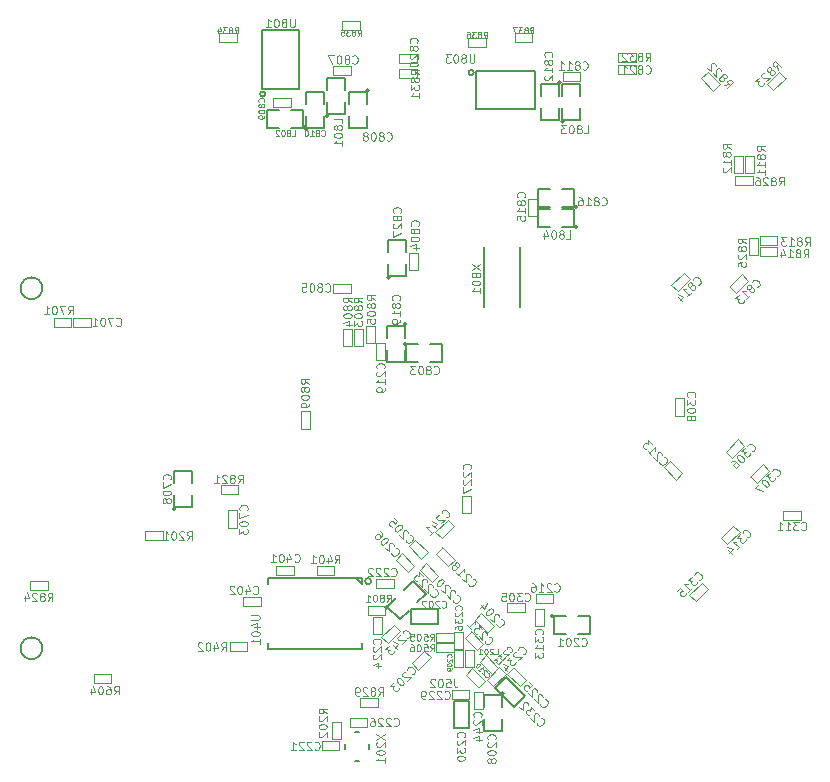
<source format=gbr>
G04 #@! TF.FileFunction,Legend,Bot*
%FSLAX46Y46*%
G04 Gerber Fmt 4.6, Leading zero omitted, Abs format (unit mm)*
G04 Created by KiCad (PCBNEW 0.201501300117+5396~20~ubuntu14.04.1-product) date Fri 30 Jan 2015 09:08:00 PM PST*
%MOMM*%
G01*
G04 APERTURE LIST*
%ADD10C,0.100000*%
%ADD11C,0.101600*%
%ADD12C,0.150000*%
%ADD13C,0.070000*%
%ADD14C,0.050000*%
G04 APERTURE END LIST*
D10*
D11*
X126497358Y-124317068D02*
X126497358Y-123555068D01*
X126497358Y-123555068D02*
X127970558Y-123555068D01*
X127970558Y-123555068D02*
X127970558Y-124291668D01*
X127970558Y-124291668D02*
X127970558Y-124317068D01*
X127970558Y-124317068D02*
X126497358Y-124317068D01*
D12*
X148132515Y-80022742D02*
G75*
G03X148132515Y-80022742I-127000J0D01*
G01*
X146862515Y-80022742D02*
X147878515Y-80022742D01*
X147878515Y-80022742D02*
X147878515Y-78498742D01*
X147878515Y-78498742D02*
X146862515Y-78498742D01*
X145846515Y-78498742D02*
X144830515Y-78498742D01*
X144830515Y-78498742D02*
X144830515Y-80022742D01*
X144830515Y-80022742D02*
X145846515Y-80022742D01*
D11*
X134671508Y-117508605D02*
X134132692Y-116969789D01*
X134132692Y-116969789D02*
X135174402Y-115928079D01*
X135174402Y-115928079D02*
X135695257Y-116448934D01*
X135695257Y-116448934D02*
X135713218Y-116466895D01*
X135713218Y-116466895D02*
X134671508Y-117508605D01*
X139466692Y-113301895D02*
X140005508Y-112763079D01*
X140005508Y-112763079D02*
X141047218Y-113804789D01*
X141047218Y-113804789D02*
X140526363Y-114325644D01*
X140526363Y-114325644D02*
X140508402Y-114343605D01*
X140508402Y-114343605D02*
X139466692Y-113301895D01*
X133878692Y-107068895D02*
X134417508Y-106530079D01*
X134417508Y-106530079D02*
X135459218Y-107571789D01*
X135459218Y-107571789D02*
X134938363Y-108092644D01*
X134938363Y-108092644D02*
X134920402Y-108110605D01*
X134920402Y-108110605D02*
X133878692Y-107068895D01*
X132735692Y-108221895D02*
X133274508Y-107683079D01*
X133274508Y-107683079D02*
X134316218Y-108724789D01*
X134316218Y-108724789D02*
X133795363Y-109245644D01*
X133795363Y-109245644D02*
X133777402Y-109263605D01*
X133777402Y-109263605D02*
X132735692Y-108221895D01*
X137719495Y-115862362D02*
X138481495Y-115862362D01*
X138481495Y-115862362D02*
X138481495Y-117335562D01*
X138481495Y-117335562D02*
X137744895Y-117335562D01*
X137744895Y-117335562D02*
X137719495Y-117335562D01*
X137719495Y-117335562D02*
X137719495Y-115862362D01*
X138707072Y-117934855D02*
X139245888Y-117396039D01*
X139245888Y-117396039D02*
X140287598Y-118437749D01*
X140287598Y-118437749D02*
X139766743Y-118958604D01*
X139766743Y-118958604D02*
X139748782Y-118976565D01*
X139748782Y-118976565D02*
X138707072Y-117934855D01*
X155443292Y-100398695D02*
X155982108Y-99859879D01*
X155982108Y-99859879D02*
X157023818Y-100901589D01*
X157023818Y-100901589D02*
X156502963Y-101422444D01*
X156502963Y-101422444D02*
X156485002Y-101440405D01*
X156485002Y-101440405D02*
X155443292Y-100398695D01*
X146073555Y-111140342D02*
X146073555Y-111902342D01*
X146073555Y-111902342D02*
X144600355Y-111902342D01*
X144600355Y-111902342D02*
X144600355Y-111165742D01*
X144600355Y-111165742D02*
X144600355Y-111140342D01*
X144600355Y-111140342D02*
X146073555Y-111140342D01*
X137747598Y-108214249D02*
X137208782Y-108753065D01*
X137208782Y-108753065D02*
X136167072Y-107711355D01*
X136167072Y-107711355D02*
X136687927Y-107190500D01*
X136687927Y-107190500D02*
X136705888Y-107172539D01*
X136705888Y-107172539D02*
X137747598Y-108214249D01*
X136350758Y-109547909D02*
X135811942Y-110086725D01*
X135811942Y-110086725D02*
X134770232Y-109045015D01*
X134770232Y-109045015D02*
X135291087Y-108524160D01*
X135291087Y-108524160D02*
X135309048Y-108506199D01*
X135309048Y-108506199D02*
X136350758Y-109547909D01*
X131104355Y-110604342D02*
X131104355Y-109842342D01*
X131104355Y-109842342D02*
X132577555Y-109842342D01*
X132577555Y-109842342D02*
X132577555Y-110578942D01*
X132577555Y-110578942D02*
X132577555Y-110604342D01*
X132577555Y-110604342D02*
X131104355Y-110604342D01*
X131623335Y-114541402D02*
X130861335Y-114541402D01*
X130861335Y-114541402D02*
X130861335Y-113068202D01*
X130861335Y-113068202D02*
X131597935Y-113068202D01*
X131597935Y-113068202D02*
X131623335Y-113068202D01*
X131623335Y-113068202D02*
X131623335Y-114541402D01*
X143765018Y-118389489D02*
X143226202Y-118928305D01*
X143226202Y-118928305D02*
X142184492Y-117886595D01*
X142184492Y-117886595D02*
X142705347Y-117365740D01*
X142705347Y-117365740D02*
X142723308Y-117347779D01*
X142723308Y-117347779D02*
X143765018Y-118389489D01*
X138354335Y-102781202D02*
X139116335Y-102781202D01*
X139116335Y-102781202D02*
X139116335Y-104254402D01*
X139116335Y-104254402D02*
X138379735Y-104254402D01*
X138379735Y-104254402D02*
X138354335Y-104254402D01*
X138354335Y-104254402D02*
X138354335Y-102781202D01*
X138963935Y-119265802D02*
X138963935Y-120027802D01*
X138963935Y-120027802D02*
X137490735Y-120027802D01*
X137490735Y-120027802D02*
X137490735Y-119291202D01*
X137490735Y-119291202D02*
X137490735Y-119265802D01*
X137490735Y-119265802D02*
X138963935Y-119265802D01*
X140160758Y-115326409D02*
X139621942Y-115865225D01*
X139621942Y-115865225D02*
X138580232Y-114823515D01*
X138580232Y-114823515D02*
X139101087Y-114302660D01*
X139101087Y-114302660D02*
X139119048Y-114284699D01*
X139119048Y-114284699D02*
X140160758Y-115326409D01*
X139850072Y-116855355D02*
X140388888Y-116316539D01*
X140388888Y-116316539D02*
X141430598Y-117358249D01*
X141430598Y-117358249D02*
X140909743Y-117879104D01*
X140909743Y-117879104D02*
X140891782Y-117897065D01*
X140891782Y-117897065D02*
X139850072Y-116855355D01*
X141023888Y-118913065D02*
X140485072Y-118374249D01*
X140485072Y-118374249D02*
X141526782Y-117332539D01*
X141526782Y-117332539D02*
X142047637Y-117853394D01*
X142047637Y-117853394D02*
X142065598Y-117871355D01*
X142065598Y-117871355D02*
X141023888Y-118913065D01*
X124104935Y-108724802D02*
X124104935Y-109486802D01*
X124104935Y-109486802D02*
X122631735Y-109486802D01*
X122631735Y-109486802D02*
X122631735Y-108750202D01*
X122631735Y-108750202D02*
X122631735Y-108724802D01*
X122631735Y-108724802D02*
X124104935Y-108724802D01*
X106923555Y-87744342D02*
X106923555Y-88506342D01*
X106923555Y-88506342D02*
X105450355Y-88506342D01*
X105450355Y-88506342D02*
X105450355Y-87769742D01*
X105450355Y-87769742D02*
X105450355Y-87744342D01*
X105450355Y-87744342D02*
X106923555Y-87744342D01*
X118539955Y-104043742D02*
X119301955Y-104043742D01*
X119301955Y-104043742D02*
X119301955Y-105516942D01*
X119301955Y-105516942D02*
X118565355Y-105516942D01*
X118565355Y-105516942D02*
X118539955Y-105516942D01*
X118539955Y-105516942D02*
X118539955Y-104043742D01*
D12*
X114094955Y-103891342D02*
G75*
G03X114094955Y-103891342I-127000J0D01*
G01*
X113967955Y-102748342D02*
X113967955Y-103764342D01*
X113967955Y-103764342D02*
X115491955Y-103764342D01*
X115491955Y-103764342D02*
X115491955Y-102748342D01*
X115491955Y-101732342D02*
X115491955Y-100716342D01*
X115491955Y-100716342D02*
X113967955Y-100716342D01*
X113967955Y-100716342D02*
X113967955Y-101732342D01*
D11*
X133909335Y-82207202D02*
X134671335Y-82207202D01*
X134671335Y-82207202D02*
X134671335Y-83680402D01*
X134671335Y-83680402D02*
X133934735Y-83680402D01*
X133934735Y-83680402D02*
X133909335Y-83680402D01*
X133909335Y-83680402D02*
X133909335Y-82207202D01*
X127457735Y-85610802D02*
X127457735Y-84848802D01*
X127457735Y-84848802D02*
X128930935Y-84848802D01*
X128930935Y-84848802D02*
X128930935Y-85585402D01*
X128930935Y-85585402D02*
X128930935Y-85610802D01*
X128930935Y-85610802D02*
X127457735Y-85610802D01*
X127456915Y-67195742D02*
X127456915Y-66433742D01*
X127456915Y-66433742D02*
X128930115Y-66433742D01*
X128930115Y-66433742D02*
X128930115Y-67170342D01*
X128930115Y-67170342D02*
X128930115Y-67195742D01*
X128930115Y-67195742D02*
X127456915Y-67195742D01*
D12*
X130479515Y-68465742D02*
G75*
G03X130479515Y-68465742I-127000J0D01*
G01*
X130352515Y-69608742D02*
X130352515Y-68592742D01*
X130352515Y-68592742D02*
X128828515Y-68592742D01*
X128828515Y-68592742D02*
X128828515Y-69608742D01*
X128828515Y-70624742D02*
X128828515Y-71640742D01*
X128828515Y-71640742D02*
X130352515Y-71640742D01*
X130352515Y-71640742D02*
X130352515Y-70624742D01*
D11*
X123850115Y-69100742D02*
X123850115Y-69862742D01*
X123850115Y-69862742D02*
X122376915Y-69862742D01*
X122376915Y-69862742D02*
X122376915Y-69126142D01*
X122376915Y-69126142D02*
X122376915Y-69100742D01*
X122376915Y-69100742D02*
X123850115Y-69100742D01*
D12*
X125272515Y-71767742D02*
G75*
G03X125272515Y-71767742I-127000J0D01*
G01*
X125145515Y-70624742D02*
X125145515Y-71640742D01*
X125145515Y-71640742D02*
X126669515Y-71640742D01*
X126669515Y-71640742D02*
X126669515Y-70624742D01*
X126669515Y-69608742D02*
X126669515Y-68592742D01*
X126669515Y-68592742D02*
X125145515Y-68592742D01*
X125145515Y-68592742D02*
X125145515Y-69608742D01*
D11*
X146887915Y-67703742D02*
X146887915Y-66941742D01*
X146887915Y-66941742D02*
X148361115Y-66941742D01*
X148361115Y-66941742D02*
X148361115Y-67678342D01*
X148361115Y-67678342D02*
X148361115Y-67703742D01*
X148361115Y-67703742D02*
X146887915Y-67703742D01*
D12*
X146735515Y-67830742D02*
G75*
G03X146735515Y-67830742I-127000J0D01*
G01*
X146608515Y-68973742D02*
X146608515Y-67957742D01*
X146608515Y-67957742D02*
X145084515Y-67957742D01*
X145084515Y-67957742D02*
X145084515Y-68973742D01*
X145084515Y-69989742D02*
X145084515Y-71005742D01*
X145084515Y-71005742D02*
X146608515Y-71005742D01*
X146608515Y-71005742D02*
X146608515Y-69989742D01*
D11*
X162064402Y-84033079D02*
X162603218Y-84571895D01*
X162603218Y-84571895D02*
X161561508Y-85613605D01*
X161561508Y-85613605D02*
X161040653Y-85092750D01*
X161040653Y-85092750D02*
X161022692Y-85074789D01*
X161022692Y-85074789D02*
X162064402Y-84033079D01*
X139333955Y-117309942D02*
X138571955Y-117309942D01*
X138571955Y-117309942D02*
X138571955Y-115836742D01*
X138571955Y-115836742D02*
X139308555Y-115836742D01*
X139308555Y-115836742D02*
X139333955Y-115836742D01*
X139333955Y-115836742D02*
X139333955Y-117309942D01*
D12*
X127050515Y-70624742D02*
G75*
G03X127050515Y-70624742I-127000J0D01*
G01*
X126923515Y-69481742D02*
X126923515Y-70497742D01*
X126923515Y-70497742D02*
X128447515Y-70497742D01*
X128447515Y-70497742D02*
X128447515Y-69481742D01*
X128447515Y-68465742D02*
X128447515Y-67449742D01*
X128447515Y-67449742D02*
X126923515Y-67449742D01*
X126923515Y-67449742D02*
X126923515Y-68465742D01*
X125145515Y-71640742D02*
G75*
G03X125145515Y-71640742I-127000J0D01*
G01*
X123875515Y-71640742D02*
X124891515Y-71640742D01*
X124891515Y-71640742D02*
X124891515Y-70116742D01*
X124891515Y-70116742D02*
X123875515Y-70116742D01*
X122859515Y-70116742D02*
X121843515Y-70116742D01*
X121843515Y-70116742D02*
X121843515Y-71640742D01*
X121843515Y-71640742D02*
X122859515Y-71640742D01*
X146989515Y-71132742D02*
G75*
G03X146989515Y-71132742I-127000J0D01*
G01*
X146862515Y-69989742D02*
X146862515Y-71005742D01*
X146862515Y-71005742D02*
X148386515Y-71005742D01*
X148386515Y-71005742D02*
X148386515Y-69989742D01*
X148386515Y-68973742D02*
X148386515Y-67957742D01*
X148386515Y-67957742D02*
X146862515Y-67957742D01*
X146862515Y-67957742D02*
X146862515Y-68973742D01*
D11*
X113019555Y-105778342D02*
X113019555Y-106540342D01*
X113019555Y-106540342D02*
X111546355Y-106540342D01*
X111546355Y-106540342D02*
X111546355Y-105803742D01*
X111546355Y-105803742D02*
X111546355Y-105778342D01*
X111546355Y-105778342D02*
X113019555Y-105778342D01*
X128153773Y-123415432D02*
X127391773Y-123415432D01*
X127391773Y-123415432D02*
X127391773Y-121942232D01*
X127391773Y-121942232D02*
X128128373Y-121942232D01*
X128128373Y-121942232D02*
X128153773Y-121942232D01*
X128153773Y-121942232D02*
X128153773Y-123415432D01*
X136184355Y-115176342D02*
X136184355Y-114414342D01*
X136184355Y-114414342D02*
X137657555Y-114414342D01*
X137657555Y-114414342D02*
X137657555Y-115150942D01*
X137657555Y-115150942D02*
X137657555Y-115176342D01*
X137657555Y-115176342D02*
X136184355Y-115176342D01*
X136184355Y-116065342D02*
X136184355Y-115303342D01*
X136184355Y-115303342D02*
X137657555Y-115303342D01*
X137657555Y-115303342D02*
X137657555Y-116039942D01*
X137657555Y-116039942D02*
X137657555Y-116065342D01*
X137657555Y-116065342D02*
X136184355Y-116065342D01*
X107201235Y-118630802D02*
X107201235Y-117868802D01*
X107201235Y-117868802D02*
X108674435Y-117868802D01*
X108674435Y-117868802D02*
X108674435Y-118605402D01*
X108674435Y-118605402D02*
X108674435Y-118630802D01*
X108674435Y-118630802D02*
X107201235Y-118630802D01*
X103799355Y-88506342D02*
X103799355Y-87744342D01*
X103799355Y-87744342D02*
X105272555Y-87744342D01*
X105272555Y-87744342D02*
X105272555Y-88480942D01*
X105272555Y-88480942D02*
X105272555Y-88506342D01*
X105272555Y-88506342D02*
X103799355Y-88506342D01*
X130378735Y-112915802D02*
X130378735Y-112153802D01*
X130378735Y-112153802D02*
X131851935Y-112153802D01*
X131851935Y-112153802D02*
X131851935Y-112890402D01*
X131851935Y-112890402D02*
X131851935Y-112915802D01*
X131851935Y-112915802D02*
X130378735Y-112915802D01*
X129209515Y-88684142D02*
X129971515Y-88684142D01*
X129971515Y-88684142D02*
X129971515Y-90157342D01*
X129971515Y-90157342D02*
X129234915Y-90157342D01*
X129234915Y-90157342D02*
X129209515Y-90157342D01*
X129209515Y-90157342D02*
X129209515Y-88684142D01*
X128320515Y-88684142D02*
X129082515Y-88684142D01*
X129082515Y-88684142D02*
X129082515Y-90157342D01*
X129082515Y-90157342D02*
X128345915Y-90157342D01*
X128345915Y-90157342D02*
X128320515Y-90157342D01*
X128320515Y-90157342D02*
X128320515Y-88684142D01*
X130987515Y-89903342D02*
X130225515Y-89903342D01*
X130225515Y-89903342D02*
X130225515Y-88430142D01*
X130225515Y-88430142D02*
X130962115Y-88430142D01*
X130962115Y-88430142D02*
X130987515Y-88430142D01*
X130987515Y-88430142D02*
X130987515Y-89903342D01*
X125490955Y-97116942D02*
X124728955Y-97116942D01*
X124728955Y-97116942D02*
X124728955Y-95643742D01*
X124728955Y-95643742D02*
X125465555Y-95643742D01*
X125465555Y-95643742D02*
X125490955Y-95643742D01*
X125490955Y-95643742D02*
X125490955Y-97116942D01*
D12*
X129629022Y-125275871D02*
X129329022Y-125275871D01*
X129329022Y-122775871D02*
X129629022Y-122775871D01*
X128479022Y-124275871D02*
X128479022Y-123775871D01*
X130479022Y-123775871D02*
X130479022Y-124275871D01*
X130658495Y-110031342D02*
G75*
G03X130658495Y-110031342I-250000J0D01*
G01*
X129908495Y-110281342D02*
X129408495Y-109781342D01*
X129908495Y-109781342D02*
X129908495Y-110281342D01*
X121908495Y-109781342D02*
X121908495Y-110281342D01*
X121908495Y-115281342D02*
X121908495Y-115781342D01*
X129908495Y-115281342D02*
X129908495Y-115781342D01*
X129908495Y-115781342D02*
X121908495Y-115781342D01*
X129908495Y-109781342D02*
X121908495Y-109781342D01*
D11*
X127533935Y-108724802D02*
X127533935Y-109486802D01*
X127533935Y-109486802D02*
X126060735Y-109486802D01*
X126060735Y-109486802D02*
X126060735Y-108750202D01*
X126060735Y-108750202D02*
X126060735Y-108724802D01*
X126060735Y-108724802D02*
X127533935Y-108724802D01*
X142187355Y-112664342D02*
X142187355Y-111902342D01*
X142187355Y-111902342D02*
X143660555Y-111902342D01*
X143660555Y-111902342D02*
X143660555Y-112638942D01*
X143660555Y-112638942D02*
X143660555Y-112664342D01*
X143660555Y-112664342D02*
X142187355Y-112664342D01*
X161717402Y-98031079D02*
X162256218Y-98569895D01*
X162256218Y-98569895D02*
X161214508Y-99611605D01*
X161214508Y-99611605D02*
X160693653Y-99090750D01*
X160693653Y-99090750D02*
X160675692Y-99072789D01*
X160675692Y-99072789D02*
X161717402Y-98031079D01*
X163812902Y-100126579D02*
X164351718Y-100665395D01*
X164351718Y-100665395D02*
X163310008Y-101707105D01*
X163310008Y-101707105D02*
X162789153Y-101186250D01*
X162789153Y-101186250D02*
X162771192Y-101168289D01*
X162771192Y-101168289D02*
X163812902Y-100126579D01*
X156385955Y-94528742D02*
X157147955Y-94528742D01*
X157147955Y-94528742D02*
X157147955Y-96001942D01*
X157147955Y-96001942D02*
X156411355Y-96001942D01*
X156411355Y-96001942D02*
X156385955Y-96001942D01*
X156385955Y-96001942D02*
X156385955Y-94528742D01*
X117932735Y-102628802D02*
X117932735Y-101866802D01*
X117932735Y-101866802D02*
X119405935Y-101866802D01*
X119405935Y-101866802D02*
X119405935Y-102603402D01*
X119405935Y-102603402D02*
X119405935Y-102628802D01*
X119405935Y-102628802D02*
X117932735Y-102628802D01*
X158607692Y-67455895D02*
X159146508Y-66917079D01*
X159146508Y-66917079D02*
X160188218Y-67958789D01*
X160188218Y-67958789D02*
X159667363Y-68479644D01*
X159667363Y-68479644D02*
X159649402Y-68497605D01*
X159649402Y-68497605D02*
X158607692Y-67455895D01*
X143941515Y-77635142D02*
X144703515Y-77635142D01*
X144703515Y-77635142D02*
X144703515Y-79108342D01*
X144703515Y-79108342D02*
X143966915Y-79108342D01*
X143966915Y-79108342D02*
X143941515Y-79108342D01*
X143941515Y-79108342D02*
X143941515Y-77635142D01*
X118692355Y-115956342D02*
X118692355Y-115194342D01*
X118692355Y-115194342D02*
X120165555Y-115194342D01*
X120165555Y-115194342D02*
X120165555Y-115930942D01*
X120165555Y-115930942D02*
X120165555Y-115956342D01*
X120165555Y-115956342D02*
X118692355Y-115956342D01*
D12*
X146124355Y-112969142D02*
G75*
G03X146124355Y-112969142I-127000J0D01*
G01*
X147140355Y-112969142D02*
X146124355Y-112969142D01*
X146124355Y-112969142D02*
X146124355Y-114493142D01*
X146124355Y-114493142D02*
X147140355Y-114493142D01*
X148156355Y-114493142D02*
X149172355Y-114493142D01*
X149172355Y-114493142D02*
X149172355Y-112969142D01*
X149172355Y-112969142D02*
X148156355Y-112969142D01*
X134036335Y-113677802D02*
X136322335Y-113677802D01*
X136322335Y-113677802D02*
X136322335Y-112407802D01*
X136322335Y-112407802D02*
X134036335Y-112407802D01*
X134036335Y-112407802D02*
X134036335Y-113677802D01*
X141909515Y-119519742D02*
G75*
G03X141909515Y-119519742I-127000J0D01*
G01*
X141782515Y-120662742D02*
X141782515Y-119646742D01*
X141782515Y-119646742D02*
X140258515Y-119646742D01*
X140258515Y-119646742D02*
X140258515Y-120662742D01*
X140258515Y-121678742D02*
X140258515Y-122694742D01*
X140258515Y-122694742D02*
X141782515Y-122694742D01*
X141782515Y-122694742D02*
X141782515Y-121678742D01*
D11*
X131876515Y-91300342D02*
X131114515Y-91300342D01*
X131114515Y-91300342D02*
X131114515Y-89827142D01*
X131114515Y-89827142D02*
X131851115Y-89827142D01*
X131851115Y-89827142D02*
X131876515Y-89827142D01*
X131876515Y-89827142D02*
X131876515Y-91300342D01*
D12*
X132076086Y-112274420D02*
G75*
G03X132076086Y-112274420I-127000J0D01*
G01*
X132757309Y-111466197D02*
X132038889Y-112184617D01*
X132038889Y-112184617D02*
X133116520Y-113262248D01*
X133116520Y-113262248D02*
X133834940Y-112543828D01*
X134553361Y-111825407D02*
X135271781Y-111106987D01*
X135271781Y-111106987D02*
X134194150Y-110029356D01*
X134194150Y-110029356D02*
X133475730Y-110747776D01*
D11*
X128832224Y-122341412D02*
X128832224Y-121579412D01*
X128832224Y-121579412D02*
X130305424Y-121579412D01*
X130305424Y-121579412D02*
X130305424Y-122316012D01*
X130305424Y-122316012D02*
X130305424Y-122341412D01*
X130305424Y-122341412D02*
X128832224Y-122341412D01*
D12*
X138989335Y-122440802D02*
X138989335Y-120154802D01*
X138989335Y-120154802D02*
X137719335Y-120154802D01*
X137719335Y-120154802D02*
X137719335Y-122440802D01*
X137719335Y-122440802D02*
X138989335Y-122440802D01*
X143675571Y-119752012D02*
X142059125Y-118135566D01*
X142059125Y-118135566D02*
X141161099Y-119033592D01*
X141161099Y-119033592D02*
X142777545Y-120650038D01*
X142777545Y-120650038D02*
X143675571Y-119752012D01*
D11*
X137719495Y-114338362D02*
X138481495Y-114338362D01*
X138481495Y-114338362D02*
X138481495Y-115811562D01*
X138481495Y-115811562D02*
X137744895Y-115811562D01*
X137744895Y-115811562D02*
X137719495Y-115811562D01*
X137719495Y-115811562D02*
X137719495Y-114338362D01*
X157111402Y-83906079D02*
X157650218Y-84444895D01*
X157650218Y-84444895D02*
X156608508Y-85486605D01*
X156608508Y-85486605D02*
X156087653Y-84965750D01*
X156087653Y-84965750D02*
X156069692Y-84947789D01*
X156069692Y-84947789D02*
X157111402Y-83906079D01*
D12*
X148132515Y-78371742D02*
G75*
G03X148132515Y-78371742I-127000J0D01*
G01*
X146862515Y-78371742D02*
X147878515Y-78371742D01*
X147878515Y-78371742D02*
X147878515Y-76847742D01*
X147878515Y-76847742D02*
X146862515Y-76847742D01*
X145846515Y-76847742D02*
X144830515Y-76847742D01*
X144830515Y-76847742D02*
X144830515Y-78371742D01*
X144830515Y-78371742D02*
X145846515Y-78371742D01*
D11*
X164721508Y-68472605D02*
X164182692Y-67933789D01*
X164182692Y-67933789D02*
X165224402Y-66892079D01*
X165224402Y-66892079D02*
X165745257Y-67412934D01*
X165745257Y-67412934D02*
X165763218Y-67430895D01*
X165763218Y-67430895D02*
X164721508Y-68472605D01*
X101802915Y-110756742D02*
X101802915Y-109994742D01*
X101802915Y-109994742D02*
X103276115Y-109994742D01*
X103276115Y-109994742D02*
X103276115Y-110731342D01*
X103276115Y-110731342D02*
X103276115Y-110756742D01*
X103276115Y-110756742D02*
X101802915Y-110756742D01*
D12*
X102820810Y-85230000D02*
G75*
G03X102820810Y-85230000I-915810J0D01*
G01*
X102820810Y-115710000D02*
G75*
G03X102820810Y-115710000I-915810J0D01*
G01*
X121721562Y-68782342D02*
G75*
G03X121721562Y-68782342I-223607J0D01*
G01*
X124597955Y-68382342D02*
X121397955Y-68382342D01*
X124597955Y-63382342D02*
X121397955Y-63382342D01*
X121397955Y-68382342D02*
X121397955Y-63382342D01*
X124597955Y-68382342D02*
X124597955Y-63382342D01*
X139360122Y-66965742D02*
G75*
G03X139360122Y-66965742I-223607J0D01*
G01*
X139536515Y-70065742D02*
X139536515Y-66865742D01*
X144536515Y-70065742D02*
X144536515Y-66865742D01*
X139536515Y-66865742D02*
X144536515Y-66865742D01*
X139536515Y-70065742D02*
X144536515Y-70065742D01*
X143270955Y-81775342D02*
X143270955Y-86855342D01*
X140222955Y-81775342D02*
X140222955Y-86855342D01*
D11*
X162316955Y-74020742D02*
X163078955Y-74020742D01*
X163078955Y-74020742D02*
X163078955Y-75493942D01*
X163078955Y-75493942D02*
X162342355Y-75493942D01*
X162342355Y-75493942D02*
X162316955Y-75493942D01*
X162316955Y-75493942D02*
X162316955Y-74020742D01*
X162128955Y-75493942D02*
X161366955Y-75493942D01*
X161366955Y-75493942D02*
X161366955Y-74020742D01*
X161366955Y-74020742D02*
X162103555Y-74020742D01*
X162103555Y-74020742D02*
X162128955Y-74020742D01*
X162128955Y-74020742D02*
X162128955Y-75493942D01*
X165059555Y-80826342D02*
X165059555Y-81588342D01*
X165059555Y-81588342D02*
X163586355Y-81588342D01*
X163586355Y-81588342D02*
X163586355Y-80851742D01*
X163586355Y-80851742D02*
X163586355Y-80826342D01*
X163586355Y-80826342D02*
X165059555Y-80826342D01*
X163561355Y-82538342D02*
X163561355Y-81776342D01*
X163561355Y-81776342D02*
X165034555Y-81776342D01*
X165034555Y-81776342D02*
X165034555Y-82512942D01*
X165034555Y-82512942D02*
X165034555Y-82538342D01*
X165034555Y-82538342D02*
X163561355Y-82538342D01*
X163403955Y-82443942D02*
X162641955Y-82443942D01*
X162641955Y-82443942D02*
X162641955Y-80970742D01*
X162641955Y-80970742D02*
X163378555Y-80970742D01*
X163378555Y-80970742D02*
X163403955Y-80970742D01*
X163403955Y-80970742D02*
X163403955Y-82443942D01*
X162984555Y-75751342D02*
X162984555Y-76513342D01*
X162984555Y-76513342D02*
X161511355Y-76513342D01*
X161511355Y-76513342D02*
X161511355Y-75776742D01*
X161511355Y-75776742D02*
X161511355Y-75751342D01*
X161511355Y-75751342D02*
X162984555Y-75751342D01*
X136642548Y-106403725D02*
X136103732Y-105864909D01*
X136103732Y-105864909D02*
X137145442Y-104823199D01*
X137145442Y-104823199D02*
X137666297Y-105344054D01*
X137666297Y-105344054D02*
X137684258Y-105362015D01*
X137684258Y-105362015D02*
X136642548Y-106403725D01*
X132068008Y-115296105D02*
X131529192Y-114757289D01*
X131529192Y-114757289D02*
X132570902Y-113715579D01*
X132570902Y-113715579D02*
X133091757Y-114236434D01*
X133091757Y-114236434D02*
X133109718Y-114254395D01*
X133109718Y-114254395D02*
X132068008Y-115296105D01*
X139370335Y-119418202D02*
X140132335Y-119418202D01*
X140132335Y-119418202D02*
X140132335Y-120891402D01*
X140132335Y-120891402D02*
X139395735Y-120891402D01*
X139395735Y-120891402D02*
X139370335Y-120891402D01*
X139370335Y-120891402D02*
X139370335Y-119418202D01*
X167028555Y-104091842D02*
X167028555Y-104853842D01*
X167028555Y-104853842D02*
X165555355Y-104853842D01*
X165555355Y-104853842D02*
X165555355Y-104117242D01*
X165555355Y-104117242D02*
X165555355Y-104091842D01*
X165555355Y-104091842D02*
X167028555Y-104091842D01*
X145273455Y-113845442D02*
X144511455Y-113845442D01*
X144511455Y-113845442D02*
X144511455Y-112372242D01*
X144511455Y-112372242D02*
X145248055Y-112372242D01*
X145248055Y-112372242D02*
X145273455Y-112372242D01*
X145273455Y-112372242D02*
X145273455Y-113845442D01*
X161336402Y-105333579D02*
X161875218Y-105872395D01*
X161875218Y-105872395D02*
X160833508Y-106914105D01*
X160833508Y-106914105D02*
X160312653Y-106393250D01*
X160312653Y-106393250D02*
X160294692Y-106375289D01*
X160294692Y-106375289D02*
X161336402Y-105333579D01*
X158141108Y-111727405D02*
X157602292Y-111188589D01*
X157602292Y-111188589D02*
X158644002Y-110146879D01*
X158644002Y-110146879D02*
X159164857Y-110667734D01*
X159164857Y-110667734D02*
X159182818Y-110685695D01*
X159182818Y-110685695D02*
X158141108Y-111727405D01*
X119837735Y-112153802D02*
X119837735Y-111391802D01*
X119837735Y-111391802D02*
X121310935Y-111391802D01*
X121310935Y-111391802D02*
X121310935Y-112128402D01*
X121310935Y-112128402D02*
X121310935Y-112153802D01*
X121310935Y-112153802D02*
X119837735Y-112153802D01*
D12*
X133654515Y-89928742D02*
G75*
G03X133654515Y-89928742I-127000J0D01*
G01*
X134670515Y-89928742D02*
X133654515Y-89928742D01*
X133654515Y-89928742D02*
X133654515Y-91452742D01*
X133654515Y-91452742D02*
X134670515Y-91452742D01*
X135686515Y-91452742D02*
X136702515Y-91452742D01*
X136702515Y-91452742D02*
X136702515Y-89928742D01*
X136702515Y-89928742D02*
X135686515Y-89928742D01*
D11*
X131216935Y-119900802D02*
X131216935Y-120662802D01*
X131216935Y-120662802D02*
X129743735Y-120662802D01*
X129743735Y-120662802D02*
X129743735Y-119926202D01*
X129743735Y-119926202D02*
X129743735Y-119900802D01*
X129743735Y-119900802D02*
X131216935Y-119900802D01*
X134518935Y-66687802D02*
X134518935Y-67449802D01*
X134518935Y-67449802D02*
X133045735Y-67449802D01*
X133045735Y-67449802D02*
X133045735Y-66713202D01*
X133045735Y-66713202D02*
X133045735Y-66687802D01*
X133045735Y-66687802D02*
X134518935Y-66687802D01*
X153058555Y-65293342D02*
X153058555Y-66055342D01*
X153058555Y-66055342D02*
X151585355Y-66055342D01*
X151585355Y-66055342D02*
X151585355Y-65318742D01*
X151585355Y-65318742D02*
X151585355Y-65293342D01*
X151585355Y-65293342D02*
X153058555Y-65293342D01*
D12*
X132258335Y-84340802D02*
G75*
G03X132258335Y-84340802I-127000J0D01*
G01*
X132131335Y-83197802D02*
X132131335Y-84213802D01*
X132131335Y-84213802D02*
X133655335Y-84213802D01*
X133655335Y-84213802D02*
X133655335Y-83197802D01*
X133655335Y-82181802D02*
X133655335Y-81165802D01*
X133655335Y-81165802D02*
X132131335Y-81165802D01*
X132131335Y-81165802D02*
X132131335Y-82181802D01*
D11*
X134518935Y-65417802D02*
X134518935Y-66179802D01*
X134518935Y-66179802D02*
X133045735Y-66179802D01*
X133045735Y-66179802D02*
X133045735Y-65443202D01*
X133045735Y-65443202D02*
X133045735Y-65417802D01*
X133045735Y-65417802D02*
X134518935Y-65417802D01*
X153058555Y-66309342D02*
X153058555Y-67071342D01*
X153058555Y-67071342D02*
X151585355Y-67071342D01*
X151585355Y-67071342D02*
X151585355Y-66334742D01*
X151585355Y-66334742D02*
X151585355Y-66309342D01*
X151585355Y-66309342D02*
X153058555Y-66309342D01*
D12*
X133654515Y-88277742D02*
G75*
G03X133654515Y-88277742I-127000J0D01*
G01*
X133527515Y-89420742D02*
X133527515Y-88404742D01*
X133527515Y-88404742D02*
X132003515Y-88404742D01*
X132003515Y-88404742D02*
X132003515Y-89420742D01*
X132003515Y-90436742D02*
X132003515Y-91452742D01*
X132003515Y-91452742D02*
X133527515Y-91452742D01*
X133527515Y-91452742D02*
X133527515Y-90436742D01*
D11*
X117803355Y-64404342D02*
X117803355Y-63642342D01*
X117803355Y-63642342D02*
X119276555Y-63642342D01*
X119276555Y-63642342D02*
X119276555Y-64378942D01*
X119276555Y-64378942D02*
X119276555Y-64404342D01*
X119276555Y-64404342D02*
X117803355Y-64404342D01*
X129690555Y-62626342D02*
X129690555Y-63388342D01*
X129690555Y-63388342D02*
X128217355Y-63388342D01*
X128217355Y-63388342D02*
X128217355Y-62651742D01*
X128217355Y-62651742D02*
X128217355Y-62626342D01*
X128217355Y-62626342D02*
X129690555Y-62626342D01*
X138885355Y-64785342D02*
X138885355Y-64023342D01*
X138885355Y-64023342D02*
X140358555Y-64023342D01*
X140358555Y-64023342D02*
X140358555Y-64759942D01*
X140358555Y-64759942D02*
X140358555Y-64785342D01*
X140358555Y-64785342D02*
X138885355Y-64785342D01*
X142822355Y-64404342D02*
X142822355Y-63642342D01*
X142822355Y-63642342D02*
X144295555Y-63642342D01*
X144295555Y-63642342D02*
X144295555Y-64378942D01*
X144295555Y-64378942D02*
X144295555Y-64404342D01*
X144295555Y-64404342D02*
X142822355Y-64404342D01*
D13*
X125881288Y-124252342D02*
X125914622Y-124285675D01*
X126014622Y-124319009D01*
X126081288Y-124319009D01*
X126181288Y-124285675D01*
X126247955Y-124219009D01*
X126281288Y-124152342D01*
X126314622Y-124019009D01*
X126314622Y-123919009D01*
X126281288Y-123785675D01*
X126247955Y-123719009D01*
X126181288Y-123652342D01*
X126081288Y-123619009D01*
X126014622Y-123619009D01*
X125914622Y-123652342D01*
X125881288Y-123685675D01*
X125614622Y-123685675D02*
X125581288Y-123652342D01*
X125514622Y-123619009D01*
X125347955Y-123619009D01*
X125281288Y-123652342D01*
X125247955Y-123685675D01*
X125214622Y-123752342D01*
X125214622Y-123819009D01*
X125247955Y-123919009D01*
X125647955Y-124319009D01*
X125214622Y-124319009D01*
X124947955Y-123685675D02*
X124914621Y-123652342D01*
X124847955Y-123619009D01*
X124681288Y-123619009D01*
X124614621Y-123652342D01*
X124581288Y-123685675D01*
X124547955Y-123752342D01*
X124547955Y-123819009D01*
X124581288Y-123919009D01*
X124981288Y-124319009D01*
X124547955Y-124319009D01*
X123881288Y-124319009D02*
X124281288Y-124319009D01*
X124081288Y-124319009D02*
X124081288Y-123619009D01*
X124147954Y-123719009D01*
X124214621Y-123785675D01*
X124281288Y-123819009D01*
X147181289Y-81019009D02*
X147514622Y-81019009D01*
X147514622Y-80319009D01*
X146847955Y-80619009D02*
X146914622Y-80585675D01*
X146947955Y-80552342D01*
X146981289Y-80485675D01*
X146981289Y-80452342D01*
X146947955Y-80385675D01*
X146914622Y-80352342D01*
X146847955Y-80319009D01*
X146714622Y-80319009D01*
X146647955Y-80352342D01*
X146614622Y-80385675D01*
X146581289Y-80452342D01*
X146581289Y-80485675D01*
X146614622Y-80552342D01*
X146647955Y-80585675D01*
X146714622Y-80619009D01*
X146847955Y-80619009D01*
X146914622Y-80652342D01*
X146947955Y-80685675D01*
X146981289Y-80752342D01*
X146981289Y-80885675D01*
X146947955Y-80952342D01*
X146914622Y-80985675D01*
X146847955Y-81019009D01*
X146714622Y-81019009D01*
X146647955Y-80985675D01*
X146614622Y-80952342D01*
X146581289Y-80885675D01*
X146581289Y-80752342D01*
X146614622Y-80685675D01*
X146647955Y-80652342D01*
X146714622Y-80619009D01*
X146147955Y-80319009D02*
X146081288Y-80319009D01*
X146014622Y-80352342D01*
X145981288Y-80385675D01*
X145947955Y-80452342D01*
X145914622Y-80585675D01*
X145914622Y-80752342D01*
X145947955Y-80885675D01*
X145981288Y-80952342D01*
X146014622Y-80985675D01*
X146081288Y-81019009D01*
X146147955Y-81019009D01*
X146214622Y-80985675D01*
X146247955Y-80952342D01*
X146281288Y-80885675D01*
X146314622Y-80752342D01*
X146314622Y-80585675D01*
X146281288Y-80452342D01*
X146247955Y-80385675D01*
X146214622Y-80352342D01*
X146147955Y-80319009D01*
X145314621Y-80552342D02*
X145314621Y-81019009D01*
X145481288Y-80285675D02*
X145647955Y-80785675D01*
X145214621Y-80785675D01*
X134128632Y-117925219D02*
X134175772Y-117925218D01*
X134270054Y-117878078D01*
X134317194Y-117830938D01*
X134364334Y-117736657D01*
X134364335Y-117642376D01*
X134340764Y-117571665D01*
X134270054Y-117453814D01*
X134199343Y-117383103D01*
X134081491Y-117312393D01*
X134010781Y-117288823D01*
X133916500Y-117288823D01*
X133822219Y-117335963D01*
X133775079Y-117383103D01*
X133727938Y-117477384D01*
X133727938Y-117524525D01*
X133539376Y-117713086D02*
X133492236Y-117713087D01*
X133421526Y-117736657D01*
X133303674Y-117854508D01*
X133280104Y-117925219D01*
X133280104Y-117972359D01*
X133303674Y-118043069D01*
X133350815Y-118090210D01*
X133445096Y-118137351D01*
X134010781Y-118137351D01*
X133704368Y-118443763D01*
X132902980Y-118255202D02*
X132855840Y-118302343D01*
X132832270Y-118373053D01*
X132832269Y-118420193D01*
X132855840Y-118490904D01*
X132926550Y-118608755D01*
X133044402Y-118726606D01*
X133162252Y-118797317D01*
X133232963Y-118820887D01*
X133280104Y-118820887D01*
X133350814Y-118797317D01*
X133397955Y-118750177D01*
X133421525Y-118679465D01*
X133421525Y-118632325D01*
X133397954Y-118561615D01*
X133327244Y-118443763D01*
X133209393Y-118325912D01*
X133091542Y-118255202D01*
X133020831Y-118231631D01*
X132973691Y-118231631D01*
X132902980Y-118255202D01*
X132572997Y-118585185D02*
X132266584Y-118891598D01*
X132620137Y-118915168D01*
X132549426Y-118985879D01*
X132525856Y-119056590D01*
X132525856Y-119103730D01*
X132549427Y-119174441D01*
X132667278Y-119292291D01*
X132737988Y-119315862D01*
X132785128Y-119315862D01*
X132855840Y-119292292D01*
X132997261Y-119150871D01*
X133020831Y-119080159D01*
X133020831Y-119033019D01*
X141275078Y-113633019D02*
X141275079Y-113680159D01*
X141322219Y-113774441D01*
X141369359Y-113821581D01*
X141463640Y-113868721D01*
X141557921Y-113868722D01*
X141628632Y-113845151D01*
X141746483Y-113774441D01*
X141817194Y-113703730D01*
X141887904Y-113585878D01*
X141911474Y-113515168D01*
X141911474Y-113420887D01*
X141864334Y-113326606D01*
X141817194Y-113279466D01*
X141722913Y-113232325D01*
X141675772Y-113232325D01*
X141487211Y-113043763D02*
X141487210Y-112996623D01*
X141463640Y-112925913D01*
X141345789Y-112808061D01*
X141275078Y-112784491D01*
X141227938Y-112784491D01*
X141157228Y-112808061D01*
X141110087Y-112855202D01*
X141062946Y-112949483D01*
X141062946Y-113515168D01*
X140756534Y-113208755D01*
X140945095Y-112407367D02*
X140897954Y-112360227D01*
X140827244Y-112336657D01*
X140780104Y-112336656D01*
X140709393Y-112360227D01*
X140591542Y-112430937D01*
X140473691Y-112548789D01*
X140402980Y-112666639D01*
X140379410Y-112737350D01*
X140379410Y-112784491D01*
X140402980Y-112855201D01*
X140450120Y-112902342D01*
X140520832Y-112925912D01*
X140567972Y-112925912D01*
X140638682Y-112902341D01*
X140756534Y-112831631D01*
X140874385Y-112713780D01*
X140945095Y-112595929D01*
X140968666Y-112525218D01*
X140968666Y-112478078D01*
X140945095Y-112407367D01*
X140190848Y-111983102D02*
X139860864Y-112313086D01*
X140497261Y-111912392D02*
X140261559Y-112383797D01*
X139955145Y-112077383D01*
X133575078Y-106533019D02*
X133575079Y-106580159D01*
X133622219Y-106674441D01*
X133669359Y-106721581D01*
X133763640Y-106768721D01*
X133857921Y-106768722D01*
X133928632Y-106745151D01*
X134046483Y-106674441D01*
X134117194Y-106603730D01*
X134187904Y-106485878D01*
X134211474Y-106415168D01*
X134211474Y-106320887D01*
X134164334Y-106226606D01*
X134117194Y-106179466D01*
X134022913Y-106132325D01*
X133975772Y-106132325D01*
X133787211Y-105943763D02*
X133787210Y-105896623D01*
X133763640Y-105825913D01*
X133645789Y-105708061D01*
X133575078Y-105684491D01*
X133527938Y-105684491D01*
X133457228Y-105708061D01*
X133410087Y-105755202D01*
X133362946Y-105849483D01*
X133362946Y-106415168D01*
X133056534Y-106108755D01*
X133245095Y-105307367D02*
X133197954Y-105260227D01*
X133127244Y-105236657D01*
X133080104Y-105236656D01*
X133009393Y-105260227D01*
X132891542Y-105330937D01*
X132773691Y-105448789D01*
X132702980Y-105566639D01*
X132679410Y-105637350D01*
X132679410Y-105684491D01*
X132702980Y-105755201D01*
X132750120Y-105802342D01*
X132820832Y-105825912D01*
X132867972Y-105825912D01*
X132938682Y-105802341D01*
X133056534Y-105731631D01*
X133174385Y-105613780D01*
X133245095Y-105495929D01*
X133268666Y-105425218D01*
X133268666Y-105378078D01*
X133245095Y-105307367D01*
X132632269Y-104694541D02*
X132867971Y-104930243D01*
X132655840Y-105189516D01*
X132655839Y-105142375D01*
X132632270Y-105071665D01*
X132514418Y-104953813D01*
X132443707Y-104930243D01*
X132396567Y-104930243D01*
X132325856Y-104953814D01*
X132208006Y-105071665D01*
X132184435Y-105142375D01*
X132184435Y-105189515D01*
X132208005Y-105260227D01*
X132325856Y-105378078D01*
X132396567Y-105401647D01*
X132443708Y-105401648D01*
X132375078Y-107633019D02*
X132375079Y-107680159D01*
X132422219Y-107774441D01*
X132469359Y-107821581D01*
X132563640Y-107868721D01*
X132657921Y-107868722D01*
X132728632Y-107845151D01*
X132846483Y-107774441D01*
X132917194Y-107703730D01*
X132987904Y-107585878D01*
X133011474Y-107515168D01*
X133011474Y-107420887D01*
X132964334Y-107326606D01*
X132917194Y-107279466D01*
X132822913Y-107232325D01*
X132775772Y-107232325D01*
X132587211Y-107043763D02*
X132587210Y-106996623D01*
X132563640Y-106925913D01*
X132445789Y-106808061D01*
X132375078Y-106784491D01*
X132327938Y-106784491D01*
X132257228Y-106808061D01*
X132210087Y-106855202D01*
X132162946Y-106949483D01*
X132162946Y-107515168D01*
X131856534Y-107208755D01*
X132045095Y-106407367D02*
X131997954Y-106360227D01*
X131927244Y-106336657D01*
X131880104Y-106336656D01*
X131809393Y-106360227D01*
X131691542Y-106430937D01*
X131573691Y-106548789D01*
X131502980Y-106666639D01*
X131479410Y-106737350D01*
X131479410Y-106784491D01*
X131502980Y-106855201D01*
X131550120Y-106902342D01*
X131620832Y-106925912D01*
X131667972Y-106925912D01*
X131738682Y-106902341D01*
X131856534Y-106831631D01*
X131974385Y-106713780D01*
X132045095Y-106595929D01*
X132068666Y-106525218D01*
X132068666Y-106478078D01*
X132045095Y-106407367D01*
X131455839Y-105818111D02*
X131550120Y-105912393D01*
X131573690Y-105983102D01*
X131573691Y-106030243D01*
X131550120Y-106148094D01*
X131479410Y-106265946D01*
X131290848Y-106454507D01*
X131220137Y-106478077D01*
X131172997Y-106478077D01*
X131102285Y-106454507D01*
X131008005Y-106360227D01*
X130984435Y-106289515D01*
X130984435Y-106242375D01*
X131008006Y-106171665D01*
X131125856Y-106053814D01*
X131196567Y-106030243D01*
X131243707Y-106030243D01*
X131314418Y-106053813D01*
X131408699Y-106148094D01*
X131432269Y-106218805D01*
X131432269Y-106265945D01*
X131408699Y-106336657D01*
X137440812Y-116454724D02*
X137459860Y-116435676D01*
X137478907Y-116378533D01*
X137478907Y-116340438D01*
X137459860Y-116283295D01*
X137421765Y-116245200D01*
X137383669Y-116226152D01*
X137307479Y-116207104D01*
X137250336Y-116207104D01*
X137174145Y-116226152D01*
X137136050Y-116245200D01*
X137097955Y-116283295D01*
X137078907Y-116340438D01*
X137078907Y-116378533D01*
X137097955Y-116435676D01*
X137117003Y-116454724D01*
X137117003Y-116607104D02*
X137097955Y-116626152D01*
X137078907Y-116664247D01*
X137078907Y-116759485D01*
X137097955Y-116797581D01*
X137117003Y-116816628D01*
X137155098Y-116835676D01*
X137193193Y-116835676D01*
X137250336Y-116816628D01*
X137478907Y-116588057D01*
X137478907Y-116835676D01*
X137078907Y-117083295D02*
X137078907Y-117121390D01*
X137097955Y-117159485D01*
X137117003Y-117178533D01*
X137155098Y-117197580D01*
X137231288Y-117216628D01*
X137326526Y-117216628D01*
X137402717Y-117197580D01*
X137440812Y-117178533D01*
X137459860Y-117159485D01*
X137478907Y-117121390D01*
X137478907Y-117083295D01*
X137459860Y-117045199D01*
X137440812Y-117026152D01*
X137402717Y-117007104D01*
X137326526Y-116988056D01*
X137231288Y-116988056D01*
X137155098Y-117007104D01*
X137117003Y-117026152D01*
X137097955Y-117045199D01*
X137078907Y-117083295D01*
X137478907Y-117407104D02*
X137478907Y-117483294D01*
X137459860Y-117521389D01*
X137440812Y-117540437D01*
X137383669Y-117578532D01*
X137307479Y-117597580D01*
X137155098Y-117597580D01*
X137117003Y-117578532D01*
X137097955Y-117559485D01*
X137078907Y-117521389D01*
X137078907Y-117445199D01*
X137097955Y-117407104D01*
X137117003Y-117388056D01*
X137155098Y-117369008D01*
X137250336Y-117369008D01*
X137288431Y-117388056D01*
X137307479Y-117407104D01*
X137326526Y-117445199D01*
X137326526Y-117521389D01*
X137307479Y-117559485D01*
X137288431Y-117578532D01*
X137250336Y-117597580D01*
X140313454Y-118019870D02*
X140313454Y-118046808D01*
X140340392Y-118100682D01*
X140367329Y-118127620D01*
X140421203Y-118154557D01*
X140475078Y-118154557D01*
X140515485Y-118141088D01*
X140582828Y-118100683D01*
X140623234Y-118060277D01*
X140663640Y-117992933D01*
X140677109Y-117952526D01*
X140677109Y-117898652D01*
X140650171Y-117844777D01*
X140623234Y-117817840D01*
X140569359Y-117790902D01*
X140542421Y-117790902D01*
X140434672Y-117683153D02*
X140434672Y-117656215D01*
X140421204Y-117615809D01*
X140353860Y-117548466D01*
X140313454Y-117534997D01*
X140286516Y-117534998D01*
X140246110Y-117548466D01*
X140219173Y-117575403D01*
X140192236Y-117629278D01*
X140192236Y-117952526D01*
X140017143Y-117777433D01*
X139747769Y-117508060D02*
X139909394Y-117669684D01*
X139828581Y-117588872D02*
X140111424Y-117306029D01*
X140097955Y-117373373D01*
X140097955Y-117427247D01*
X140111424Y-117467654D01*
X139855518Y-117050124D02*
X139828581Y-117023187D01*
X139788175Y-117009718D01*
X139761237Y-117009718D01*
X139720832Y-117023187D01*
X139653488Y-117063593D01*
X139586145Y-117130936D01*
X139545739Y-117198280D01*
X139532270Y-117238686D01*
X139532270Y-117265624D01*
X139545739Y-117306029D01*
X139572676Y-117332967D01*
X139613082Y-117346436D01*
X139640019Y-117346436D01*
X139680425Y-117332967D01*
X139747770Y-117292561D01*
X139815113Y-117225218D01*
X139855518Y-117157874D01*
X139868987Y-117117468D01*
X139868987Y-117090531D01*
X139855518Y-117050124D01*
X155075078Y-99933019D02*
X155075079Y-99980159D01*
X155122219Y-100074441D01*
X155169359Y-100121581D01*
X155263640Y-100168721D01*
X155357921Y-100168722D01*
X155428632Y-100145151D01*
X155546483Y-100074441D01*
X155617194Y-100003730D01*
X155687904Y-99885878D01*
X155711474Y-99815168D01*
X155711474Y-99720887D01*
X155664334Y-99626606D01*
X155617194Y-99579466D01*
X155522913Y-99532325D01*
X155475772Y-99532325D01*
X155287211Y-99343763D02*
X155287210Y-99296623D01*
X155263640Y-99225913D01*
X155145789Y-99108061D01*
X155075078Y-99084491D01*
X155027938Y-99084491D01*
X154957228Y-99108061D01*
X154910087Y-99155202D01*
X154862946Y-99249483D01*
X154862946Y-99815168D01*
X154556534Y-99508755D01*
X154085129Y-99037351D02*
X154367972Y-99320193D01*
X154226550Y-99178772D02*
X154721525Y-98683797D01*
X154697954Y-98801648D01*
X154697955Y-98895929D01*
X154721525Y-98966640D01*
X154415112Y-98377384D02*
X154108699Y-98070971D01*
X154085129Y-98424524D01*
X154014418Y-98353813D01*
X153943707Y-98330243D01*
X153896567Y-98330243D01*
X153825856Y-98353814D01*
X153708006Y-98471665D01*
X153684435Y-98542375D01*
X153684435Y-98589515D01*
X153708005Y-98660227D01*
X153849426Y-98801648D01*
X153920138Y-98825218D01*
X153967278Y-98825218D01*
X146181288Y-110852342D02*
X146214622Y-110885675D01*
X146314622Y-110919009D01*
X146381288Y-110919009D01*
X146481288Y-110885675D01*
X146547955Y-110819009D01*
X146581288Y-110752342D01*
X146614622Y-110619009D01*
X146614622Y-110519009D01*
X146581288Y-110385675D01*
X146547955Y-110319009D01*
X146481288Y-110252342D01*
X146381288Y-110219009D01*
X146314622Y-110219009D01*
X146214622Y-110252342D01*
X146181288Y-110285675D01*
X145914622Y-110285675D02*
X145881288Y-110252342D01*
X145814622Y-110219009D01*
X145647955Y-110219009D01*
X145581288Y-110252342D01*
X145547955Y-110285675D01*
X145514622Y-110352342D01*
X145514622Y-110419009D01*
X145547955Y-110519009D01*
X145947955Y-110919009D01*
X145514622Y-110919009D01*
X144847955Y-110919009D02*
X145247955Y-110919009D01*
X145047955Y-110919009D02*
X145047955Y-110219009D01*
X145114621Y-110319009D01*
X145181288Y-110385675D01*
X145247955Y-110419009D01*
X144247954Y-110219009D02*
X144381288Y-110219009D01*
X144447954Y-110252342D01*
X144481288Y-110285675D01*
X144547954Y-110385675D01*
X144581288Y-110519009D01*
X144581288Y-110785675D01*
X144547954Y-110852342D01*
X144514621Y-110885675D01*
X144447954Y-110919009D01*
X144314621Y-110919009D01*
X144247954Y-110885675D01*
X144214621Y-110852342D01*
X144181288Y-110785675D01*
X144181288Y-110619009D01*
X144214621Y-110552342D01*
X144247954Y-110519009D01*
X144314621Y-110485675D01*
X144447954Y-110485675D01*
X144514621Y-110519009D01*
X144547954Y-110552342D01*
X144581288Y-110619009D01*
X138875078Y-110233019D02*
X138875079Y-110280159D01*
X138922219Y-110374441D01*
X138969359Y-110421581D01*
X139063640Y-110468721D01*
X139157921Y-110468722D01*
X139228632Y-110445151D01*
X139346483Y-110374441D01*
X139417194Y-110303730D01*
X139487904Y-110185878D01*
X139511474Y-110115168D01*
X139511474Y-110020887D01*
X139464334Y-109926606D01*
X139417194Y-109879466D01*
X139322913Y-109832325D01*
X139275772Y-109832325D01*
X139087211Y-109643763D02*
X139087210Y-109596623D01*
X139063640Y-109525913D01*
X138945789Y-109408061D01*
X138875078Y-109384491D01*
X138827938Y-109384491D01*
X138757228Y-109408061D01*
X138710087Y-109455202D01*
X138662946Y-109549483D01*
X138662946Y-110115168D01*
X138356534Y-109808755D01*
X137885129Y-109337351D02*
X138167972Y-109620193D01*
X138026550Y-109478772D02*
X138521525Y-108983797D01*
X138497954Y-109101648D01*
X138497955Y-109195929D01*
X138521525Y-109266640D01*
X137885128Y-108771665D02*
X137955840Y-108795235D01*
X138002980Y-108795235D01*
X138073691Y-108771665D01*
X138097261Y-108748095D01*
X138120831Y-108677383D01*
X138120831Y-108630243D01*
X138097260Y-108559532D01*
X138002980Y-108465252D01*
X137932269Y-108441681D01*
X137885129Y-108441681D01*
X137814418Y-108465252D01*
X137790848Y-108488822D01*
X137767278Y-108559532D01*
X137767278Y-108606672D01*
X137790848Y-108677384D01*
X137885128Y-108771665D01*
X137908699Y-108842375D01*
X137908699Y-108889515D01*
X137885129Y-108960227D01*
X137790848Y-109054507D01*
X137720137Y-109078077D01*
X137672997Y-109078077D01*
X137602285Y-109054507D01*
X137508005Y-108960227D01*
X137484435Y-108889515D01*
X137484435Y-108842375D01*
X137508006Y-108771665D01*
X137602286Y-108677384D01*
X137672997Y-108653813D01*
X137720137Y-108653813D01*
X137790848Y-108677384D01*
X137575078Y-111633020D02*
X137575079Y-111680160D01*
X137622219Y-111774442D01*
X137669359Y-111821582D01*
X137763640Y-111868722D01*
X137857921Y-111868723D01*
X137928632Y-111845152D01*
X138046483Y-111774442D01*
X138117194Y-111703731D01*
X138187904Y-111585879D01*
X138211474Y-111515169D01*
X138211474Y-111420888D01*
X138164334Y-111326607D01*
X138117194Y-111279467D01*
X138022913Y-111232326D01*
X137975772Y-111232326D01*
X137787211Y-111043764D02*
X137787210Y-110996624D01*
X137763640Y-110925914D01*
X137645789Y-110808062D01*
X137575078Y-110784492D01*
X137527938Y-110784492D01*
X137457228Y-110808062D01*
X137410087Y-110855203D01*
X137362946Y-110949484D01*
X137362946Y-111515169D01*
X137056534Y-111208756D01*
X137315806Y-110572360D02*
X137315806Y-110525219D01*
X137292236Y-110454509D01*
X137174384Y-110336658D01*
X137103674Y-110313087D01*
X137056534Y-110313087D01*
X136985823Y-110336658D01*
X136938682Y-110383798D01*
X136891542Y-110478079D01*
X136891542Y-111043764D01*
X136585129Y-110737352D01*
X136773690Y-109935963D02*
X136726550Y-109888823D01*
X136655840Y-109865253D01*
X136608699Y-109865252D01*
X136537988Y-109888823D01*
X136420138Y-109959533D01*
X136302286Y-110077385D01*
X136231575Y-110195236D01*
X136208005Y-110265946D01*
X136208006Y-110313087D01*
X136231575Y-110383798D01*
X136278715Y-110430938D01*
X136349427Y-110454508D01*
X136396567Y-110454508D01*
X136467278Y-110430938D01*
X136585129Y-110360228D01*
X136702980Y-110242376D01*
X136773690Y-110124525D01*
X136797261Y-110053814D01*
X136797261Y-110006674D01*
X136773690Y-109935963D01*
X132381288Y-109552342D02*
X132414622Y-109585675D01*
X132514622Y-109619009D01*
X132581288Y-109619009D01*
X132681288Y-109585675D01*
X132747955Y-109519009D01*
X132781288Y-109452342D01*
X132814622Y-109319009D01*
X132814622Y-109219009D01*
X132781288Y-109085675D01*
X132747955Y-109019009D01*
X132681288Y-108952342D01*
X132581288Y-108919009D01*
X132514622Y-108919009D01*
X132414622Y-108952342D01*
X132381288Y-108985675D01*
X132114622Y-108985675D02*
X132081288Y-108952342D01*
X132014622Y-108919009D01*
X131847955Y-108919009D01*
X131781288Y-108952342D01*
X131747955Y-108985675D01*
X131714622Y-109052342D01*
X131714622Y-109119009D01*
X131747955Y-109219009D01*
X132147955Y-109619009D01*
X131714622Y-109619009D01*
X131447955Y-108985675D02*
X131414621Y-108952342D01*
X131347955Y-108919009D01*
X131181288Y-108919009D01*
X131114621Y-108952342D01*
X131081288Y-108985675D01*
X131047955Y-109052342D01*
X131047955Y-109119009D01*
X131081288Y-109219009D01*
X131481288Y-109619009D01*
X131047955Y-109619009D01*
X130781288Y-108985675D02*
X130747954Y-108952342D01*
X130681288Y-108919009D01*
X130514621Y-108919009D01*
X130447954Y-108952342D01*
X130414621Y-108985675D01*
X130381288Y-109052342D01*
X130381288Y-109119009D01*
X130414621Y-109219009D01*
X130814621Y-109619009D01*
X130381288Y-109619009D01*
X131447955Y-115319009D02*
X131481288Y-115285675D01*
X131514622Y-115185675D01*
X131514622Y-115119009D01*
X131481288Y-115019009D01*
X131414622Y-114952342D01*
X131347955Y-114919009D01*
X131214622Y-114885675D01*
X131114622Y-114885675D01*
X130981288Y-114919009D01*
X130914622Y-114952342D01*
X130847955Y-115019009D01*
X130814622Y-115119009D01*
X130814622Y-115185675D01*
X130847955Y-115285675D01*
X130881288Y-115319009D01*
X130881288Y-115585675D02*
X130847955Y-115619009D01*
X130814622Y-115685675D01*
X130814622Y-115852342D01*
X130847955Y-115919009D01*
X130881288Y-115952342D01*
X130947955Y-115985675D01*
X131014622Y-115985675D01*
X131114622Y-115952342D01*
X131514622Y-115552342D01*
X131514622Y-115985675D01*
X130881288Y-116252342D02*
X130847955Y-116285676D01*
X130814622Y-116352342D01*
X130814622Y-116519009D01*
X130847955Y-116585676D01*
X130881288Y-116619009D01*
X130947955Y-116652342D01*
X131014622Y-116652342D01*
X131114622Y-116619009D01*
X131514622Y-116219009D01*
X131514622Y-116652342D01*
X131047955Y-117252343D02*
X131514622Y-117252343D01*
X130781288Y-117085676D02*
X131281288Y-116919009D01*
X131281288Y-117352343D01*
X144975078Y-120433019D02*
X144975079Y-120480159D01*
X145022219Y-120574441D01*
X145069359Y-120621581D01*
X145163640Y-120668721D01*
X145257921Y-120668722D01*
X145328632Y-120645151D01*
X145446483Y-120574441D01*
X145517194Y-120503730D01*
X145587904Y-120385878D01*
X145611474Y-120315168D01*
X145611474Y-120220887D01*
X145564334Y-120126606D01*
X145517194Y-120079466D01*
X145422913Y-120032325D01*
X145375772Y-120032325D01*
X145187211Y-119843763D02*
X145187210Y-119796623D01*
X145163640Y-119725913D01*
X145045789Y-119608061D01*
X144975078Y-119584491D01*
X144927938Y-119584491D01*
X144857228Y-119608061D01*
X144810087Y-119655202D01*
X144762946Y-119749483D01*
X144762946Y-120315168D01*
X144456534Y-120008755D01*
X144715806Y-119372359D02*
X144715806Y-119325218D01*
X144692236Y-119254508D01*
X144574384Y-119136657D01*
X144503674Y-119113086D01*
X144456534Y-119113086D01*
X144385823Y-119136657D01*
X144338682Y-119183797D01*
X144291542Y-119278078D01*
X144291542Y-119843763D01*
X143985129Y-119537351D01*
X144032269Y-118594541D02*
X144267971Y-118830243D01*
X144055840Y-119089516D01*
X144055839Y-119042375D01*
X144032270Y-118971665D01*
X143914418Y-118853813D01*
X143843707Y-118830243D01*
X143796567Y-118830243D01*
X143725856Y-118853814D01*
X143608006Y-118971665D01*
X143584435Y-119042375D01*
X143584435Y-119089515D01*
X143608005Y-119160227D01*
X143725856Y-119278078D01*
X143796567Y-119301647D01*
X143843708Y-119301648D01*
X139047955Y-100519009D02*
X139081288Y-100485675D01*
X139114622Y-100385675D01*
X139114622Y-100319009D01*
X139081288Y-100219009D01*
X139014622Y-100152342D01*
X138947955Y-100119009D01*
X138814622Y-100085675D01*
X138714622Y-100085675D01*
X138581288Y-100119009D01*
X138514622Y-100152342D01*
X138447955Y-100219009D01*
X138414622Y-100319009D01*
X138414622Y-100385675D01*
X138447955Y-100485675D01*
X138481288Y-100519009D01*
X138481288Y-100785675D02*
X138447955Y-100819009D01*
X138414622Y-100885675D01*
X138414622Y-101052342D01*
X138447955Y-101119009D01*
X138481288Y-101152342D01*
X138547955Y-101185675D01*
X138614622Y-101185675D01*
X138714622Y-101152342D01*
X139114622Y-100752342D01*
X139114622Y-101185675D01*
X138481288Y-101452342D02*
X138447955Y-101485676D01*
X138414622Y-101552342D01*
X138414622Y-101719009D01*
X138447955Y-101785676D01*
X138481288Y-101819009D01*
X138547955Y-101852342D01*
X138614622Y-101852342D01*
X138714622Y-101819009D01*
X139114622Y-101419009D01*
X139114622Y-101852342D01*
X138414622Y-102085676D02*
X138414622Y-102552343D01*
X139114622Y-102252343D01*
X136881288Y-119952342D02*
X136914622Y-119985675D01*
X137014622Y-120019009D01*
X137081288Y-120019009D01*
X137181288Y-119985675D01*
X137247955Y-119919009D01*
X137281288Y-119852342D01*
X137314622Y-119719009D01*
X137314622Y-119619009D01*
X137281288Y-119485675D01*
X137247955Y-119419009D01*
X137181288Y-119352342D01*
X137081288Y-119319009D01*
X137014622Y-119319009D01*
X136914622Y-119352342D01*
X136881288Y-119385675D01*
X136614622Y-119385675D02*
X136581288Y-119352342D01*
X136514622Y-119319009D01*
X136347955Y-119319009D01*
X136281288Y-119352342D01*
X136247955Y-119385675D01*
X136214622Y-119452342D01*
X136214622Y-119519009D01*
X136247955Y-119619009D01*
X136647955Y-120019009D01*
X136214622Y-120019009D01*
X135947955Y-119385675D02*
X135914621Y-119352342D01*
X135847955Y-119319009D01*
X135681288Y-119319009D01*
X135614621Y-119352342D01*
X135581288Y-119385675D01*
X135547955Y-119452342D01*
X135547955Y-119519009D01*
X135581288Y-119619009D01*
X135981288Y-120019009D01*
X135547955Y-120019009D01*
X135214621Y-120019009D02*
X135081288Y-120019009D01*
X135014621Y-119985675D01*
X134981288Y-119952342D01*
X134914621Y-119852342D01*
X134881288Y-119719009D01*
X134881288Y-119452342D01*
X134914621Y-119385675D01*
X134947954Y-119352342D01*
X135014621Y-119319009D01*
X135147954Y-119319009D01*
X135214621Y-119352342D01*
X135247954Y-119385675D01*
X135281288Y-119452342D01*
X135281288Y-119619009D01*
X135247954Y-119685675D01*
X135214621Y-119719009D01*
X135147954Y-119752342D01*
X135014621Y-119752342D01*
X134947954Y-119719009D01*
X134914621Y-119685675D01*
X134881288Y-119619009D01*
X140275078Y-115133019D02*
X140275079Y-115180159D01*
X140322219Y-115274441D01*
X140369359Y-115321581D01*
X140463640Y-115368721D01*
X140557921Y-115368722D01*
X140628632Y-115345151D01*
X140746483Y-115274441D01*
X140817194Y-115203730D01*
X140887904Y-115085878D01*
X140911474Y-115015168D01*
X140911474Y-114920887D01*
X140864334Y-114826606D01*
X140817194Y-114779466D01*
X140722913Y-114732325D01*
X140675772Y-114732325D01*
X140487211Y-114543763D02*
X140487210Y-114496623D01*
X140463640Y-114425913D01*
X140345789Y-114308061D01*
X140275078Y-114284491D01*
X140227938Y-114284491D01*
X140157228Y-114308061D01*
X140110087Y-114355202D01*
X140062946Y-114449483D01*
X140062946Y-115015168D01*
X139756534Y-114708755D01*
X140086516Y-114048789D02*
X139780104Y-113742376D01*
X139756534Y-114095929D01*
X139685823Y-114025218D01*
X139615112Y-114001648D01*
X139567972Y-114001648D01*
X139497261Y-114025219D01*
X139379410Y-114143069D01*
X139355840Y-114213780D01*
X139355840Y-114260920D01*
X139379410Y-114331631D01*
X139520831Y-114473053D01*
X139591542Y-114496623D01*
X139638682Y-114496623D01*
X138813724Y-113765946D02*
X139096567Y-114048789D01*
X138955145Y-113907367D02*
X139450120Y-113412393D01*
X139426550Y-113530243D01*
X139426550Y-113624524D01*
X139450120Y-113695235D01*
X142419867Y-116032968D02*
X142453540Y-116032968D01*
X142520882Y-115999297D01*
X142554554Y-115965625D01*
X142588227Y-115898281D01*
X142588227Y-115830938D01*
X142571390Y-115780431D01*
X142520883Y-115696251D01*
X142470375Y-115645743D01*
X142386196Y-115595236D01*
X142335688Y-115578400D01*
X142268345Y-115578400D01*
X142201001Y-115612071D01*
X142167329Y-115645743D01*
X142133658Y-115713087D01*
X142133658Y-115746759D01*
X141998971Y-115881446D02*
X141965299Y-115881446D01*
X141914791Y-115898281D01*
X141830612Y-115982460D01*
X141813776Y-116032968D01*
X141813776Y-116066641D01*
X141830613Y-116117148D01*
X141864284Y-116150820D01*
X141931627Y-116184491D01*
X142335688Y-116184491D01*
X142116822Y-116403357D01*
X141645417Y-116167655D02*
X141426551Y-116386521D01*
X141679089Y-116403358D01*
X141628582Y-116453865D01*
X141611746Y-116504372D01*
X141611746Y-116538045D01*
X141628582Y-116588552D01*
X141712761Y-116672731D01*
X141763268Y-116689567D01*
X141796941Y-116689567D01*
X141847448Y-116672731D01*
X141948463Y-116571716D01*
X141965299Y-116521209D01*
X141965299Y-116487537D01*
X141308700Y-116504372D02*
X141089834Y-116723238D01*
X141342372Y-116740075D01*
X141291865Y-116790582D01*
X141275029Y-116841089D01*
X141275029Y-116874762D01*
X141291865Y-116925269D01*
X141376044Y-117009448D01*
X141426551Y-117026284D01*
X141460224Y-117026284D01*
X141510731Y-117009448D01*
X141611746Y-116908433D01*
X141628582Y-116857926D01*
X141628582Y-116824254D01*
X143528632Y-116225218D02*
X143575772Y-116225217D01*
X143670054Y-116178077D01*
X143717194Y-116130937D01*
X143764334Y-116036656D01*
X143764335Y-115942375D01*
X143740764Y-115871664D01*
X143670054Y-115753813D01*
X143599343Y-115683102D01*
X143481491Y-115612392D01*
X143410781Y-115588822D01*
X143316500Y-115588822D01*
X143222219Y-115635962D01*
X143175079Y-115683102D01*
X143127938Y-115777383D01*
X143127938Y-115824524D01*
X142939376Y-116013085D02*
X142892236Y-116013086D01*
X142821526Y-116036656D01*
X142703674Y-116154507D01*
X142680104Y-116225218D01*
X142680104Y-116272358D01*
X142703674Y-116343068D01*
X142750815Y-116390209D01*
X142845096Y-116437350D01*
X143410781Y-116437350D01*
X143104368Y-116743762D01*
X142444402Y-116413780D02*
X142137989Y-116720192D01*
X142491542Y-116743762D01*
X142420831Y-116814473D01*
X142397261Y-116885184D01*
X142397261Y-116932324D01*
X142420832Y-117003035D01*
X142538682Y-117120886D01*
X142609393Y-117144456D01*
X142656533Y-117144456D01*
X142727244Y-117120886D01*
X142868666Y-116979465D01*
X142892236Y-116908754D01*
X142892236Y-116861614D01*
X141878715Y-117309448D02*
X142208699Y-117639432D01*
X141808005Y-117003035D02*
X142279410Y-117238737D01*
X141972996Y-117545151D01*
X124181288Y-108352342D02*
X124214622Y-108385675D01*
X124314622Y-108419009D01*
X124381288Y-108419009D01*
X124481288Y-108385675D01*
X124547955Y-108319009D01*
X124581288Y-108252342D01*
X124614622Y-108119009D01*
X124614622Y-108019009D01*
X124581288Y-107885675D01*
X124547955Y-107819009D01*
X124481288Y-107752342D01*
X124381288Y-107719009D01*
X124314622Y-107719009D01*
X124214622Y-107752342D01*
X124181288Y-107785675D01*
X123581288Y-107952342D02*
X123581288Y-108419009D01*
X123747955Y-107685675D02*
X123914622Y-108185675D01*
X123481288Y-108185675D01*
X123081288Y-107719009D02*
X123014621Y-107719009D01*
X122947955Y-107752342D01*
X122914621Y-107785675D01*
X122881288Y-107852342D01*
X122847955Y-107985675D01*
X122847955Y-108152342D01*
X122881288Y-108285675D01*
X122914621Y-108352342D01*
X122947955Y-108385675D01*
X123014621Y-108419009D01*
X123081288Y-108419009D01*
X123147955Y-108385675D01*
X123181288Y-108352342D01*
X123214621Y-108285675D01*
X123247955Y-108152342D01*
X123247955Y-107985675D01*
X123214621Y-107852342D01*
X123181288Y-107785675D01*
X123147955Y-107752342D01*
X123081288Y-107719009D01*
X122181288Y-108419009D02*
X122581288Y-108419009D01*
X122381288Y-108419009D02*
X122381288Y-107719009D01*
X122447954Y-107819009D01*
X122514621Y-107885675D01*
X122581288Y-107919009D01*
X109081288Y-88352342D02*
X109114622Y-88385675D01*
X109214622Y-88419009D01*
X109281288Y-88419009D01*
X109381288Y-88385675D01*
X109447955Y-88319009D01*
X109481288Y-88252342D01*
X109514622Y-88119009D01*
X109514622Y-88019009D01*
X109481288Y-87885675D01*
X109447955Y-87819009D01*
X109381288Y-87752342D01*
X109281288Y-87719009D01*
X109214622Y-87719009D01*
X109114622Y-87752342D01*
X109081288Y-87785675D01*
X108847955Y-87719009D02*
X108381288Y-87719009D01*
X108681288Y-88419009D01*
X107981288Y-87719009D02*
X107914621Y-87719009D01*
X107847955Y-87752342D01*
X107814621Y-87785675D01*
X107781288Y-87852342D01*
X107747955Y-87985675D01*
X107747955Y-88152342D01*
X107781288Y-88285675D01*
X107814621Y-88352342D01*
X107847955Y-88385675D01*
X107914621Y-88419009D01*
X107981288Y-88419009D01*
X108047955Y-88385675D01*
X108081288Y-88352342D01*
X108114621Y-88285675D01*
X108147955Y-88152342D01*
X108147955Y-87985675D01*
X108114621Y-87852342D01*
X108081288Y-87785675D01*
X108047955Y-87752342D01*
X107981288Y-87719009D01*
X107081288Y-88419009D02*
X107481288Y-88419009D01*
X107281288Y-88419009D02*
X107281288Y-87719009D01*
X107347954Y-87819009D01*
X107414621Y-87885675D01*
X107481288Y-87919009D01*
X120147955Y-104019009D02*
X120181288Y-103985675D01*
X120214622Y-103885675D01*
X120214622Y-103819009D01*
X120181288Y-103719009D01*
X120114622Y-103652342D01*
X120047955Y-103619009D01*
X119914622Y-103585675D01*
X119814622Y-103585675D01*
X119681288Y-103619009D01*
X119614622Y-103652342D01*
X119547955Y-103719009D01*
X119514622Y-103819009D01*
X119514622Y-103885675D01*
X119547955Y-103985675D01*
X119581288Y-104019009D01*
X119514622Y-104252342D02*
X119514622Y-104719009D01*
X120214622Y-104419009D01*
X119514622Y-105119009D02*
X119514622Y-105185676D01*
X119547955Y-105252342D01*
X119581288Y-105285676D01*
X119647955Y-105319009D01*
X119781288Y-105352342D01*
X119947955Y-105352342D01*
X120081288Y-105319009D01*
X120147955Y-105285676D01*
X120181288Y-105252342D01*
X120214622Y-105185676D01*
X120214622Y-105119009D01*
X120181288Y-105052342D01*
X120147955Y-105019009D01*
X120081288Y-104985676D01*
X119947955Y-104952342D01*
X119781288Y-104952342D01*
X119647955Y-104985676D01*
X119581288Y-105019009D01*
X119547955Y-105052342D01*
X119514622Y-105119009D01*
X119514622Y-105585676D02*
X119514622Y-106019009D01*
X119781288Y-105785676D01*
X119781288Y-105885676D01*
X119814622Y-105952343D01*
X119847955Y-105985676D01*
X119914622Y-106019009D01*
X120081288Y-106019009D01*
X120147955Y-105985676D01*
X120181288Y-105952343D01*
X120214622Y-105885676D01*
X120214622Y-105685676D01*
X120181288Y-105619009D01*
X120147955Y-105585676D01*
X113647955Y-101419009D02*
X113681288Y-101385675D01*
X113714622Y-101285675D01*
X113714622Y-101219009D01*
X113681288Y-101119009D01*
X113614622Y-101052342D01*
X113547955Y-101019009D01*
X113414622Y-100985675D01*
X113314622Y-100985675D01*
X113181288Y-101019009D01*
X113114622Y-101052342D01*
X113047955Y-101119009D01*
X113014622Y-101219009D01*
X113014622Y-101285675D01*
X113047955Y-101385675D01*
X113081288Y-101419009D01*
X113014622Y-101652342D02*
X113014622Y-102119009D01*
X113714622Y-101819009D01*
X113014622Y-102519009D02*
X113014622Y-102585676D01*
X113047955Y-102652342D01*
X113081288Y-102685676D01*
X113147955Y-102719009D01*
X113281288Y-102752342D01*
X113447955Y-102752342D01*
X113581288Y-102719009D01*
X113647955Y-102685676D01*
X113681288Y-102652342D01*
X113714622Y-102585676D01*
X113714622Y-102519009D01*
X113681288Y-102452342D01*
X113647955Y-102419009D01*
X113581288Y-102385676D01*
X113447955Y-102352342D01*
X113281288Y-102352342D01*
X113147955Y-102385676D01*
X113081288Y-102419009D01*
X113047955Y-102452342D01*
X113014622Y-102519009D01*
X113314622Y-103152343D02*
X113281288Y-103085676D01*
X113247955Y-103052343D01*
X113181288Y-103019009D01*
X113147955Y-103019009D01*
X113081288Y-103052343D01*
X113047955Y-103085676D01*
X113014622Y-103152343D01*
X113014622Y-103285676D01*
X113047955Y-103352343D01*
X113081288Y-103385676D01*
X113147955Y-103419009D01*
X113181288Y-103419009D01*
X113247955Y-103385676D01*
X113281288Y-103352343D01*
X113314622Y-103285676D01*
X113314622Y-103152343D01*
X113347955Y-103085676D01*
X113381288Y-103052343D01*
X113447955Y-103019009D01*
X113581288Y-103019009D01*
X113647955Y-103052343D01*
X113681288Y-103085676D01*
X113714622Y-103152343D01*
X113714622Y-103285676D01*
X113681288Y-103352343D01*
X113647955Y-103385676D01*
X113581288Y-103419009D01*
X113447955Y-103419009D01*
X113381288Y-103385676D01*
X113347955Y-103352343D01*
X113314622Y-103285676D01*
X134647955Y-79919009D02*
X134681288Y-79885675D01*
X134714622Y-79785675D01*
X134714622Y-79719009D01*
X134681288Y-79619009D01*
X134614622Y-79552342D01*
X134547955Y-79519009D01*
X134414622Y-79485675D01*
X134314622Y-79485675D01*
X134181288Y-79519009D01*
X134114622Y-79552342D01*
X134047955Y-79619009D01*
X134014622Y-79719009D01*
X134014622Y-79785675D01*
X134047955Y-79885675D01*
X134081288Y-79919009D01*
X134314622Y-80319009D02*
X134281288Y-80252342D01*
X134247955Y-80219009D01*
X134181288Y-80185675D01*
X134147955Y-80185675D01*
X134081288Y-80219009D01*
X134047955Y-80252342D01*
X134014622Y-80319009D01*
X134014622Y-80452342D01*
X134047955Y-80519009D01*
X134081288Y-80552342D01*
X134147955Y-80585675D01*
X134181288Y-80585675D01*
X134247955Y-80552342D01*
X134281288Y-80519009D01*
X134314622Y-80452342D01*
X134314622Y-80319009D01*
X134347955Y-80252342D01*
X134381288Y-80219009D01*
X134447955Y-80185675D01*
X134581288Y-80185675D01*
X134647955Y-80219009D01*
X134681288Y-80252342D01*
X134714622Y-80319009D01*
X134714622Y-80452342D01*
X134681288Y-80519009D01*
X134647955Y-80552342D01*
X134581288Y-80585675D01*
X134447955Y-80585675D01*
X134381288Y-80552342D01*
X134347955Y-80519009D01*
X134314622Y-80452342D01*
X134014622Y-81019009D02*
X134014622Y-81085676D01*
X134047955Y-81152342D01*
X134081288Y-81185676D01*
X134147955Y-81219009D01*
X134281288Y-81252342D01*
X134447955Y-81252342D01*
X134581288Y-81219009D01*
X134647955Y-81185676D01*
X134681288Y-81152342D01*
X134714622Y-81085676D01*
X134714622Y-81019009D01*
X134681288Y-80952342D01*
X134647955Y-80919009D01*
X134581288Y-80885676D01*
X134447955Y-80852342D01*
X134281288Y-80852342D01*
X134147955Y-80885676D01*
X134081288Y-80919009D01*
X134047955Y-80952342D01*
X134014622Y-81019009D01*
X134247955Y-81852343D02*
X134714622Y-81852343D01*
X133981288Y-81685676D02*
X134481288Y-81519009D01*
X134481288Y-81952343D01*
X126781288Y-85452342D02*
X126814622Y-85485675D01*
X126914622Y-85519009D01*
X126981288Y-85519009D01*
X127081288Y-85485675D01*
X127147955Y-85419009D01*
X127181288Y-85352342D01*
X127214622Y-85219009D01*
X127214622Y-85119009D01*
X127181288Y-84985675D01*
X127147955Y-84919009D01*
X127081288Y-84852342D01*
X126981288Y-84819009D01*
X126914622Y-84819009D01*
X126814622Y-84852342D01*
X126781288Y-84885675D01*
X126381288Y-85119009D02*
X126447955Y-85085675D01*
X126481288Y-85052342D01*
X126514622Y-84985675D01*
X126514622Y-84952342D01*
X126481288Y-84885675D01*
X126447955Y-84852342D01*
X126381288Y-84819009D01*
X126247955Y-84819009D01*
X126181288Y-84852342D01*
X126147955Y-84885675D01*
X126114622Y-84952342D01*
X126114622Y-84985675D01*
X126147955Y-85052342D01*
X126181288Y-85085675D01*
X126247955Y-85119009D01*
X126381288Y-85119009D01*
X126447955Y-85152342D01*
X126481288Y-85185675D01*
X126514622Y-85252342D01*
X126514622Y-85385675D01*
X126481288Y-85452342D01*
X126447955Y-85485675D01*
X126381288Y-85519009D01*
X126247955Y-85519009D01*
X126181288Y-85485675D01*
X126147955Y-85452342D01*
X126114622Y-85385675D01*
X126114622Y-85252342D01*
X126147955Y-85185675D01*
X126181288Y-85152342D01*
X126247955Y-85119009D01*
X125681288Y-84819009D02*
X125614621Y-84819009D01*
X125547955Y-84852342D01*
X125514621Y-84885675D01*
X125481288Y-84952342D01*
X125447955Y-85085675D01*
X125447955Y-85252342D01*
X125481288Y-85385675D01*
X125514621Y-85452342D01*
X125547955Y-85485675D01*
X125614621Y-85519009D01*
X125681288Y-85519009D01*
X125747955Y-85485675D01*
X125781288Y-85452342D01*
X125814621Y-85385675D01*
X125847955Y-85252342D01*
X125847955Y-85085675D01*
X125814621Y-84952342D01*
X125781288Y-84885675D01*
X125747955Y-84852342D01*
X125681288Y-84819009D01*
X124814621Y-84819009D02*
X125147954Y-84819009D01*
X125181288Y-85152342D01*
X125147954Y-85119009D01*
X125081288Y-85085675D01*
X124914621Y-85085675D01*
X124847954Y-85119009D01*
X124814621Y-85152342D01*
X124781288Y-85219009D01*
X124781288Y-85385675D01*
X124814621Y-85452342D01*
X124847954Y-85485675D01*
X124914621Y-85519009D01*
X125081288Y-85519009D01*
X125147954Y-85485675D01*
X125181288Y-85452342D01*
X129081288Y-66152342D02*
X129114622Y-66185675D01*
X129214622Y-66219009D01*
X129281288Y-66219009D01*
X129381288Y-66185675D01*
X129447955Y-66119009D01*
X129481288Y-66052342D01*
X129514622Y-65919009D01*
X129514622Y-65819009D01*
X129481288Y-65685675D01*
X129447955Y-65619009D01*
X129381288Y-65552342D01*
X129281288Y-65519009D01*
X129214622Y-65519009D01*
X129114622Y-65552342D01*
X129081288Y-65585675D01*
X128681288Y-65819009D02*
X128747955Y-65785675D01*
X128781288Y-65752342D01*
X128814622Y-65685675D01*
X128814622Y-65652342D01*
X128781288Y-65585675D01*
X128747955Y-65552342D01*
X128681288Y-65519009D01*
X128547955Y-65519009D01*
X128481288Y-65552342D01*
X128447955Y-65585675D01*
X128414622Y-65652342D01*
X128414622Y-65685675D01*
X128447955Y-65752342D01*
X128481288Y-65785675D01*
X128547955Y-65819009D01*
X128681288Y-65819009D01*
X128747955Y-65852342D01*
X128781288Y-65885675D01*
X128814622Y-65952342D01*
X128814622Y-66085675D01*
X128781288Y-66152342D01*
X128747955Y-66185675D01*
X128681288Y-66219009D01*
X128547955Y-66219009D01*
X128481288Y-66185675D01*
X128447955Y-66152342D01*
X128414622Y-66085675D01*
X128414622Y-65952342D01*
X128447955Y-65885675D01*
X128481288Y-65852342D01*
X128547955Y-65819009D01*
X127981288Y-65519009D02*
X127914621Y-65519009D01*
X127847955Y-65552342D01*
X127814621Y-65585675D01*
X127781288Y-65652342D01*
X127747955Y-65785675D01*
X127747955Y-65952342D01*
X127781288Y-66085675D01*
X127814621Y-66152342D01*
X127847955Y-66185675D01*
X127914621Y-66219009D01*
X127981288Y-66219009D01*
X128047955Y-66185675D01*
X128081288Y-66152342D01*
X128114621Y-66085675D01*
X128147955Y-65952342D01*
X128147955Y-65785675D01*
X128114621Y-65652342D01*
X128081288Y-65585675D01*
X128047955Y-65552342D01*
X127981288Y-65519009D01*
X127514621Y-65519009D02*
X127047954Y-65519009D01*
X127347954Y-66219009D01*
X131981288Y-72652342D02*
X132014622Y-72685675D01*
X132114622Y-72719009D01*
X132181288Y-72719009D01*
X132281288Y-72685675D01*
X132347955Y-72619009D01*
X132381288Y-72552342D01*
X132414622Y-72419009D01*
X132414622Y-72319009D01*
X132381288Y-72185675D01*
X132347955Y-72119009D01*
X132281288Y-72052342D01*
X132181288Y-72019009D01*
X132114622Y-72019009D01*
X132014622Y-72052342D01*
X131981288Y-72085675D01*
X131581288Y-72319009D02*
X131647955Y-72285675D01*
X131681288Y-72252342D01*
X131714622Y-72185675D01*
X131714622Y-72152342D01*
X131681288Y-72085675D01*
X131647955Y-72052342D01*
X131581288Y-72019009D01*
X131447955Y-72019009D01*
X131381288Y-72052342D01*
X131347955Y-72085675D01*
X131314622Y-72152342D01*
X131314622Y-72185675D01*
X131347955Y-72252342D01*
X131381288Y-72285675D01*
X131447955Y-72319009D01*
X131581288Y-72319009D01*
X131647955Y-72352342D01*
X131681288Y-72385675D01*
X131714622Y-72452342D01*
X131714622Y-72585675D01*
X131681288Y-72652342D01*
X131647955Y-72685675D01*
X131581288Y-72719009D01*
X131447955Y-72719009D01*
X131381288Y-72685675D01*
X131347955Y-72652342D01*
X131314622Y-72585675D01*
X131314622Y-72452342D01*
X131347955Y-72385675D01*
X131381288Y-72352342D01*
X131447955Y-72319009D01*
X130881288Y-72019009D02*
X130814621Y-72019009D01*
X130747955Y-72052342D01*
X130714621Y-72085675D01*
X130681288Y-72152342D01*
X130647955Y-72285675D01*
X130647955Y-72452342D01*
X130681288Y-72585675D01*
X130714621Y-72652342D01*
X130747955Y-72685675D01*
X130814621Y-72719009D01*
X130881288Y-72719009D01*
X130947955Y-72685675D01*
X130981288Y-72652342D01*
X131014621Y-72585675D01*
X131047955Y-72452342D01*
X131047955Y-72285675D01*
X131014621Y-72152342D01*
X130981288Y-72085675D01*
X130947955Y-72052342D01*
X130881288Y-72019009D01*
X130247954Y-72319009D02*
X130314621Y-72285675D01*
X130347954Y-72252342D01*
X130381288Y-72185675D01*
X130381288Y-72152342D01*
X130347954Y-72085675D01*
X130314621Y-72052342D01*
X130247954Y-72019009D01*
X130114621Y-72019009D01*
X130047954Y-72052342D01*
X130014621Y-72085675D01*
X129981288Y-72152342D01*
X129981288Y-72185675D01*
X130014621Y-72252342D01*
X130047954Y-72285675D01*
X130114621Y-72319009D01*
X130247954Y-72319009D01*
X130314621Y-72352342D01*
X130347954Y-72385675D01*
X130381288Y-72452342D01*
X130381288Y-72585675D01*
X130347954Y-72652342D01*
X130314621Y-72685675D01*
X130247954Y-72719009D01*
X130114621Y-72719009D01*
X130047954Y-72685675D01*
X130014621Y-72652342D01*
X129981288Y-72585675D01*
X129981288Y-72452342D01*
X130014621Y-72385675D01*
X130047954Y-72352342D01*
X130114621Y-72319009D01*
X121576526Y-69442819D02*
X121600336Y-69419009D01*
X121624145Y-69347581D01*
X121624145Y-69299962D01*
X121600336Y-69228533D01*
X121552717Y-69180914D01*
X121505098Y-69157105D01*
X121409860Y-69133295D01*
X121338431Y-69133295D01*
X121243193Y-69157105D01*
X121195574Y-69180914D01*
X121147955Y-69228533D01*
X121124145Y-69299962D01*
X121124145Y-69347581D01*
X121147955Y-69419009D01*
X121171765Y-69442819D01*
X121338431Y-69728533D02*
X121314622Y-69680914D01*
X121290812Y-69657105D01*
X121243193Y-69633295D01*
X121219384Y-69633295D01*
X121171765Y-69657105D01*
X121147955Y-69680914D01*
X121124145Y-69728533D01*
X121124145Y-69823771D01*
X121147955Y-69871390D01*
X121171765Y-69895200D01*
X121219384Y-69919009D01*
X121243193Y-69919009D01*
X121290812Y-69895200D01*
X121314622Y-69871390D01*
X121338431Y-69823771D01*
X121338431Y-69728533D01*
X121362241Y-69680914D01*
X121386050Y-69657105D01*
X121433669Y-69633295D01*
X121528907Y-69633295D01*
X121576526Y-69657105D01*
X121600336Y-69680914D01*
X121624145Y-69728533D01*
X121624145Y-69823771D01*
X121600336Y-69871390D01*
X121576526Y-69895200D01*
X121528907Y-69919009D01*
X121433669Y-69919009D01*
X121386050Y-69895200D01*
X121362241Y-69871390D01*
X121338431Y-69823771D01*
X121124145Y-70228533D02*
X121124145Y-70276152D01*
X121147955Y-70323771D01*
X121171765Y-70347580D01*
X121219384Y-70371390D01*
X121314622Y-70395199D01*
X121433669Y-70395199D01*
X121528907Y-70371390D01*
X121576526Y-70347580D01*
X121600336Y-70323771D01*
X121624145Y-70276152D01*
X121624145Y-70228533D01*
X121600336Y-70180914D01*
X121576526Y-70157104D01*
X121528907Y-70133295D01*
X121433669Y-70109485D01*
X121314622Y-70109485D01*
X121219384Y-70133295D01*
X121171765Y-70157104D01*
X121147955Y-70180914D01*
X121124145Y-70228533D01*
X121624145Y-70633294D02*
X121624145Y-70728532D01*
X121600336Y-70776151D01*
X121576526Y-70799961D01*
X121505098Y-70847580D01*
X121409860Y-70871389D01*
X121219384Y-70871389D01*
X121171765Y-70847580D01*
X121147955Y-70823770D01*
X121124145Y-70776151D01*
X121124145Y-70680913D01*
X121147955Y-70633294D01*
X121171765Y-70609485D01*
X121219384Y-70585675D01*
X121338431Y-70585675D01*
X121386050Y-70609485D01*
X121409860Y-70633294D01*
X121433669Y-70680913D01*
X121433669Y-70776151D01*
X121409860Y-70823770D01*
X121386050Y-70847580D01*
X121338431Y-70871389D01*
X126457478Y-72280913D02*
X126481288Y-72304723D01*
X126552716Y-72328532D01*
X126600335Y-72328532D01*
X126671764Y-72304723D01*
X126719383Y-72257104D01*
X126743192Y-72209485D01*
X126767002Y-72114247D01*
X126767002Y-72042818D01*
X126743192Y-71947580D01*
X126719383Y-71899961D01*
X126671764Y-71852342D01*
X126600335Y-71828532D01*
X126552716Y-71828532D01*
X126481288Y-71852342D01*
X126457478Y-71876152D01*
X126171764Y-72042818D02*
X126219383Y-72019009D01*
X126243192Y-71995199D01*
X126267002Y-71947580D01*
X126267002Y-71923771D01*
X126243192Y-71876152D01*
X126219383Y-71852342D01*
X126171764Y-71828532D01*
X126076526Y-71828532D01*
X126028907Y-71852342D01*
X126005097Y-71876152D01*
X125981288Y-71923771D01*
X125981288Y-71947580D01*
X126005097Y-71995199D01*
X126028907Y-72019009D01*
X126076526Y-72042818D01*
X126171764Y-72042818D01*
X126219383Y-72066628D01*
X126243192Y-72090437D01*
X126267002Y-72138056D01*
X126267002Y-72233294D01*
X126243192Y-72280913D01*
X126219383Y-72304723D01*
X126171764Y-72328532D01*
X126076526Y-72328532D01*
X126028907Y-72304723D01*
X126005097Y-72280913D01*
X125981288Y-72233294D01*
X125981288Y-72138056D01*
X126005097Y-72090437D01*
X126028907Y-72066628D01*
X126076526Y-72042818D01*
X125505098Y-72328532D02*
X125790812Y-72328532D01*
X125647955Y-72328532D02*
X125647955Y-71828532D01*
X125695574Y-71899961D01*
X125743193Y-71947580D01*
X125790812Y-71971390D01*
X125195574Y-71828532D02*
X125147955Y-71828532D01*
X125100336Y-71852342D01*
X125076527Y-71876152D01*
X125052717Y-71923771D01*
X125028908Y-72019009D01*
X125028908Y-72138056D01*
X125052717Y-72233294D01*
X125076527Y-72280913D01*
X125100336Y-72304723D01*
X125147955Y-72328532D01*
X125195574Y-72328532D01*
X125243193Y-72304723D01*
X125267003Y-72280913D01*
X125290812Y-72233294D01*
X125314622Y-72138056D01*
X125314622Y-72019009D01*
X125290812Y-71923771D01*
X125267003Y-71876152D01*
X125243193Y-71852342D01*
X125195574Y-71828532D01*
X148581288Y-66652342D02*
X148614622Y-66685675D01*
X148714622Y-66719009D01*
X148781288Y-66719009D01*
X148881288Y-66685675D01*
X148947955Y-66619009D01*
X148981288Y-66552342D01*
X149014622Y-66419009D01*
X149014622Y-66319009D01*
X148981288Y-66185675D01*
X148947955Y-66119009D01*
X148881288Y-66052342D01*
X148781288Y-66019009D01*
X148714622Y-66019009D01*
X148614622Y-66052342D01*
X148581288Y-66085675D01*
X148181288Y-66319009D02*
X148247955Y-66285675D01*
X148281288Y-66252342D01*
X148314622Y-66185675D01*
X148314622Y-66152342D01*
X148281288Y-66085675D01*
X148247955Y-66052342D01*
X148181288Y-66019009D01*
X148047955Y-66019009D01*
X147981288Y-66052342D01*
X147947955Y-66085675D01*
X147914622Y-66152342D01*
X147914622Y-66185675D01*
X147947955Y-66252342D01*
X147981288Y-66285675D01*
X148047955Y-66319009D01*
X148181288Y-66319009D01*
X148247955Y-66352342D01*
X148281288Y-66385675D01*
X148314622Y-66452342D01*
X148314622Y-66585675D01*
X148281288Y-66652342D01*
X148247955Y-66685675D01*
X148181288Y-66719009D01*
X148047955Y-66719009D01*
X147981288Y-66685675D01*
X147947955Y-66652342D01*
X147914622Y-66585675D01*
X147914622Y-66452342D01*
X147947955Y-66385675D01*
X147981288Y-66352342D01*
X148047955Y-66319009D01*
X147247955Y-66719009D02*
X147647955Y-66719009D01*
X147447955Y-66719009D02*
X147447955Y-66019009D01*
X147514621Y-66119009D01*
X147581288Y-66185675D01*
X147647955Y-66219009D01*
X146581288Y-66719009D02*
X146981288Y-66719009D01*
X146781288Y-66719009D02*
X146781288Y-66019009D01*
X146847954Y-66119009D01*
X146914621Y-66185675D01*
X146981288Y-66219009D01*
X145947955Y-65619009D02*
X145981288Y-65585675D01*
X146014622Y-65485675D01*
X146014622Y-65419009D01*
X145981288Y-65319009D01*
X145914622Y-65252342D01*
X145847955Y-65219009D01*
X145714622Y-65185675D01*
X145614622Y-65185675D01*
X145481288Y-65219009D01*
X145414622Y-65252342D01*
X145347955Y-65319009D01*
X145314622Y-65419009D01*
X145314622Y-65485675D01*
X145347955Y-65585675D01*
X145381288Y-65619009D01*
X145614622Y-66019009D02*
X145581288Y-65952342D01*
X145547955Y-65919009D01*
X145481288Y-65885675D01*
X145447955Y-65885675D01*
X145381288Y-65919009D01*
X145347955Y-65952342D01*
X145314622Y-66019009D01*
X145314622Y-66152342D01*
X145347955Y-66219009D01*
X145381288Y-66252342D01*
X145447955Y-66285675D01*
X145481288Y-66285675D01*
X145547955Y-66252342D01*
X145581288Y-66219009D01*
X145614622Y-66152342D01*
X145614622Y-66019009D01*
X145647955Y-65952342D01*
X145681288Y-65919009D01*
X145747955Y-65885675D01*
X145881288Y-65885675D01*
X145947955Y-65919009D01*
X145981288Y-65952342D01*
X146014622Y-66019009D01*
X146014622Y-66152342D01*
X145981288Y-66219009D01*
X145947955Y-66252342D01*
X145881288Y-66285675D01*
X145747955Y-66285675D01*
X145681288Y-66252342D01*
X145647955Y-66219009D01*
X145614622Y-66152342D01*
X146014622Y-66952342D02*
X146014622Y-66552342D01*
X146014622Y-66752342D02*
X145314622Y-66752342D01*
X145414622Y-66685676D01*
X145481288Y-66619009D01*
X145514622Y-66552342D01*
X145381288Y-67219009D02*
X145347955Y-67252343D01*
X145314622Y-67319009D01*
X145314622Y-67485676D01*
X145347955Y-67552343D01*
X145381288Y-67585676D01*
X145447955Y-67619009D01*
X145514622Y-67619009D01*
X145614622Y-67585676D01*
X146014622Y-67185676D01*
X146014622Y-67619009D01*
X163328632Y-85125219D02*
X163375772Y-85125218D01*
X163470054Y-85078078D01*
X163517194Y-85030938D01*
X163564334Y-84936657D01*
X163564335Y-84842376D01*
X163540764Y-84771665D01*
X163470054Y-84653814D01*
X163399343Y-84583103D01*
X163281491Y-84512393D01*
X163210781Y-84488823D01*
X163116500Y-84488823D01*
X163022219Y-84535963D01*
X162975079Y-84583103D01*
X162927938Y-84677384D01*
X162927938Y-84724525D01*
X162810087Y-85172359D02*
X162833657Y-85101648D01*
X162833657Y-85054508D01*
X162810087Y-84983797D01*
X162786517Y-84960227D01*
X162715806Y-84936657D01*
X162668666Y-84936657D01*
X162597955Y-84960227D01*
X162503674Y-85054508D01*
X162480104Y-85125219D01*
X162480104Y-85172359D01*
X162503674Y-85243069D01*
X162527244Y-85266639D01*
X162597955Y-85290210D01*
X162645095Y-85290210D01*
X162715806Y-85266640D01*
X162810087Y-85172359D01*
X162880798Y-85148789D01*
X162927938Y-85148789D01*
X162998649Y-85172359D01*
X163092930Y-85266639D01*
X163116500Y-85337351D01*
X163116500Y-85384491D01*
X163092930Y-85455202D01*
X162998649Y-85549483D01*
X162927938Y-85573053D01*
X162880798Y-85573053D01*
X162810087Y-85549482D01*
X162715806Y-85455201D01*
X162692236Y-85384491D01*
X162692236Y-85337351D01*
X162715806Y-85266640D01*
X162432964Y-86115168D02*
X162715806Y-85832325D01*
X162574385Y-85973747D02*
X162079410Y-85478772D01*
X162197261Y-85502343D01*
X162291542Y-85502342D01*
X162362253Y-85478772D01*
X161772997Y-85785185D02*
X161466584Y-86091598D01*
X161820137Y-86115168D01*
X161749426Y-86185879D01*
X161725856Y-86256590D01*
X161725856Y-86303730D01*
X161749427Y-86374441D01*
X161867278Y-86492291D01*
X161937988Y-86515862D01*
X161985128Y-86515862D01*
X162055840Y-86492292D01*
X162197261Y-86350871D01*
X162220831Y-86280159D01*
X162220831Y-86233019D01*
X141157478Y-116228532D02*
X141395573Y-116228532D01*
X141395573Y-115728532D01*
X141014621Y-115776152D02*
X140990811Y-115752342D01*
X140943192Y-115728532D01*
X140824145Y-115728532D01*
X140776526Y-115752342D01*
X140752716Y-115776152D01*
X140728907Y-115823771D01*
X140728907Y-115871390D01*
X140752716Y-115942818D01*
X141038430Y-116228532D01*
X140728907Y-116228532D01*
X140419383Y-115728532D02*
X140371764Y-115728532D01*
X140324145Y-115752342D01*
X140300336Y-115776152D01*
X140276526Y-115823771D01*
X140252717Y-115919009D01*
X140252717Y-116038056D01*
X140276526Y-116133294D01*
X140300336Y-116180913D01*
X140324145Y-116204723D01*
X140371764Y-116228532D01*
X140419383Y-116228532D01*
X140467002Y-116204723D01*
X140490812Y-116180913D01*
X140514621Y-116133294D01*
X140538431Y-116038056D01*
X140538431Y-115919009D01*
X140514621Y-115823771D01*
X140490812Y-115776152D01*
X140467002Y-115752342D01*
X140419383Y-115728532D01*
X139776527Y-116228532D02*
X140062241Y-116228532D01*
X139919384Y-116228532D02*
X139919384Y-115728532D01*
X139967003Y-115799961D01*
X140014622Y-115847580D01*
X140062241Y-115871390D01*
X128214622Y-71219008D02*
X128214622Y-70885675D01*
X127514622Y-70885675D01*
X127814622Y-71552342D02*
X127781288Y-71485675D01*
X127747955Y-71452342D01*
X127681288Y-71419008D01*
X127647955Y-71419008D01*
X127581288Y-71452342D01*
X127547955Y-71485675D01*
X127514622Y-71552342D01*
X127514622Y-71685675D01*
X127547955Y-71752342D01*
X127581288Y-71785675D01*
X127647955Y-71819008D01*
X127681288Y-71819008D01*
X127747955Y-71785675D01*
X127781288Y-71752342D01*
X127814622Y-71685675D01*
X127814622Y-71552342D01*
X127847955Y-71485675D01*
X127881288Y-71452342D01*
X127947955Y-71419008D01*
X128081288Y-71419008D01*
X128147955Y-71452342D01*
X128181288Y-71485675D01*
X128214622Y-71552342D01*
X128214622Y-71685675D01*
X128181288Y-71752342D01*
X128147955Y-71785675D01*
X128081288Y-71819008D01*
X127947955Y-71819008D01*
X127881288Y-71785675D01*
X127847955Y-71752342D01*
X127814622Y-71685675D01*
X127514622Y-72252342D02*
X127514622Y-72319009D01*
X127547955Y-72385675D01*
X127581288Y-72419009D01*
X127647955Y-72452342D01*
X127781288Y-72485675D01*
X127947955Y-72485675D01*
X128081288Y-72452342D01*
X128147955Y-72419009D01*
X128181288Y-72385675D01*
X128214622Y-72319009D01*
X128214622Y-72252342D01*
X128181288Y-72185675D01*
X128147955Y-72152342D01*
X128081288Y-72119009D01*
X127947955Y-72085675D01*
X127781288Y-72085675D01*
X127647955Y-72119009D01*
X127581288Y-72152342D01*
X127547955Y-72185675D01*
X127514622Y-72252342D01*
X128214622Y-73152342D02*
X128214622Y-72752342D01*
X128214622Y-72952342D02*
X127514622Y-72952342D01*
X127614622Y-72885676D01*
X127681288Y-72819009D01*
X127714622Y-72752342D01*
X123957478Y-72328532D02*
X124195573Y-72328532D01*
X124195573Y-71828532D01*
X123719383Y-72042818D02*
X123767002Y-72019009D01*
X123790811Y-71995199D01*
X123814621Y-71947580D01*
X123814621Y-71923771D01*
X123790811Y-71876152D01*
X123767002Y-71852342D01*
X123719383Y-71828532D01*
X123624145Y-71828532D01*
X123576526Y-71852342D01*
X123552716Y-71876152D01*
X123528907Y-71923771D01*
X123528907Y-71947580D01*
X123552716Y-71995199D01*
X123576526Y-72019009D01*
X123624145Y-72042818D01*
X123719383Y-72042818D01*
X123767002Y-72066628D01*
X123790811Y-72090437D01*
X123814621Y-72138056D01*
X123814621Y-72233294D01*
X123790811Y-72280913D01*
X123767002Y-72304723D01*
X123719383Y-72328532D01*
X123624145Y-72328532D01*
X123576526Y-72304723D01*
X123552716Y-72280913D01*
X123528907Y-72233294D01*
X123528907Y-72138056D01*
X123552716Y-72090437D01*
X123576526Y-72066628D01*
X123624145Y-72042818D01*
X123219383Y-71828532D02*
X123171764Y-71828532D01*
X123124145Y-71852342D01*
X123100336Y-71876152D01*
X123076526Y-71923771D01*
X123052717Y-72019009D01*
X123052717Y-72138056D01*
X123076526Y-72233294D01*
X123100336Y-72280913D01*
X123124145Y-72304723D01*
X123171764Y-72328532D01*
X123219383Y-72328532D01*
X123267002Y-72304723D01*
X123290812Y-72280913D01*
X123314621Y-72233294D01*
X123338431Y-72138056D01*
X123338431Y-72019009D01*
X123314621Y-71923771D01*
X123290812Y-71876152D01*
X123267002Y-71852342D01*
X123219383Y-71828532D01*
X122862241Y-71876152D02*
X122838431Y-71852342D01*
X122790812Y-71828532D01*
X122671765Y-71828532D01*
X122624146Y-71852342D01*
X122600336Y-71876152D01*
X122576527Y-71923771D01*
X122576527Y-71971390D01*
X122600336Y-72042818D01*
X122886050Y-72328532D01*
X122576527Y-72328532D01*
X148681289Y-72119009D02*
X149014622Y-72119009D01*
X149014622Y-71419009D01*
X148347955Y-71719009D02*
X148414622Y-71685675D01*
X148447955Y-71652342D01*
X148481289Y-71585675D01*
X148481289Y-71552342D01*
X148447955Y-71485675D01*
X148414622Y-71452342D01*
X148347955Y-71419009D01*
X148214622Y-71419009D01*
X148147955Y-71452342D01*
X148114622Y-71485675D01*
X148081289Y-71552342D01*
X148081289Y-71585675D01*
X148114622Y-71652342D01*
X148147955Y-71685675D01*
X148214622Y-71719009D01*
X148347955Y-71719009D01*
X148414622Y-71752342D01*
X148447955Y-71785675D01*
X148481289Y-71852342D01*
X148481289Y-71985675D01*
X148447955Y-72052342D01*
X148414622Y-72085675D01*
X148347955Y-72119009D01*
X148214622Y-72119009D01*
X148147955Y-72085675D01*
X148114622Y-72052342D01*
X148081289Y-71985675D01*
X148081289Y-71852342D01*
X148114622Y-71785675D01*
X148147955Y-71752342D01*
X148214622Y-71719009D01*
X147647955Y-71419009D02*
X147581288Y-71419009D01*
X147514622Y-71452342D01*
X147481288Y-71485675D01*
X147447955Y-71552342D01*
X147414622Y-71685675D01*
X147414622Y-71852342D01*
X147447955Y-71985675D01*
X147481288Y-72052342D01*
X147514622Y-72085675D01*
X147581288Y-72119009D01*
X147647955Y-72119009D01*
X147714622Y-72085675D01*
X147747955Y-72052342D01*
X147781288Y-71985675D01*
X147814622Y-71852342D01*
X147814622Y-71685675D01*
X147781288Y-71552342D01*
X147747955Y-71485675D01*
X147714622Y-71452342D01*
X147647955Y-71419009D01*
X147181288Y-71419009D02*
X146747955Y-71419009D01*
X146981288Y-71685675D01*
X146881288Y-71685675D01*
X146814621Y-71719009D01*
X146781288Y-71752342D01*
X146747955Y-71819009D01*
X146747955Y-71985675D01*
X146781288Y-72052342D01*
X146814621Y-72085675D01*
X146881288Y-72119009D01*
X147081288Y-72119009D01*
X147147955Y-72085675D01*
X147181288Y-72052342D01*
X115081288Y-106519009D02*
X115314622Y-106185675D01*
X115481288Y-106519009D02*
X115481288Y-105819009D01*
X115214622Y-105819009D01*
X115147955Y-105852342D01*
X115114622Y-105885675D01*
X115081288Y-105952342D01*
X115081288Y-106052342D01*
X115114622Y-106119009D01*
X115147955Y-106152342D01*
X115214622Y-106185675D01*
X115481288Y-106185675D01*
X114814622Y-105885675D02*
X114781288Y-105852342D01*
X114714622Y-105819009D01*
X114547955Y-105819009D01*
X114481288Y-105852342D01*
X114447955Y-105885675D01*
X114414622Y-105952342D01*
X114414622Y-106019009D01*
X114447955Y-106119009D01*
X114847955Y-106519009D01*
X114414622Y-106519009D01*
X113981288Y-105819009D02*
X113914621Y-105819009D01*
X113847955Y-105852342D01*
X113814621Y-105885675D01*
X113781288Y-105952342D01*
X113747955Y-106085675D01*
X113747955Y-106252342D01*
X113781288Y-106385675D01*
X113814621Y-106452342D01*
X113847955Y-106485675D01*
X113914621Y-106519009D01*
X113981288Y-106519009D01*
X114047955Y-106485675D01*
X114081288Y-106452342D01*
X114114621Y-106385675D01*
X114147955Y-106252342D01*
X114147955Y-106085675D01*
X114114621Y-105952342D01*
X114081288Y-105885675D01*
X114047955Y-105852342D01*
X113981288Y-105819009D01*
X113081288Y-106519009D02*
X113481288Y-106519009D01*
X113281288Y-106519009D02*
X113281288Y-105819009D01*
X113347954Y-105919009D01*
X113414621Y-105985675D01*
X113481288Y-106019009D01*
X126914622Y-121219009D02*
X126581288Y-120985675D01*
X126914622Y-120819009D02*
X126214622Y-120819009D01*
X126214622Y-121085675D01*
X126247955Y-121152342D01*
X126281288Y-121185675D01*
X126347955Y-121219009D01*
X126447955Y-121219009D01*
X126514622Y-121185675D01*
X126547955Y-121152342D01*
X126581288Y-121085675D01*
X126581288Y-120819009D01*
X126281288Y-121485675D02*
X126247955Y-121519009D01*
X126214622Y-121585675D01*
X126214622Y-121752342D01*
X126247955Y-121819009D01*
X126281288Y-121852342D01*
X126347955Y-121885675D01*
X126414622Y-121885675D01*
X126514622Y-121852342D01*
X126914622Y-121452342D01*
X126914622Y-121885675D01*
X126214622Y-122319009D02*
X126214622Y-122385676D01*
X126247955Y-122452342D01*
X126281288Y-122485676D01*
X126347955Y-122519009D01*
X126481288Y-122552342D01*
X126647955Y-122552342D01*
X126781288Y-122519009D01*
X126847955Y-122485676D01*
X126881288Y-122452342D01*
X126914622Y-122385676D01*
X126914622Y-122319009D01*
X126881288Y-122252342D01*
X126847955Y-122219009D01*
X126781288Y-122185676D01*
X126647955Y-122152342D01*
X126481288Y-122152342D01*
X126347955Y-122185676D01*
X126281288Y-122219009D01*
X126247955Y-122252342D01*
X126214622Y-122319009D01*
X126281288Y-122819009D02*
X126247955Y-122852343D01*
X126214622Y-122919009D01*
X126214622Y-123085676D01*
X126247955Y-123152343D01*
X126281288Y-123185676D01*
X126347955Y-123219009D01*
X126414622Y-123219009D01*
X126514622Y-123185676D01*
X126914622Y-122785676D01*
X126914622Y-123219009D01*
X135669384Y-115073771D02*
X135869384Y-114788056D01*
X136012241Y-115073771D02*
X136012241Y-114473771D01*
X135783669Y-114473771D01*
X135726527Y-114502342D01*
X135697955Y-114530913D01*
X135669384Y-114588056D01*
X135669384Y-114673771D01*
X135697955Y-114730913D01*
X135726527Y-114759485D01*
X135783669Y-114788056D01*
X136012241Y-114788056D01*
X135126527Y-114473771D02*
X135412241Y-114473771D01*
X135440812Y-114759485D01*
X135412241Y-114730913D01*
X135355098Y-114702342D01*
X135212241Y-114702342D01*
X135155098Y-114730913D01*
X135126527Y-114759485D01*
X135097955Y-114816628D01*
X135097955Y-114959485D01*
X135126527Y-115016628D01*
X135155098Y-115045199D01*
X135212241Y-115073771D01*
X135355098Y-115073771D01*
X135412241Y-115045199D01*
X135440812Y-115016628D01*
X134726526Y-114473771D02*
X134669383Y-114473771D01*
X134612240Y-114502342D01*
X134583669Y-114530913D01*
X134555098Y-114588056D01*
X134526526Y-114702342D01*
X134526526Y-114845199D01*
X134555098Y-114959485D01*
X134583669Y-115016628D01*
X134612240Y-115045199D01*
X134669383Y-115073771D01*
X134726526Y-115073771D01*
X134783669Y-115045199D01*
X134812240Y-115016628D01*
X134840812Y-114959485D01*
X134869383Y-114845199D01*
X134869383Y-114702342D01*
X134840812Y-114588056D01*
X134812240Y-114530913D01*
X134783669Y-114502342D01*
X134726526Y-114473771D01*
X133983669Y-114473771D02*
X134269383Y-114473771D01*
X134297954Y-114759485D01*
X134269383Y-114730913D01*
X134212240Y-114702342D01*
X134069383Y-114702342D01*
X134012240Y-114730913D01*
X133983669Y-114759485D01*
X133955097Y-114816628D01*
X133955097Y-114959485D01*
X133983669Y-115016628D01*
X134012240Y-115045199D01*
X134069383Y-115073771D01*
X134212240Y-115073771D01*
X134269383Y-115045199D01*
X134297954Y-115016628D01*
X135669384Y-115973771D02*
X135869384Y-115688056D01*
X136012241Y-115973771D02*
X136012241Y-115373771D01*
X135783669Y-115373771D01*
X135726527Y-115402342D01*
X135697955Y-115430913D01*
X135669384Y-115488056D01*
X135669384Y-115573771D01*
X135697955Y-115630913D01*
X135726527Y-115659485D01*
X135783669Y-115688056D01*
X136012241Y-115688056D01*
X135126527Y-115373771D02*
X135412241Y-115373771D01*
X135440812Y-115659485D01*
X135412241Y-115630913D01*
X135355098Y-115602342D01*
X135212241Y-115602342D01*
X135155098Y-115630913D01*
X135126527Y-115659485D01*
X135097955Y-115716628D01*
X135097955Y-115859485D01*
X135126527Y-115916628D01*
X135155098Y-115945199D01*
X135212241Y-115973771D01*
X135355098Y-115973771D01*
X135412241Y-115945199D01*
X135440812Y-115916628D01*
X134726526Y-115373771D02*
X134669383Y-115373771D01*
X134612240Y-115402342D01*
X134583669Y-115430913D01*
X134555098Y-115488056D01*
X134526526Y-115602342D01*
X134526526Y-115745199D01*
X134555098Y-115859485D01*
X134583669Y-115916628D01*
X134612240Y-115945199D01*
X134669383Y-115973771D01*
X134726526Y-115973771D01*
X134783669Y-115945199D01*
X134812240Y-115916628D01*
X134840812Y-115859485D01*
X134869383Y-115745199D01*
X134869383Y-115602342D01*
X134840812Y-115488056D01*
X134812240Y-115430913D01*
X134783669Y-115402342D01*
X134726526Y-115373771D01*
X134012240Y-115373771D02*
X134126526Y-115373771D01*
X134183669Y-115402342D01*
X134212240Y-115430913D01*
X134269383Y-115516628D01*
X134297954Y-115630913D01*
X134297954Y-115859485D01*
X134269383Y-115916628D01*
X134240811Y-115945199D01*
X134183669Y-115973771D01*
X134069383Y-115973771D01*
X134012240Y-115945199D01*
X133983669Y-115916628D01*
X133955097Y-115859485D01*
X133955097Y-115716628D01*
X133983669Y-115659485D01*
X134012240Y-115630913D01*
X134069383Y-115602342D01*
X134183669Y-115602342D01*
X134240811Y-115630913D01*
X134269383Y-115659485D01*
X134297954Y-115716628D01*
X108881288Y-119619009D02*
X109114622Y-119285675D01*
X109281288Y-119619009D02*
X109281288Y-118919009D01*
X109014622Y-118919009D01*
X108947955Y-118952342D01*
X108914622Y-118985675D01*
X108881288Y-119052342D01*
X108881288Y-119152342D01*
X108914622Y-119219009D01*
X108947955Y-119252342D01*
X109014622Y-119285675D01*
X109281288Y-119285675D01*
X108281288Y-118919009D02*
X108414622Y-118919009D01*
X108481288Y-118952342D01*
X108514622Y-118985675D01*
X108581288Y-119085675D01*
X108614622Y-119219009D01*
X108614622Y-119485675D01*
X108581288Y-119552342D01*
X108547955Y-119585675D01*
X108481288Y-119619009D01*
X108347955Y-119619009D01*
X108281288Y-119585675D01*
X108247955Y-119552342D01*
X108214622Y-119485675D01*
X108214622Y-119319009D01*
X108247955Y-119252342D01*
X108281288Y-119219009D01*
X108347955Y-119185675D01*
X108481288Y-119185675D01*
X108547955Y-119219009D01*
X108581288Y-119252342D01*
X108614622Y-119319009D01*
X107781288Y-118919009D02*
X107714621Y-118919009D01*
X107647955Y-118952342D01*
X107614621Y-118985675D01*
X107581288Y-119052342D01*
X107547955Y-119185675D01*
X107547955Y-119352342D01*
X107581288Y-119485675D01*
X107614621Y-119552342D01*
X107647955Y-119585675D01*
X107714621Y-119619009D01*
X107781288Y-119619009D01*
X107847955Y-119585675D01*
X107881288Y-119552342D01*
X107914621Y-119485675D01*
X107947955Y-119352342D01*
X107947955Y-119185675D01*
X107914621Y-119052342D01*
X107881288Y-118985675D01*
X107847955Y-118952342D01*
X107781288Y-118919009D01*
X106947954Y-119152342D02*
X106947954Y-119619009D01*
X107114621Y-118885675D02*
X107281288Y-119385675D01*
X106847954Y-119385675D01*
X104981288Y-87419009D02*
X105214622Y-87085675D01*
X105381288Y-87419009D02*
X105381288Y-86719009D01*
X105114622Y-86719009D01*
X105047955Y-86752342D01*
X105014622Y-86785675D01*
X104981288Y-86852342D01*
X104981288Y-86952342D01*
X105014622Y-87019009D01*
X105047955Y-87052342D01*
X105114622Y-87085675D01*
X105381288Y-87085675D01*
X104747955Y-86719009D02*
X104281288Y-86719009D01*
X104581288Y-87419009D01*
X103881288Y-86719009D02*
X103814621Y-86719009D01*
X103747955Y-86752342D01*
X103714621Y-86785675D01*
X103681288Y-86852342D01*
X103647955Y-86985675D01*
X103647955Y-87152342D01*
X103681288Y-87285675D01*
X103714621Y-87352342D01*
X103747955Y-87385675D01*
X103814621Y-87419009D01*
X103881288Y-87419009D01*
X103947955Y-87385675D01*
X103981288Y-87352342D01*
X104014621Y-87285675D01*
X104047955Y-87152342D01*
X104047955Y-86985675D01*
X104014621Y-86852342D01*
X103981288Y-86785675D01*
X103947955Y-86752342D01*
X103881288Y-86719009D01*
X102981288Y-87419009D02*
X103381288Y-87419009D01*
X103181288Y-87419009D02*
X103181288Y-86719009D01*
X103247954Y-86819009D01*
X103314621Y-86885675D01*
X103381288Y-86919009D01*
X131969384Y-111773771D02*
X132169384Y-111488056D01*
X132312241Y-111773771D02*
X132312241Y-111173771D01*
X132083669Y-111173771D01*
X132026527Y-111202342D01*
X131997955Y-111230913D01*
X131969384Y-111288056D01*
X131969384Y-111373771D01*
X131997955Y-111430913D01*
X132026527Y-111459485D01*
X132083669Y-111488056D01*
X132312241Y-111488056D01*
X131626527Y-111430913D02*
X131683669Y-111402342D01*
X131712241Y-111373771D01*
X131740812Y-111316628D01*
X131740812Y-111288056D01*
X131712241Y-111230913D01*
X131683669Y-111202342D01*
X131626527Y-111173771D01*
X131512241Y-111173771D01*
X131455098Y-111202342D01*
X131426527Y-111230913D01*
X131397955Y-111288056D01*
X131397955Y-111316628D01*
X131426527Y-111373771D01*
X131455098Y-111402342D01*
X131512241Y-111430913D01*
X131626527Y-111430913D01*
X131683669Y-111459485D01*
X131712241Y-111488056D01*
X131740812Y-111545199D01*
X131740812Y-111659485D01*
X131712241Y-111716628D01*
X131683669Y-111745199D01*
X131626527Y-111773771D01*
X131512241Y-111773771D01*
X131455098Y-111745199D01*
X131426527Y-111716628D01*
X131397955Y-111659485D01*
X131397955Y-111545199D01*
X131426527Y-111488056D01*
X131455098Y-111459485D01*
X131512241Y-111430913D01*
X131026526Y-111173771D02*
X130969383Y-111173771D01*
X130912240Y-111202342D01*
X130883669Y-111230913D01*
X130855098Y-111288056D01*
X130826526Y-111402342D01*
X130826526Y-111545199D01*
X130855098Y-111659485D01*
X130883669Y-111716628D01*
X130912240Y-111745199D01*
X130969383Y-111773771D01*
X131026526Y-111773771D01*
X131083669Y-111745199D01*
X131112240Y-111716628D01*
X131140812Y-111659485D01*
X131169383Y-111545199D01*
X131169383Y-111402342D01*
X131140812Y-111288056D01*
X131112240Y-111230913D01*
X131083669Y-111202342D01*
X131026526Y-111173771D01*
X130255097Y-111773771D02*
X130597954Y-111773771D01*
X130426526Y-111773771D02*
X130426526Y-111173771D01*
X130483669Y-111259485D01*
X130540811Y-111316628D01*
X130597954Y-111345199D01*
X129914622Y-86419009D02*
X129581288Y-86185675D01*
X129914622Y-86019009D02*
X129214622Y-86019009D01*
X129214622Y-86285675D01*
X129247955Y-86352342D01*
X129281288Y-86385675D01*
X129347955Y-86419009D01*
X129447955Y-86419009D01*
X129514622Y-86385675D01*
X129547955Y-86352342D01*
X129581288Y-86285675D01*
X129581288Y-86019009D01*
X129514622Y-86819009D02*
X129481288Y-86752342D01*
X129447955Y-86719009D01*
X129381288Y-86685675D01*
X129347955Y-86685675D01*
X129281288Y-86719009D01*
X129247955Y-86752342D01*
X129214622Y-86819009D01*
X129214622Y-86952342D01*
X129247955Y-87019009D01*
X129281288Y-87052342D01*
X129347955Y-87085675D01*
X129381288Y-87085675D01*
X129447955Y-87052342D01*
X129481288Y-87019009D01*
X129514622Y-86952342D01*
X129514622Y-86819009D01*
X129547955Y-86752342D01*
X129581288Y-86719009D01*
X129647955Y-86685675D01*
X129781288Y-86685675D01*
X129847955Y-86719009D01*
X129881288Y-86752342D01*
X129914622Y-86819009D01*
X129914622Y-86952342D01*
X129881288Y-87019009D01*
X129847955Y-87052342D01*
X129781288Y-87085675D01*
X129647955Y-87085675D01*
X129581288Y-87052342D01*
X129547955Y-87019009D01*
X129514622Y-86952342D01*
X129214622Y-87519009D02*
X129214622Y-87585676D01*
X129247955Y-87652342D01*
X129281288Y-87685676D01*
X129347955Y-87719009D01*
X129481288Y-87752342D01*
X129647955Y-87752342D01*
X129781288Y-87719009D01*
X129847955Y-87685676D01*
X129881288Y-87652342D01*
X129914622Y-87585676D01*
X129914622Y-87519009D01*
X129881288Y-87452342D01*
X129847955Y-87419009D01*
X129781288Y-87385676D01*
X129647955Y-87352342D01*
X129481288Y-87352342D01*
X129347955Y-87385676D01*
X129281288Y-87419009D01*
X129247955Y-87452342D01*
X129214622Y-87519009D01*
X129214622Y-87985676D02*
X129214622Y-88419009D01*
X129481288Y-88185676D01*
X129481288Y-88285676D01*
X129514622Y-88352343D01*
X129547955Y-88385676D01*
X129614622Y-88419009D01*
X129781288Y-88419009D01*
X129847955Y-88385676D01*
X129881288Y-88352343D01*
X129914622Y-88285676D01*
X129914622Y-88085676D01*
X129881288Y-88019009D01*
X129847955Y-87985676D01*
X129014622Y-86419009D02*
X128681288Y-86185675D01*
X129014622Y-86019009D02*
X128314622Y-86019009D01*
X128314622Y-86285675D01*
X128347955Y-86352342D01*
X128381288Y-86385675D01*
X128447955Y-86419009D01*
X128547955Y-86419009D01*
X128614622Y-86385675D01*
X128647955Y-86352342D01*
X128681288Y-86285675D01*
X128681288Y-86019009D01*
X128614622Y-86819009D02*
X128581288Y-86752342D01*
X128547955Y-86719009D01*
X128481288Y-86685675D01*
X128447955Y-86685675D01*
X128381288Y-86719009D01*
X128347955Y-86752342D01*
X128314622Y-86819009D01*
X128314622Y-86952342D01*
X128347955Y-87019009D01*
X128381288Y-87052342D01*
X128447955Y-87085675D01*
X128481288Y-87085675D01*
X128547955Y-87052342D01*
X128581288Y-87019009D01*
X128614622Y-86952342D01*
X128614622Y-86819009D01*
X128647955Y-86752342D01*
X128681288Y-86719009D01*
X128747955Y-86685675D01*
X128881288Y-86685675D01*
X128947955Y-86719009D01*
X128981288Y-86752342D01*
X129014622Y-86819009D01*
X129014622Y-86952342D01*
X128981288Y-87019009D01*
X128947955Y-87052342D01*
X128881288Y-87085675D01*
X128747955Y-87085675D01*
X128681288Y-87052342D01*
X128647955Y-87019009D01*
X128614622Y-86952342D01*
X128314622Y-87519009D02*
X128314622Y-87585676D01*
X128347955Y-87652342D01*
X128381288Y-87685676D01*
X128447955Y-87719009D01*
X128581288Y-87752342D01*
X128747955Y-87752342D01*
X128881288Y-87719009D01*
X128947955Y-87685676D01*
X128981288Y-87652342D01*
X129014622Y-87585676D01*
X129014622Y-87519009D01*
X128981288Y-87452342D01*
X128947955Y-87419009D01*
X128881288Y-87385676D01*
X128747955Y-87352342D01*
X128581288Y-87352342D01*
X128447955Y-87385676D01*
X128381288Y-87419009D01*
X128347955Y-87452342D01*
X128314622Y-87519009D01*
X128547955Y-88352343D02*
X129014622Y-88352343D01*
X128281288Y-88185676D02*
X128781288Y-88019009D01*
X128781288Y-88452343D01*
X131014622Y-86219009D02*
X130681288Y-85985675D01*
X131014622Y-85819009D02*
X130314622Y-85819009D01*
X130314622Y-86085675D01*
X130347955Y-86152342D01*
X130381288Y-86185675D01*
X130447955Y-86219009D01*
X130547955Y-86219009D01*
X130614622Y-86185675D01*
X130647955Y-86152342D01*
X130681288Y-86085675D01*
X130681288Y-85819009D01*
X130614622Y-86619009D02*
X130581288Y-86552342D01*
X130547955Y-86519009D01*
X130481288Y-86485675D01*
X130447955Y-86485675D01*
X130381288Y-86519009D01*
X130347955Y-86552342D01*
X130314622Y-86619009D01*
X130314622Y-86752342D01*
X130347955Y-86819009D01*
X130381288Y-86852342D01*
X130447955Y-86885675D01*
X130481288Y-86885675D01*
X130547955Y-86852342D01*
X130581288Y-86819009D01*
X130614622Y-86752342D01*
X130614622Y-86619009D01*
X130647955Y-86552342D01*
X130681288Y-86519009D01*
X130747955Y-86485675D01*
X130881288Y-86485675D01*
X130947955Y-86519009D01*
X130981288Y-86552342D01*
X131014622Y-86619009D01*
X131014622Y-86752342D01*
X130981288Y-86819009D01*
X130947955Y-86852342D01*
X130881288Y-86885675D01*
X130747955Y-86885675D01*
X130681288Y-86852342D01*
X130647955Y-86819009D01*
X130614622Y-86752342D01*
X130314622Y-87319009D02*
X130314622Y-87385676D01*
X130347955Y-87452342D01*
X130381288Y-87485676D01*
X130447955Y-87519009D01*
X130581288Y-87552342D01*
X130747955Y-87552342D01*
X130881288Y-87519009D01*
X130947955Y-87485676D01*
X130981288Y-87452342D01*
X131014622Y-87385676D01*
X131014622Y-87319009D01*
X130981288Y-87252342D01*
X130947955Y-87219009D01*
X130881288Y-87185676D01*
X130747955Y-87152342D01*
X130581288Y-87152342D01*
X130447955Y-87185676D01*
X130381288Y-87219009D01*
X130347955Y-87252342D01*
X130314622Y-87319009D01*
X130314622Y-88185676D02*
X130314622Y-87852343D01*
X130647955Y-87819009D01*
X130614622Y-87852343D01*
X130581288Y-87919009D01*
X130581288Y-88085676D01*
X130614622Y-88152343D01*
X130647955Y-88185676D01*
X130714622Y-88219009D01*
X130881288Y-88219009D01*
X130947955Y-88185676D01*
X130981288Y-88152343D01*
X131014622Y-88085676D01*
X131014622Y-87919009D01*
X130981288Y-87852343D01*
X130947955Y-87819009D01*
X125414622Y-93319009D02*
X125081288Y-93085675D01*
X125414622Y-92919009D02*
X124714622Y-92919009D01*
X124714622Y-93185675D01*
X124747955Y-93252342D01*
X124781288Y-93285675D01*
X124847955Y-93319009D01*
X124947955Y-93319009D01*
X125014622Y-93285675D01*
X125047955Y-93252342D01*
X125081288Y-93185675D01*
X125081288Y-92919009D01*
X125014622Y-93719009D02*
X124981288Y-93652342D01*
X124947955Y-93619009D01*
X124881288Y-93585675D01*
X124847955Y-93585675D01*
X124781288Y-93619009D01*
X124747955Y-93652342D01*
X124714622Y-93719009D01*
X124714622Y-93852342D01*
X124747955Y-93919009D01*
X124781288Y-93952342D01*
X124847955Y-93985675D01*
X124881288Y-93985675D01*
X124947955Y-93952342D01*
X124981288Y-93919009D01*
X125014622Y-93852342D01*
X125014622Y-93719009D01*
X125047955Y-93652342D01*
X125081288Y-93619009D01*
X125147955Y-93585675D01*
X125281288Y-93585675D01*
X125347955Y-93619009D01*
X125381288Y-93652342D01*
X125414622Y-93719009D01*
X125414622Y-93852342D01*
X125381288Y-93919009D01*
X125347955Y-93952342D01*
X125281288Y-93985675D01*
X125147955Y-93985675D01*
X125081288Y-93952342D01*
X125047955Y-93919009D01*
X125014622Y-93852342D01*
X124714622Y-94419009D02*
X124714622Y-94485676D01*
X124747955Y-94552342D01*
X124781288Y-94585676D01*
X124847955Y-94619009D01*
X124981288Y-94652342D01*
X125147955Y-94652342D01*
X125281288Y-94619009D01*
X125347955Y-94585676D01*
X125381288Y-94552342D01*
X125414622Y-94485676D01*
X125414622Y-94419009D01*
X125381288Y-94352342D01*
X125347955Y-94319009D01*
X125281288Y-94285676D01*
X125147955Y-94252342D01*
X124981288Y-94252342D01*
X124847955Y-94285676D01*
X124781288Y-94319009D01*
X124747955Y-94352342D01*
X124714622Y-94419009D01*
X125414622Y-94985676D02*
X125414622Y-95119009D01*
X125381288Y-95185676D01*
X125347955Y-95219009D01*
X125247955Y-95285676D01*
X125114622Y-95319009D01*
X124847955Y-95319009D01*
X124781288Y-95285676D01*
X124747955Y-95252343D01*
X124714622Y-95185676D01*
X124714622Y-95052343D01*
X124747955Y-94985676D01*
X124781288Y-94952343D01*
X124847955Y-94919009D01*
X125014622Y-94919009D01*
X125081288Y-94952343D01*
X125114622Y-94985676D01*
X125147955Y-95052343D01*
X125147955Y-95185676D01*
X125114622Y-95252343D01*
X125081288Y-95285676D01*
X125014622Y-95319009D01*
X131114622Y-122969008D02*
X131814622Y-123435675D01*
X131114622Y-123435675D02*
X131814622Y-122969008D01*
X131181288Y-123669008D02*
X131147955Y-123702342D01*
X131114622Y-123769008D01*
X131114622Y-123935675D01*
X131147955Y-124002342D01*
X131181288Y-124035675D01*
X131247955Y-124069008D01*
X131314622Y-124069008D01*
X131414622Y-124035675D01*
X131814622Y-123635675D01*
X131814622Y-124069008D01*
X131114622Y-124502342D02*
X131114622Y-124569009D01*
X131147955Y-124635675D01*
X131181288Y-124669009D01*
X131247955Y-124702342D01*
X131381288Y-124735675D01*
X131547955Y-124735675D01*
X131681288Y-124702342D01*
X131747955Y-124669009D01*
X131781288Y-124635675D01*
X131814622Y-124569009D01*
X131814622Y-124502342D01*
X131781288Y-124435675D01*
X131747955Y-124402342D01*
X131681288Y-124369009D01*
X131547955Y-124335675D01*
X131381288Y-124335675D01*
X131247955Y-124369009D01*
X131181288Y-124402342D01*
X131147955Y-124435675D01*
X131114622Y-124502342D01*
X131814622Y-125402342D02*
X131814622Y-125002342D01*
X131814622Y-125202342D02*
X131114622Y-125202342D01*
X131214622Y-125135676D01*
X131281288Y-125069009D01*
X131314622Y-125002342D01*
X120514622Y-112902342D02*
X121081288Y-112902342D01*
X121147955Y-112935675D01*
X121181288Y-112969008D01*
X121214622Y-113035675D01*
X121214622Y-113169008D01*
X121181288Y-113235675D01*
X121147955Y-113269008D01*
X121081288Y-113302342D01*
X120514622Y-113302342D01*
X120747955Y-113935675D02*
X121214622Y-113935675D01*
X120481288Y-113769008D02*
X120981288Y-113602341D01*
X120981288Y-114035675D01*
X120514622Y-114435675D02*
X120514622Y-114502342D01*
X120547955Y-114569008D01*
X120581288Y-114602342D01*
X120647955Y-114635675D01*
X120781288Y-114669008D01*
X120947955Y-114669008D01*
X121081288Y-114635675D01*
X121147955Y-114602342D01*
X121181288Y-114569008D01*
X121214622Y-114502342D01*
X121214622Y-114435675D01*
X121181288Y-114369008D01*
X121147955Y-114335675D01*
X121081288Y-114302342D01*
X120947955Y-114269008D01*
X120781288Y-114269008D01*
X120647955Y-114302342D01*
X120581288Y-114335675D01*
X120547955Y-114369008D01*
X120514622Y-114435675D01*
X121214622Y-115335675D02*
X121214622Y-114935675D01*
X121214622Y-115135675D02*
X120514622Y-115135675D01*
X120614622Y-115069009D01*
X120681288Y-115002342D01*
X120714622Y-114935675D01*
X127581288Y-108519009D02*
X127814622Y-108185675D01*
X127981288Y-108519009D02*
X127981288Y-107819009D01*
X127714622Y-107819009D01*
X127647955Y-107852342D01*
X127614622Y-107885675D01*
X127581288Y-107952342D01*
X127581288Y-108052342D01*
X127614622Y-108119009D01*
X127647955Y-108152342D01*
X127714622Y-108185675D01*
X127981288Y-108185675D01*
X126981288Y-108052342D02*
X126981288Y-108519009D01*
X127147955Y-107785675D02*
X127314622Y-108285675D01*
X126881288Y-108285675D01*
X126481288Y-107819009D02*
X126414621Y-107819009D01*
X126347955Y-107852342D01*
X126314621Y-107885675D01*
X126281288Y-107952342D01*
X126247955Y-108085675D01*
X126247955Y-108252342D01*
X126281288Y-108385675D01*
X126314621Y-108452342D01*
X126347955Y-108485675D01*
X126414621Y-108519009D01*
X126481288Y-108519009D01*
X126547955Y-108485675D01*
X126581288Y-108452342D01*
X126614621Y-108385675D01*
X126647955Y-108252342D01*
X126647955Y-108085675D01*
X126614621Y-107952342D01*
X126581288Y-107885675D01*
X126547955Y-107852342D01*
X126481288Y-107819009D01*
X125581288Y-108519009D02*
X125981288Y-108519009D01*
X125781288Y-108519009D02*
X125781288Y-107819009D01*
X125847954Y-107919009D01*
X125914621Y-107985675D01*
X125981288Y-108019009D01*
X143681288Y-111652342D02*
X143714622Y-111685675D01*
X143814622Y-111719009D01*
X143881288Y-111719009D01*
X143981288Y-111685675D01*
X144047955Y-111619009D01*
X144081288Y-111552342D01*
X144114622Y-111419009D01*
X144114622Y-111319009D01*
X144081288Y-111185675D01*
X144047955Y-111119009D01*
X143981288Y-111052342D01*
X143881288Y-111019009D01*
X143814622Y-111019009D01*
X143714622Y-111052342D01*
X143681288Y-111085675D01*
X143447955Y-111019009D02*
X143014622Y-111019009D01*
X143247955Y-111285675D01*
X143147955Y-111285675D01*
X143081288Y-111319009D01*
X143047955Y-111352342D01*
X143014622Y-111419009D01*
X143014622Y-111585675D01*
X143047955Y-111652342D01*
X143081288Y-111685675D01*
X143147955Y-111719009D01*
X143347955Y-111719009D01*
X143414622Y-111685675D01*
X143447955Y-111652342D01*
X142581288Y-111019009D02*
X142514621Y-111019009D01*
X142447955Y-111052342D01*
X142414621Y-111085675D01*
X142381288Y-111152342D01*
X142347955Y-111285675D01*
X142347955Y-111452342D01*
X142381288Y-111585675D01*
X142414621Y-111652342D01*
X142447955Y-111685675D01*
X142514621Y-111719009D01*
X142581288Y-111719009D01*
X142647955Y-111685675D01*
X142681288Y-111652342D01*
X142714621Y-111585675D01*
X142747955Y-111452342D01*
X142747955Y-111285675D01*
X142714621Y-111152342D01*
X142681288Y-111085675D01*
X142647955Y-111052342D01*
X142581288Y-111019009D01*
X141714621Y-111019009D02*
X142047954Y-111019009D01*
X142081288Y-111352342D01*
X142047954Y-111319009D01*
X141981288Y-111285675D01*
X141814621Y-111285675D01*
X141747954Y-111319009D01*
X141714621Y-111352342D01*
X141681288Y-111419009D01*
X141681288Y-111585675D01*
X141714621Y-111652342D01*
X141747954Y-111685675D01*
X141814621Y-111719009D01*
X141981288Y-111719009D01*
X142047954Y-111685675D01*
X142081288Y-111652342D01*
X162928632Y-99025219D02*
X162975772Y-99025218D01*
X163070054Y-98978078D01*
X163117194Y-98930938D01*
X163164334Y-98836657D01*
X163164335Y-98742376D01*
X163140764Y-98671665D01*
X163070054Y-98553814D01*
X162999343Y-98483103D01*
X162881491Y-98412393D01*
X162810781Y-98388823D01*
X162716500Y-98388823D01*
X162622219Y-98435963D01*
X162575079Y-98483103D01*
X162527938Y-98577384D01*
X162527938Y-98624525D01*
X162315806Y-98742376D02*
X162009394Y-99048789D01*
X162362946Y-99072359D01*
X162292236Y-99143069D01*
X162268666Y-99213781D01*
X162268666Y-99260921D01*
X162292236Y-99331631D01*
X162410087Y-99449482D01*
X162480798Y-99473053D01*
X162527938Y-99473053D01*
X162598649Y-99449483D01*
X162740070Y-99308061D01*
X162763640Y-99237350D01*
X162763640Y-99190210D01*
X161702980Y-99355202D02*
X161655840Y-99402343D01*
X161632270Y-99473053D01*
X161632269Y-99520193D01*
X161655840Y-99590904D01*
X161726550Y-99708755D01*
X161844402Y-99826606D01*
X161962252Y-99897317D01*
X162032963Y-99920887D01*
X162080104Y-99920887D01*
X162150814Y-99897317D01*
X162197955Y-99850177D01*
X162221525Y-99779465D01*
X162221525Y-99732325D01*
X162197954Y-99661615D01*
X162127244Y-99543763D01*
X162009393Y-99425912D01*
X161891542Y-99355202D01*
X161820831Y-99331631D01*
X161773691Y-99331631D01*
X161702980Y-99355202D01*
X161113724Y-99944458D02*
X161208006Y-99850177D01*
X161278715Y-99826607D01*
X161325856Y-99826606D01*
X161443707Y-99850177D01*
X161561559Y-99920887D01*
X161750120Y-100109449D01*
X161773690Y-100180160D01*
X161773690Y-100227300D01*
X161750120Y-100298012D01*
X161655840Y-100392292D01*
X161585128Y-100415862D01*
X161537988Y-100415862D01*
X161467278Y-100392291D01*
X161349427Y-100274441D01*
X161325856Y-100203730D01*
X161325856Y-100156590D01*
X161349426Y-100085879D01*
X161443707Y-99991598D01*
X161514418Y-99968028D01*
X161561558Y-99968028D01*
X161632270Y-99991598D01*
X165028632Y-101125219D02*
X165075772Y-101125218D01*
X165170054Y-101078078D01*
X165217194Y-101030938D01*
X165264334Y-100936657D01*
X165264335Y-100842376D01*
X165240764Y-100771665D01*
X165170054Y-100653814D01*
X165099343Y-100583103D01*
X164981491Y-100512393D01*
X164910781Y-100488823D01*
X164816500Y-100488823D01*
X164722219Y-100535963D01*
X164675079Y-100583103D01*
X164627938Y-100677384D01*
X164627938Y-100724525D01*
X164415806Y-100842376D02*
X164109394Y-101148789D01*
X164462946Y-101172359D01*
X164392236Y-101243069D01*
X164368666Y-101313781D01*
X164368666Y-101360921D01*
X164392236Y-101431631D01*
X164510087Y-101549482D01*
X164580798Y-101573053D01*
X164627938Y-101573053D01*
X164698649Y-101549483D01*
X164840070Y-101408061D01*
X164863640Y-101337350D01*
X164863640Y-101290210D01*
X163802980Y-101455202D02*
X163755840Y-101502343D01*
X163732270Y-101573053D01*
X163732269Y-101620193D01*
X163755840Y-101690904D01*
X163826550Y-101808755D01*
X163944402Y-101926606D01*
X164062252Y-101997317D01*
X164132963Y-102020887D01*
X164180104Y-102020887D01*
X164250814Y-101997317D01*
X164297955Y-101950177D01*
X164321525Y-101879465D01*
X164321525Y-101832325D01*
X164297954Y-101761615D01*
X164227244Y-101643763D01*
X164109393Y-101525912D01*
X163991542Y-101455202D01*
X163920831Y-101431631D01*
X163873691Y-101431631D01*
X163802980Y-101455202D01*
X163472997Y-101785185D02*
X163143013Y-102115169D01*
X163850120Y-102398012D01*
X158047955Y-94419009D02*
X158081288Y-94385675D01*
X158114622Y-94285675D01*
X158114622Y-94219009D01*
X158081288Y-94119009D01*
X158014622Y-94052342D01*
X157947955Y-94019009D01*
X157814622Y-93985675D01*
X157714622Y-93985675D01*
X157581288Y-94019009D01*
X157514622Y-94052342D01*
X157447955Y-94119009D01*
X157414622Y-94219009D01*
X157414622Y-94285675D01*
X157447955Y-94385675D01*
X157481288Y-94419009D01*
X157414622Y-94652342D02*
X157414622Y-95085675D01*
X157681288Y-94852342D01*
X157681288Y-94952342D01*
X157714622Y-95019009D01*
X157747955Y-95052342D01*
X157814622Y-95085675D01*
X157981288Y-95085675D01*
X158047955Y-95052342D01*
X158081288Y-95019009D01*
X158114622Y-94952342D01*
X158114622Y-94752342D01*
X158081288Y-94685675D01*
X158047955Y-94652342D01*
X157414622Y-95519009D02*
X157414622Y-95585676D01*
X157447955Y-95652342D01*
X157481288Y-95685676D01*
X157547955Y-95719009D01*
X157681288Y-95752342D01*
X157847955Y-95752342D01*
X157981288Y-95719009D01*
X158047955Y-95685676D01*
X158081288Y-95652342D01*
X158114622Y-95585676D01*
X158114622Y-95519009D01*
X158081288Y-95452342D01*
X158047955Y-95419009D01*
X157981288Y-95385676D01*
X157847955Y-95352342D01*
X157681288Y-95352342D01*
X157547955Y-95385676D01*
X157481288Y-95419009D01*
X157447955Y-95452342D01*
X157414622Y-95519009D01*
X157714622Y-96152343D02*
X157681288Y-96085676D01*
X157647955Y-96052343D01*
X157581288Y-96019009D01*
X157547955Y-96019009D01*
X157481288Y-96052343D01*
X157447955Y-96085676D01*
X157414622Y-96152343D01*
X157414622Y-96285676D01*
X157447955Y-96352343D01*
X157481288Y-96385676D01*
X157547955Y-96419009D01*
X157581288Y-96419009D01*
X157647955Y-96385676D01*
X157681288Y-96352343D01*
X157714622Y-96285676D01*
X157714622Y-96152343D01*
X157747955Y-96085676D01*
X157781288Y-96052343D01*
X157847955Y-96019009D01*
X157981288Y-96019009D01*
X158047955Y-96052343D01*
X158081288Y-96085676D01*
X158114622Y-96152343D01*
X158114622Y-96285676D01*
X158081288Y-96352343D01*
X158047955Y-96385676D01*
X157981288Y-96419009D01*
X157847955Y-96419009D01*
X157781288Y-96385676D01*
X157747955Y-96352343D01*
X157714622Y-96285676D01*
X137697955Y-118319009D02*
X137697955Y-118819009D01*
X137731289Y-118919009D01*
X137797955Y-118985675D01*
X137897955Y-119019009D01*
X137964622Y-119019009D01*
X137031289Y-118319009D02*
X137364622Y-118319009D01*
X137397956Y-118652342D01*
X137364622Y-118619009D01*
X137297956Y-118585675D01*
X137131289Y-118585675D01*
X137064622Y-118619009D01*
X137031289Y-118652342D01*
X136997956Y-118719009D01*
X136997956Y-118885675D01*
X137031289Y-118952342D01*
X137064622Y-118985675D01*
X137131289Y-119019009D01*
X137297956Y-119019009D01*
X137364622Y-118985675D01*
X137397956Y-118952342D01*
X136564622Y-118319009D02*
X136497955Y-118319009D01*
X136431289Y-118352342D01*
X136397955Y-118385675D01*
X136364622Y-118452342D01*
X136331289Y-118585675D01*
X136331289Y-118752342D01*
X136364622Y-118885675D01*
X136397955Y-118952342D01*
X136431289Y-118985675D01*
X136497955Y-119019009D01*
X136564622Y-119019009D01*
X136631289Y-118985675D01*
X136664622Y-118952342D01*
X136697955Y-118885675D01*
X136731289Y-118752342D01*
X136731289Y-118585675D01*
X136697955Y-118452342D01*
X136664622Y-118385675D01*
X136631289Y-118352342D01*
X136564622Y-118319009D01*
X136064622Y-118385675D02*
X136031288Y-118352342D01*
X135964622Y-118319009D01*
X135797955Y-118319009D01*
X135731288Y-118352342D01*
X135697955Y-118385675D01*
X135664622Y-118452342D01*
X135664622Y-118519009D01*
X135697955Y-118619009D01*
X136097955Y-119019009D01*
X135664622Y-119019009D01*
X119381288Y-101719009D02*
X119614622Y-101385675D01*
X119781288Y-101719009D02*
X119781288Y-101019009D01*
X119514622Y-101019009D01*
X119447955Y-101052342D01*
X119414622Y-101085675D01*
X119381288Y-101152342D01*
X119381288Y-101252342D01*
X119414622Y-101319009D01*
X119447955Y-101352342D01*
X119514622Y-101385675D01*
X119781288Y-101385675D01*
X118981288Y-101319009D02*
X119047955Y-101285675D01*
X119081288Y-101252342D01*
X119114622Y-101185675D01*
X119114622Y-101152342D01*
X119081288Y-101085675D01*
X119047955Y-101052342D01*
X118981288Y-101019009D01*
X118847955Y-101019009D01*
X118781288Y-101052342D01*
X118747955Y-101085675D01*
X118714622Y-101152342D01*
X118714622Y-101185675D01*
X118747955Y-101252342D01*
X118781288Y-101285675D01*
X118847955Y-101319009D01*
X118981288Y-101319009D01*
X119047955Y-101352342D01*
X119081288Y-101385675D01*
X119114622Y-101452342D01*
X119114622Y-101585675D01*
X119081288Y-101652342D01*
X119047955Y-101685675D01*
X118981288Y-101719009D01*
X118847955Y-101719009D01*
X118781288Y-101685675D01*
X118747955Y-101652342D01*
X118714622Y-101585675D01*
X118714622Y-101452342D01*
X118747955Y-101385675D01*
X118781288Y-101352342D01*
X118847955Y-101319009D01*
X118447955Y-101085675D02*
X118414621Y-101052342D01*
X118347955Y-101019009D01*
X118181288Y-101019009D01*
X118114621Y-101052342D01*
X118081288Y-101085675D01*
X118047955Y-101152342D01*
X118047955Y-101219009D01*
X118081288Y-101319009D01*
X118481288Y-101719009D01*
X118047955Y-101719009D01*
X117381288Y-101719009D02*
X117781288Y-101719009D01*
X117581288Y-101719009D02*
X117581288Y-101019009D01*
X117647954Y-101119009D01*
X117714621Y-101185675D01*
X117781288Y-101219009D01*
X160527938Y-67980160D02*
X160928632Y-67909450D01*
X160810780Y-68263003D02*
X161305755Y-67768028D01*
X161117194Y-67579467D01*
X161046483Y-67555896D01*
X160999343Y-67555896D01*
X160928632Y-67579466D01*
X160857921Y-67650177D01*
X160834351Y-67720888D01*
X160834351Y-67768028D01*
X160857922Y-67838739D01*
X161046483Y-68027300D01*
X160527938Y-67414475D02*
X160598649Y-67438045D01*
X160645789Y-67438045D01*
X160716500Y-67414475D01*
X160740070Y-67390905D01*
X160763640Y-67320194D01*
X160763640Y-67273054D01*
X160740070Y-67202343D01*
X160645789Y-67108062D01*
X160575078Y-67084492D01*
X160527938Y-67084492D01*
X160457228Y-67108062D01*
X160433658Y-67131632D01*
X160410087Y-67202343D01*
X160410087Y-67249483D01*
X160433657Y-67320194D01*
X160527938Y-67414475D01*
X160551508Y-67485186D01*
X160551508Y-67532326D01*
X160527938Y-67603037D01*
X160433658Y-67697318D01*
X160362946Y-67720888D01*
X160315806Y-67720888D01*
X160245095Y-67697318D01*
X160150814Y-67603037D01*
X160127244Y-67532326D01*
X160127244Y-67485186D01*
X160150815Y-67414475D01*
X160245096Y-67320194D01*
X160315806Y-67296624D01*
X160362946Y-67296624D01*
X160433657Y-67320194D01*
X160315806Y-66872360D02*
X160315806Y-66825219D01*
X160292236Y-66754509D01*
X160174384Y-66636658D01*
X160103674Y-66613087D01*
X160056534Y-66613087D01*
X159985823Y-66636658D01*
X159938682Y-66683798D01*
X159891542Y-66778079D01*
X159891542Y-67343764D01*
X159585129Y-67037352D01*
X159844402Y-66400955D02*
X159844401Y-66353814D01*
X159820831Y-66283104D01*
X159702980Y-66165253D01*
X159632269Y-66141682D01*
X159585129Y-66141682D01*
X159514418Y-66165253D01*
X159467278Y-66212394D01*
X159420137Y-66306674D01*
X159420137Y-66872360D01*
X159113724Y-66565947D01*
X143647955Y-77519009D02*
X143681288Y-77485675D01*
X143714622Y-77385675D01*
X143714622Y-77319009D01*
X143681288Y-77219009D01*
X143614622Y-77152342D01*
X143547955Y-77119009D01*
X143414622Y-77085675D01*
X143314622Y-77085675D01*
X143181288Y-77119009D01*
X143114622Y-77152342D01*
X143047955Y-77219009D01*
X143014622Y-77319009D01*
X143014622Y-77385675D01*
X143047955Y-77485675D01*
X143081288Y-77519009D01*
X143314622Y-77919009D02*
X143281288Y-77852342D01*
X143247955Y-77819009D01*
X143181288Y-77785675D01*
X143147955Y-77785675D01*
X143081288Y-77819009D01*
X143047955Y-77852342D01*
X143014622Y-77919009D01*
X143014622Y-78052342D01*
X143047955Y-78119009D01*
X143081288Y-78152342D01*
X143147955Y-78185675D01*
X143181288Y-78185675D01*
X143247955Y-78152342D01*
X143281288Y-78119009D01*
X143314622Y-78052342D01*
X143314622Y-77919009D01*
X143347955Y-77852342D01*
X143381288Y-77819009D01*
X143447955Y-77785675D01*
X143581288Y-77785675D01*
X143647955Y-77819009D01*
X143681288Y-77852342D01*
X143714622Y-77919009D01*
X143714622Y-78052342D01*
X143681288Y-78119009D01*
X143647955Y-78152342D01*
X143581288Y-78185675D01*
X143447955Y-78185675D01*
X143381288Y-78152342D01*
X143347955Y-78119009D01*
X143314622Y-78052342D01*
X143714622Y-78852342D02*
X143714622Y-78452342D01*
X143714622Y-78652342D02*
X143014622Y-78652342D01*
X143114622Y-78585676D01*
X143181288Y-78519009D01*
X143214622Y-78452342D01*
X143014622Y-79485676D02*
X143014622Y-79152343D01*
X143347955Y-79119009D01*
X143314622Y-79152343D01*
X143281288Y-79219009D01*
X143281288Y-79385676D01*
X143314622Y-79452343D01*
X143347955Y-79485676D01*
X143414622Y-79519009D01*
X143581288Y-79519009D01*
X143647955Y-79485676D01*
X143681288Y-79452343D01*
X143714622Y-79385676D01*
X143714622Y-79219009D01*
X143681288Y-79152343D01*
X143647955Y-79119009D01*
X117981288Y-115919009D02*
X118214622Y-115585675D01*
X118381288Y-115919009D02*
X118381288Y-115219009D01*
X118114622Y-115219009D01*
X118047955Y-115252342D01*
X118014622Y-115285675D01*
X117981288Y-115352342D01*
X117981288Y-115452342D01*
X118014622Y-115519009D01*
X118047955Y-115552342D01*
X118114622Y-115585675D01*
X118381288Y-115585675D01*
X117381288Y-115452342D02*
X117381288Y-115919009D01*
X117547955Y-115185675D02*
X117714622Y-115685675D01*
X117281288Y-115685675D01*
X116881288Y-115219009D02*
X116814621Y-115219009D01*
X116747955Y-115252342D01*
X116714621Y-115285675D01*
X116681288Y-115352342D01*
X116647955Y-115485675D01*
X116647955Y-115652342D01*
X116681288Y-115785675D01*
X116714621Y-115852342D01*
X116747955Y-115885675D01*
X116814621Y-115919009D01*
X116881288Y-115919009D01*
X116947955Y-115885675D01*
X116981288Y-115852342D01*
X117014621Y-115785675D01*
X117047955Y-115652342D01*
X117047955Y-115485675D01*
X117014621Y-115352342D01*
X116981288Y-115285675D01*
X116947955Y-115252342D01*
X116881288Y-115219009D01*
X116381288Y-115285675D02*
X116347954Y-115252342D01*
X116281288Y-115219009D01*
X116114621Y-115219009D01*
X116047954Y-115252342D01*
X116014621Y-115285675D01*
X115981288Y-115352342D01*
X115981288Y-115419009D01*
X116014621Y-115519009D01*
X116414621Y-115919009D01*
X115981288Y-115919009D01*
X148481288Y-115452342D02*
X148514622Y-115485675D01*
X148614622Y-115519009D01*
X148681288Y-115519009D01*
X148781288Y-115485675D01*
X148847955Y-115419009D01*
X148881288Y-115352342D01*
X148914622Y-115219009D01*
X148914622Y-115119009D01*
X148881288Y-114985675D01*
X148847955Y-114919009D01*
X148781288Y-114852342D01*
X148681288Y-114819009D01*
X148614622Y-114819009D01*
X148514622Y-114852342D01*
X148481288Y-114885675D01*
X148214622Y-114885675D02*
X148181288Y-114852342D01*
X148114622Y-114819009D01*
X147947955Y-114819009D01*
X147881288Y-114852342D01*
X147847955Y-114885675D01*
X147814622Y-114952342D01*
X147814622Y-115019009D01*
X147847955Y-115119009D01*
X148247955Y-115519009D01*
X147814622Y-115519009D01*
X147381288Y-114819009D02*
X147314621Y-114819009D01*
X147247955Y-114852342D01*
X147214621Y-114885675D01*
X147181288Y-114952342D01*
X147147955Y-115085675D01*
X147147955Y-115252342D01*
X147181288Y-115385675D01*
X147214621Y-115452342D01*
X147247955Y-115485675D01*
X147314621Y-115519009D01*
X147381288Y-115519009D01*
X147447955Y-115485675D01*
X147481288Y-115452342D01*
X147514621Y-115385675D01*
X147547955Y-115252342D01*
X147547955Y-115085675D01*
X147514621Y-114952342D01*
X147481288Y-114885675D01*
X147447955Y-114852342D01*
X147381288Y-114819009D01*
X146481288Y-115519009D02*
X146881288Y-115519009D01*
X146681288Y-115519009D02*
X146681288Y-114819009D01*
X146747954Y-114919009D01*
X146814621Y-114985675D01*
X146881288Y-115019009D01*
X136669384Y-112216628D02*
X136697955Y-112245199D01*
X136783669Y-112273771D01*
X136840812Y-112273771D01*
X136926527Y-112245199D01*
X136983669Y-112188056D01*
X137012241Y-112130913D01*
X137040812Y-112016628D01*
X137040812Y-111930913D01*
X137012241Y-111816628D01*
X136983669Y-111759485D01*
X136926527Y-111702342D01*
X136840812Y-111673771D01*
X136783669Y-111673771D01*
X136697955Y-111702342D01*
X136669384Y-111730913D01*
X136440812Y-111730913D02*
X136412241Y-111702342D01*
X136355098Y-111673771D01*
X136212241Y-111673771D01*
X136155098Y-111702342D01*
X136126527Y-111730913D01*
X136097955Y-111788056D01*
X136097955Y-111845199D01*
X136126527Y-111930913D01*
X136469384Y-112273771D01*
X136097955Y-112273771D01*
X135726526Y-111673771D02*
X135669383Y-111673771D01*
X135612240Y-111702342D01*
X135583669Y-111730913D01*
X135555098Y-111788056D01*
X135526526Y-111902342D01*
X135526526Y-112045199D01*
X135555098Y-112159485D01*
X135583669Y-112216628D01*
X135612240Y-112245199D01*
X135669383Y-112273771D01*
X135726526Y-112273771D01*
X135783669Y-112245199D01*
X135812240Y-112216628D01*
X135840812Y-112159485D01*
X135869383Y-112045199D01*
X135869383Y-111902342D01*
X135840812Y-111788056D01*
X135812240Y-111730913D01*
X135783669Y-111702342D01*
X135726526Y-111673771D01*
X135297954Y-111730913D02*
X135269383Y-111702342D01*
X135212240Y-111673771D01*
X135069383Y-111673771D01*
X135012240Y-111702342D01*
X134983669Y-111730913D01*
X134955097Y-111788056D01*
X134955097Y-111845199D01*
X134983669Y-111930913D01*
X135326526Y-112273771D01*
X134955097Y-112273771D01*
X141147955Y-123419009D02*
X141181288Y-123385675D01*
X141214622Y-123285675D01*
X141214622Y-123219009D01*
X141181288Y-123119009D01*
X141114622Y-123052342D01*
X141047955Y-123019009D01*
X140914622Y-122985675D01*
X140814622Y-122985675D01*
X140681288Y-123019009D01*
X140614622Y-123052342D01*
X140547955Y-123119009D01*
X140514622Y-123219009D01*
X140514622Y-123285675D01*
X140547955Y-123385675D01*
X140581288Y-123419009D01*
X140581288Y-123685675D02*
X140547955Y-123719009D01*
X140514622Y-123785675D01*
X140514622Y-123952342D01*
X140547955Y-124019009D01*
X140581288Y-124052342D01*
X140647955Y-124085675D01*
X140714622Y-124085675D01*
X140814622Y-124052342D01*
X141214622Y-123652342D01*
X141214622Y-124085675D01*
X140514622Y-124519009D02*
X140514622Y-124585676D01*
X140547955Y-124652342D01*
X140581288Y-124685676D01*
X140647955Y-124719009D01*
X140781288Y-124752342D01*
X140947955Y-124752342D01*
X141081288Y-124719009D01*
X141147955Y-124685676D01*
X141181288Y-124652342D01*
X141214622Y-124585676D01*
X141214622Y-124519009D01*
X141181288Y-124452342D01*
X141147955Y-124419009D01*
X141081288Y-124385676D01*
X140947955Y-124352342D01*
X140781288Y-124352342D01*
X140647955Y-124385676D01*
X140581288Y-124419009D01*
X140547955Y-124452342D01*
X140514622Y-124519009D01*
X140814622Y-125152343D02*
X140781288Y-125085676D01*
X140747955Y-125052343D01*
X140681288Y-125019009D01*
X140647955Y-125019009D01*
X140581288Y-125052343D01*
X140547955Y-125085676D01*
X140514622Y-125152343D01*
X140514622Y-125285676D01*
X140547955Y-125352343D01*
X140581288Y-125385676D01*
X140647955Y-125419009D01*
X140681288Y-125419009D01*
X140747955Y-125385676D01*
X140781288Y-125352343D01*
X140814622Y-125285676D01*
X140814622Y-125152343D01*
X140847955Y-125085676D01*
X140881288Y-125052343D01*
X140947955Y-125019009D01*
X141081288Y-125019009D01*
X141147955Y-125052343D01*
X141181288Y-125085676D01*
X141214622Y-125152343D01*
X141214622Y-125285676D01*
X141181288Y-125352343D01*
X141147955Y-125385676D01*
X141081288Y-125419009D01*
X140947955Y-125419009D01*
X140881288Y-125385676D01*
X140847955Y-125352343D01*
X140814622Y-125285676D01*
X131747955Y-92019009D02*
X131781288Y-91985675D01*
X131814622Y-91885675D01*
X131814622Y-91819009D01*
X131781288Y-91719009D01*
X131714622Y-91652342D01*
X131647955Y-91619009D01*
X131514622Y-91585675D01*
X131414622Y-91585675D01*
X131281288Y-91619009D01*
X131214622Y-91652342D01*
X131147955Y-91719009D01*
X131114622Y-91819009D01*
X131114622Y-91885675D01*
X131147955Y-91985675D01*
X131181288Y-92019009D01*
X131181288Y-92285675D02*
X131147955Y-92319009D01*
X131114622Y-92385675D01*
X131114622Y-92552342D01*
X131147955Y-92619009D01*
X131181288Y-92652342D01*
X131247955Y-92685675D01*
X131314622Y-92685675D01*
X131414622Y-92652342D01*
X131814622Y-92252342D01*
X131814622Y-92685675D01*
X131814622Y-93352342D02*
X131814622Y-92952342D01*
X131814622Y-93152342D02*
X131114622Y-93152342D01*
X131214622Y-93085676D01*
X131281288Y-93019009D01*
X131314622Y-92952342D01*
X131814622Y-93685676D02*
X131814622Y-93819009D01*
X131781288Y-93885676D01*
X131747955Y-93919009D01*
X131647955Y-93985676D01*
X131514622Y-94019009D01*
X131247955Y-94019009D01*
X131181288Y-93985676D01*
X131147955Y-93952343D01*
X131114622Y-93885676D01*
X131114622Y-93752343D01*
X131147955Y-93685676D01*
X131181288Y-93652343D01*
X131247955Y-93619009D01*
X131414622Y-93619009D01*
X131481288Y-93652343D01*
X131514622Y-93685676D01*
X131547955Y-93752343D01*
X131547955Y-93885676D01*
X131514622Y-93952343D01*
X131481288Y-93985676D01*
X131414622Y-94019009D01*
X135675078Y-111133019D02*
X135675079Y-111180159D01*
X135722219Y-111274441D01*
X135769359Y-111321581D01*
X135863640Y-111368721D01*
X135957921Y-111368722D01*
X136028632Y-111345151D01*
X136146483Y-111274441D01*
X136217194Y-111203730D01*
X136287904Y-111085878D01*
X136311474Y-111015168D01*
X136311474Y-110920887D01*
X136264334Y-110826606D01*
X136217194Y-110779466D01*
X136122913Y-110732325D01*
X136075772Y-110732325D01*
X135887211Y-110543763D02*
X135887210Y-110496623D01*
X135863640Y-110425913D01*
X135745789Y-110308061D01*
X135675078Y-110284491D01*
X135627938Y-110284491D01*
X135557228Y-110308061D01*
X135510087Y-110355202D01*
X135462946Y-110449483D01*
X135462946Y-111015168D01*
X135156534Y-110708755D01*
X135415806Y-110072359D02*
X135415806Y-110025218D01*
X135392236Y-109954508D01*
X135274384Y-109836657D01*
X135203674Y-109813086D01*
X135156534Y-109813086D01*
X135085823Y-109836657D01*
X135038682Y-109883797D01*
X134991542Y-109978078D01*
X134991542Y-110543763D01*
X134685129Y-110237351D01*
X135015112Y-109577384D02*
X134708699Y-109270971D01*
X134685129Y-109624524D01*
X134614418Y-109553813D01*
X134543707Y-109530243D01*
X134496567Y-109530243D01*
X134425856Y-109553814D01*
X134308006Y-109671665D01*
X134284435Y-109742375D01*
X134284435Y-109789515D01*
X134308005Y-109860227D01*
X134449426Y-110001648D01*
X134520138Y-110025218D01*
X134567278Y-110025218D01*
X132581288Y-122252342D02*
X132614622Y-122285675D01*
X132714622Y-122319009D01*
X132781288Y-122319009D01*
X132881288Y-122285675D01*
X132947955Y-122219009D01*
X132981288Y-122152342D01*
X133014622Y-122019009D01*
X133014622Y-121919009D01*
X132981288Y-121785675D01*
X132947955Y-121719009D01*
X132881288Y-121652342D01*
X132781288Y-121619009D01*
X132714622Y-121619009D01*
X132614622Y-121652342D01*
X132581288Y-121685675D01*
X132314622Y-121685675D02*
X132281288Y-121652342D01*
X132214622Y-121619009D01*
X132047955Y-121619009D01*
X131981288Y-121652342D01*
X131947955Y-121685675D01*
X131914622Y-121752342D01*
X131914622Y-121819009D01*
X131947955Y-121919009D01*
X132347955Y-122319009D01*
X131914622Y-122319009D01*
X131647955Y-121685675D02*
X131614621Y-121652342D01*
X131547955Y-121619009D01*
X131381288Y-121619009D01*
X131314621Y-121652342D01*
X131281288Y-121685675D01*
X131247955Y-121752342D01*
X131247955Y-121819009D01*
X131281288Y-121919009D01*
X131681288Y-122319009D01*
X131247955Y-122319009D01*
X130647954Y-121619009D02*
X130781288Y-121619009D01*
X130847954Y-121652342D01*
X130881288Y-121685675D01*
X130947954Y-121785675D01*
X130981288Y-121919009D01*
X130981288Y-122185675D01*
X130947954Y-122252342D01*
X130914621Y-122285675D01*
X130847954Y-122319009D01*
X130714621Y-122319009D01*
X130647954Y-122285675D01*
X130614621Y-122252342D01*
X130581288Y-122185675D01*
X130581288Y-122019009D01*
X130614621Y-121952342D01*
X130647954Y-121919009D01*
X130714621Y-121885675D01*
X130847954Y-121885675D01*
X130914621Y-121919009D01*
X130947954Y-121952342D01*
X130981288Y-122019009D01*
X138547955Y-123219009D02*
X138581288Y-123185675D01*
X138614622Y-123085675D01*
X138614622Y-123019009D01*
X138581288Y-122919009D01*
X138514622Y-122852342D01*
X138447955Y-122819009D01*
X138314622Y-122785675D01*
X138214622Y-122785675D01*
X138081288Y-122819009D01*
X138014622Y-122852342D01*
X137947955Y-122919009D01*
X137914622Y-123019009D01*
X137914622Y-123085675D01*
X137947955Y-123185675D01*
X137981288Y-123219009D01*
X137981288Y-123485675D02*
X137947955Y-123519009D01*
X137914622Y-123585675D01*
X137914622Y-123752342D01*
X137947955Y-123819009D01*
X137981288Y-123852342D01*
X138047955Y-123885675D01*
X138114622Y-123885675D01*
X138214622Y-123852342D01*
X138614622Y-123452342D01*
X138614622Y-123885675D01*
X137914622Y-124119009D02*
X137914622Y-124552342D01*
X138181288Y-124319009D01*
X138181288Y-124419009D01*
X138214622Y-124485676D01*
X138247955Y-124519009D01*
X138314622Y-124552342D01*
X138481288Y-124552342D01*
X138547955Y-124519009D01*
X138581288Y-124485676D01*
X138614622Y-124419009D01*
X138614622Y-124219009D01*
X138581288Y-124152342D01*
X138547955Y-124119009D01*
X137914622Y-124985676D02*
X137914622Y-125052343D01*
X137947955Y-125119009D01*
X137981288Y-125152343D01*
X138047955Y-125185676D01*
X138181288Y-125219009D01*
X138347955Y-125219009D01*
X138481288Y-125185676D01*
X138547955Y-125152343D01*
X138581288Y-125119009D01*
X138614622Y-125052343D01*
X138614622Y-124985676D01*
X138581288Y-124919009D01*
X138547955Y-124885676D01*
X138481288Y-124852343D01*
X138347955Y-124819009D01*
X138181288Y-124819009D01*
X138047955Y-124852343D01*
X137981288Y-124885676D01*
X137947955Y-124919009D01*
X137914622Y-124985676D01*
X144675078Y-122033019D02*
X144675079Y-122080159D01*
X144722219Y-122174441D01*
X144769359Y-122221581D01*
X144863640Y-122268721D01*
X144957921Y-122268722D01*
X145028632Y-122245151D01*
X145146483Y-122174441D01*
X145217194Y-122103730D01*
X145287904Y-121985878D01*
X145311474Y-121915168D01*
X145311474Y-121820887D01*
X145264334Y-121726606D01*
X145217194Y-121679466D01*
X145122913Y-121632325D01*
X145075772Y-121632325D01*
X144887211Y-121443763D02*
X144887210Y-121396623D01*
X144863640Y-121325913D01*
X144745789Y-121208061D01*
X144675078Y-121184491D01*
X144627938Y-121184491D01*
X144557228Y-121208061D01*
X144510087Y-121255202D01*
X144462946Y-121349483D01*
X144462946Y-121915168D01*
X144156534Y-121608755D01*
X144486516Y-120948789D02*
X144180104Y-120642376D01*
X144156534Y-120995929D01*
X144085823Y-120925218D01*
X144015112Y-120901648D01*
X143967972Y-120901648D01*
X143897261Y-120925219D01*
X143779410Y-121043069D01*
X143755840Y-121113780D01*
X143755840Y-121160920D01*
X143779410Y-121231631D01*
X143920831Y-121373053D01*
X143991542Y-121396623D01*
X144038682Y-121396623D01*
X143944402Y-120500954D02*
X143944401Y-120453813D01*
X143920831Y-120383103D01*
X143802980Y-120265252D01*
X143732269Y-120241681D01*
X143685129Y-120241681D01*
X143614418Y-120265252D01*
X143567278Y-120312393D01*
X143520137Y-120406673D01*
X143520137Y-120972359D01*
X143213724Y-120665946D01*
X138312241Y-112430913D02*
X138340812Y-112402342D01*
X138369384Y-112316628D01*
X138369384Y-112259485D01*
X138340812Y-112173770D01*
X138283669Y-112116628D01*
X138226526Y-112088056D01*
X138112241Y-112059485D01*
X138026526Y-112059485D01*
X137912241Y-112088056D01*
X137855098Y-112116628D01*
X137797955Y-112173770D01*
X137769384Y-112259485D01*
X137769384Y-112316628D01*
X137797955Y-112402342D01*
X137826526Y-112430913D01*
X137826526Y-112659485D02*
X137797955Y-112688056D01*
X137769384Y-112745199D01*
X137769384Y-112888056D01*
X137797955Y-112945199D01*
X137826526Y-112973770D01*
X137883669Y-113002342D01*
X137940812Y-113002342D01*
X138026526Y-112973770D01*
X138369384Y-112630913D01*
X138369384Y-113002342D01*
X137769384Y-113202342D02*
X137769384Y-113573771D01*
X137997955Y-113373771D01*
X137997955Y-113459485D01*
X138026526Y-113516628D01*
X138055098Y-113545199D01*
X138112241Y-113573771D01*
X138255098Y-113573771D01*
X138312241Y-113545199D01*
X138340812Y-113516628D01*
X138369384Y-113459485D01*
X138369384Y-113288057D01*
X138340812Y-113230914D01*
X138312241Y-113202342D01*
X137769384Y-114088057D02*
X137769384Y-113973771D01*
X137797955Y-113916628D01*
X137826526Y-113888057D01*
X137912241Y-113830914D01*
X138026526Y-113802343D01*
X138255098Y-113802343D01*
X138312241Y-113830914D01*
X138340812Y-113859486D01*
X138369384Y-113916628D01*
X138369384Y-114030914D01*
X138340812Y-114088057D01*
X138312241Y-114116628D01*
X138255098Y-114145200D01*
X138112241Y-114145200D01*
X138055098Y-114116628D01*
X138026526Y-114088057D01*
X137997955Y-114030914D01*
X137997955Y-113916628D01*
X138026526Y-113859486D01*
X138055098Y-113830914D01*
X138112241Y-113802343D01*
X158328632Y-84925219D02*
X158375772Y-84925218D01*
X158470054Y-84878078D01*
X158517194Y-84830938D01*
X158564334Y-84736657D01*
X158564335Y-84642376D01*
X158540764Y-84571665D01*
X158470054Y-84453814D01*
X158399343Y-84383103D01*
X158281491Y-84312393D01*
X158210781Y-84288823D01*
X158116500Y-84288823D01*
X158022219Y-84335963D01*
X157975079Y-84383103D01*
X157927938Y-84477384D01*
X157927938Y-84524525D01*
X157810087Y-84972359D02*
X157833657Y-84901648D01*
X157833657Y-84854508D01*
X157810087Y-84783797D01*
X157786517Y-84760227D01*
X157715806Y-84736657D01*
X157668666Y-84736657D01*
X157597955Y-84760227D01*
X157503674Y-84854508D01*
X157480104Y-84925219D01*
X157480104Y-84972359D01*
X157503674Y-85043069D01*
X157527244Y-85066639D01*
X157597955Y-85090210D01*
X157645095Y-85090210D01*
X157715806Y-85066640D01*
X157810087Y-84972359D01*
X157880798Y-84948789D01*
X157927938Y-84948789D01*
X157998649Y-84972359D01*
X158092930Y-85066639D01*
X158116500Y-85137351D01*
X158116500Y-85184491D01*
X158092930Y-85255202D01*
X157998649Y-85349483D01*
X157927938Y-85373053D01*
X157880798Y-85373053D01*
X157810087Y-85349482D01*
X157715806Y-85255201D01*
X157692236Y-85184491D01*
X157692236Y-85137351D01*
X157715806Y-85066640D01*
X157432964Y-85915168D02*
X157715806Y-85632325D01*
X157574385Y-85773747D02*
X157079410Y-85278772D01*
X157197261Y-85302343D01*
X157291542Y-85302342D01*
X157362253Y-85278772D01*
X156678715Y-86009449D02*
X157008699Y-86339433D01*
X156608005Y-85703036D02*
X157079410Y-85938738D01*
X156772996Y-86245152D01*
X150181288Y-78152342D02*
X150214622Y-78185675D01*
X150314622Y-78219009D01*
X150381288Y-78219009D01*
X150481288Y-78185675D01*
X150547955Y-78119009D01*
X150581288Y-78052342D01*
X150614622Y-77919009D01*
X150614622Y-77819009D01*
X150581288Y-77685675D01*
X150547955Y-77619009D01*
X150481288Y-77552342D01*
X150381288Y-77519009D01*
X150314622Y-77519009D01*
X150214622Y-77552342D01*
X150181288Y-77585675D01*
X149781288Y-77819009D02*
X149847955Y-77785675D01*
X149881288Y-77752342D01*
X149914622Y-77685675D01*
X149914622Y-77652342D01*
X149881288Y-77585675D01*
X149847955Y-77552342D01*
X149781288Y-77519009D01*
X149647955Y-77519009D01*
X149581288Y-77552342D01*
X149547955Y-77585675D01*
X149514622Y-77652342D01*
X149514622Y-77685675D01*
X149547955Y-77752342D01*
X149581288Y-77785675D01*
X149647955Y-77819009D01*
X149781288Y-77819009D01*
X149847955Y-77852342D01*
X149881288Y-77885675D01*
X149914622Y-77952342D01*
X149914622Y-78085675D01*
X149881288Y-78152342D01*
X149847955Y-78185675D01*
X149781288Y-78219009D01*
X149647955Y-78219009D01*
X149581288Y-78185675D01*
X149547955Y-78152342D01*
X149514622Y-78085675D01*
X149514622Y-77952342D01*
X149547955Y-77885675D01*
X149581288Y-77852342D01*
X149647955Y-77819009D01*
X148847955Y-78219009D02*
X149247955Y-78219009D01*
X149047955Y-78219009D02*
X149047955Y-77519009D01*
X149114621Y-77619009D01*
X149181288Y-77685675D01*
X149247955Y-77719009D01*
X148247954Y-77519009D02*
X148381288Y-77519009D01*
X148447954Y-77552342D01*
X148481288Y-77585675D01*
X148547954Y-77685675D01*
X148581288Y-77819009D01*
X148581288Y-78085675D01*
X148547954Y-78152342D01*
X148514621Y-78185675D01*
X148447954Y-78219009D01*
X148314621Y-78219009D01*
X148247954Y-78185675D01*
X148214621Y-78152342D01*
X148181288Y-78085675D01*
X148181288Y-77919009D01*
X148214621Y-77852342D01*
X148247954Y-77819009D01*
X148314621Y-77785675D01*
X148447954Y-77785675D01*
X148514621Y-77819009D01*
X148547954Y-77852342D01*
X148581288Y-77919009D01*
X165075772Y-66772359D02*
X165005062Y-66371665D01*
X165358615Y-66489517D02*
X164863640Y-65994542D01*
X164675079Y-66183103D01*
X164651508Y-66253814D01*
X164651508Y-66300954D01*
X164675078Y-66371665D01*
X164745789Y-66442376D01*
X164816500Y-66465946D01*
X164863640Y-66465946D01*
X164934351Y-66442375D01*
X165122912Y-66253814D01*
X164510087Y-66772359D02*
X164533657Y-66701648D01*
X164533657Y-66654508D01*
X164510087Y-66583797D01*
X164486517Y-66560227D01*
X164415806Y-66536657D01*
X164368666Y-66536657D01*
X164297955Y-66560227D01*
X164203674Y-66654508D01*
X164180104Y-66725219D01*
X164180104Y-66772359D01*
X164203674Y-66843069D01*
X164227244Y-66866639D01*
X164297955Y-66890210D01*
X164345095Y-66890210D01*
X164415806Y-66866640D01*
X164510087Y-66772359D01*
X164580798Y-66748789D01*
X164627938Y-66748789D01*
X164698649Y-66772359D01*
X164792930Y-66866639D01*
X164816500Y-66937351D01*
X164816500Y-66984491D01*
X164792930Y-67055202D01*
X164698649Y-67149483D01*
X164627938Y-67173053D01*
X164580798Y-67173053D01*
X164510087Y-67149482D01*
X164415806Y-67055201D01*
X164392236Y-66984491D01*
X164392236Y-66937351D01*
X164415806Y-66866640D01*
X163967972Y-66984491D02*
X163920831Y-66984491D01*
X163850121Y-67008061D01*
X163732270Y-67125913D01*
X163708699Y-67196623D01*
X163708699Y-67243763D01*
X163732270Y-67314474D01*
X163779410Y-67361615D01*
X163873691Y-67408755D01*
X164439376Y-67408755D01*
X164132964Y-67715168D01*
X163472997Y-67385185D02*
X163166584Y-67691598D01*
X163520137Y-67715168D01*
X163449426Y-67785879D01*
X163425856Y-67856590D01*
X163425856Y-67903730D01*
X163449427Y-67974441D01*
X163567278Y-68092291D01*
X163637988Y-68115862D01*
X163685128Y-68115862D01*
X163755840Y-68092292D01*
X163897261Y-67950871D01*
X163920831Y-67880159D01*
X163920831Y-67833019D01*
X103281288Y-111719009D02*
X103514622Y-111385675D01*
X103681288Y-111719009D02*
X103681288Y-111019009D01*
X103414622Y-111019009D01*
X103347955Y-111052342D01*
X103314622Y-111085675D01*
X103281288Y-111152342D01*
X103281288Y-111252342D01*
X103314622Y-111319009D01*
X103347955Y-111352342D01*
X103414622Y-111385675D01*
X103681288Y-111385675D01*
X102881288Y-111319009D02*
X102947955Y-111285675D01*
X102981288Y-111252342D01*
X103014622Y-111185675D01*
X103014622Y-111152342D01*
X102981288Y-111085675D01*
X102947955Y-111052342D01*
X102881288Y-111019009D01*
X102747955Y-111019009D01*
X102681288Y-111052342D01*
X102647955Y-111085675D01*
X102614622Y-111152342D01*
X102614622Y-111185675D01*
X102647955Y-111252342D01*
X102681288Y-111285675D01*
X102747955Y-111319009D01*
X102881288Y-111319009D01*
X102947955Y-111352342D01*
X102981288Y-111385675D01*
X103014622Y-111452342D01*
X103014622Y-111585675D01*
X102981288Y-111652342D01*
X102947955Y-111685675D01*
X102881288Y-111719009D01*
X102747955Y-111719009D01*
X102681288Y-111685675D01*
X102647955Y-111652342D01*
X102614622Y-111585675D01*
X102614622Y-111452342D01*
X102647955Y-111385675D01*
X102681288Y-111352342D01*
X102747955Y-111319009D01*
X102347955Y-111085675D02*
X102314621Y-111052342D01*
X102247955Y-111019009D01*
X102081288Y-111019009D01*
X102014621Y-111052342D01*
X101981288Y-111085675D01*
X101947955Y-111152342D01*
X101947955Y-111219009D01*
X101981288Y-111319009D01*
X102381288Y-111719009D01*
X101947955Y-111719009D01*
X101347954Y-111252342D02*
X101347954Y-111719009D01*
X101514621Y-110985675D02*
X101681288Y-111485675D01*
X101247954Y-111485675D01*
X124197955Y-62419009D02*
X124197955Y-62985675D01*
X124164622Y-63052342D01*
X124131289Y-63085675D01*
X124064622Y-63119009D01*
X123931289Y-63119009D01*
X123864622Y-63085675D01*
X123831289Y-63052342D01*
X123797955Y-62985675D01*
X123797955Y-62419009D01*
X123364622Y-62719009D02*
X123431289Y-62685675D01*
X123464622Y-62652342D01*
X123497956Y-62585675D01*
X123497956Y-62552342D01*
X123464622Y-62485675D01*
X123431289Y-62452342D01*
X123364622Y-62419009D01*
X123231289Y-62419009D01*
X123164622Y-62452342D01*
X123131289Y-62485675D01*
X123097956Y-62552342D01*
X123097956Y-62585675D01*
X123131289Y-62652342D01*
X123164622Y-62685675D01*
X123231289Y-62719009D01*
X123364622Y-62719009D01*
X123431289Y-62752342D01*
X123464622Y-62785675D01*
X123497956Y-62852342D01*
X123497956Y-62985675D01*
X123464622Y-63052342D01*
X123431289Y-63085675D01*
X123364622Y-63119009D01*
X123231289Y-63119009D01*
X123164622Y-63085675D01*
X123131289Y-63052342D01*
X123097956Y-62985675D01*
X123097956Y-62852342D01*
X123131289Y-62785675D01*
X123164622Y-62752342D01*
X123231289Y-62719009D01*
X122664622Y-62419009D02*
X122597955Y-62419009D01*
X122531289Y-62452342D01*
X122497955Y-62485675D01*
X122464622Y-62552342D01*
X122431289Y-62685675D01*
X122431289Y-62852342D01*
X122464622Y-62985675D01*
X122497955Y-63052342D01*
X122531289Y-63085675D01*
X122597955Y-63119009D01*
X122664622Y-63119009D01*
X122731289Y-63085675D01*
X122764622Y-63052342D01*
X122797955Y-62985675D01*
X122831289Y-62852342D01*
X122831289Y-62685675D01*
X122797955Y-62552342D01*
X122764622Y-62485675D01*
X122731289Y-62452342D01*
X122664622Y-62419009D01*
X121764622Y-63119009D02*
X122164622Y-63119009D01*
X121964622Y-63119009D02*
X121964622Y-62419009D01*
X122031288Y-62519009D01*
X122097955Y-62585675D01*
X122164622Y-62619009D01*
X139397955Y-65419009D02*
X139397955Y-65985675D01*
X139364622Y-66052342D01*
X139331289Y-66085675D01*
X139264622Y-66119009D01*
X139131289Y-66119009D01*
X139064622Y-66085675D01*
X139031289Y-66052342D01*
X138997955Y-65985675D01*
X138997955Y-65419009D01*
X138564622Y-65719009D02*
X138631289Y-65685675D01*
X138664622Y-65652342D01*
X138697956Y-65585675D01*
X138697956Y-65552342D01*
X138664622Y-65485675D01*
X138631289Y-65452342D01*
X138564622Y-65419009D01*
X138431289Y-65419009D01*
X138364622Y-65452342D01*
X138331289Y-65485675D01*
X138297956Y-65552342D01*
X138297956Y-65585675D01*
X138331289Y-65652342D01*
X138364622Y-65685675D01*
X138431289Y-65719009D01*
X138564622Y-65719009D01*
X138631289Y-65752342D01*
X138664622Y-65785675D01*
X138697956Y-65852342D01*
X138697956Y-65985675D01*
X138664622Y-66052342D01*
X138631289Y-66085675D01*
X138564622Y-66119009D01*
X138431289Y-66119009D01*
X138364622Y-66085675D01*
X138331289Y-66052342D01*
X138297956Y-65985675D01*
X138297956Y-65852342D01*
X138331289Y-65785675D01*
X138364622Y-65752342D01*
X138431289Y-65719009D01*
X137864622Y-65419009D02*
X137797955Y-65419009D01*
X137731289Y-65452342D01*
X137697955Y-65485675D01*
X137664622Y-65552342D01*
X137631289Y-65685675D01*
X137631289Y-65852342D01*
X137664622Y-65985675D01*
X137697955Y-66052342D01*
X137731289Y-66085675D01*
X137797955Y-66119009D01*
X137864622Y-66119009D01*
X137931289Y-66085675D01*
X137964622Y-66052342D01*
X137997955Y-65985675D01*
X138031289Y-65852342D01*
X138031289Y-65685675D01*
X137997955Y-65552342D01*
X137964622Y-65485675D01*
X137931289Y-65452342D01*
X137864622Y-65419009D01*
X137397955Y-65419009D02*
X136964622Y-65419009D01*
X137197955Y-65685675D01*
X137097955Y-65685675D01*
X137031288Y-65719009D01*
X136997955Y-65752342D01*
X136964622Y-65819009D01*
X136964622Y-65985675D01*
X136997955Y-66052342D01*
X137031288Y-66085675D01*
X137097955Y-66119009D01*
X137297955Y-66119009D01*
X137364622Y-66085675D01*
X137397955Y-66052342D01*
X139204622Y-83209008D02*
X139904622Y-83675675D01*
X139204622Y-83675675D02*
X139904622Y-83209008D01*
X139504622Y-84042342D02*
X139471288Y-83975675D01*
X139437955Y-83942342D01*
X139371288Y-83909008D01*
X139337955Y-83909008D01*
X139271288Y-83942342D01*
X139237955Y-83975675D01*
X139204622Y-84042342D01*
X139204622Y-84175675D01*
X139237955Y-84242342D01*
X139271288Y-84275675D01*
X139337955Y-84309008D01*
X139371288Y-84309008D01*
X139437955Y-84275675D01*
X139471288Y-84242342D01*
X139504622Y-84175675D01*
X139504622Y-84042342D01*
X139537955Y-83975675D01*
X139571288Y-83942342D01*
X139637955Y-83909008D01*
X139771288Y-83909008D01*
X139837955Y-83942342D01*
X139871288Y-83975675D01*
X139904622Y-84042342D01*
X139904622Y-84175675D01*
X139871288Y-84242342D01*
X139837955Y-84275675D01*
X139771288Y-84309008D01*
X139637955Y-84309008D01*
X139571288Y-84275675D01*
X139537955Y-84242342D01*
X139504622Y-84175675D01*
X139204622Y-84742342D02*
X139204622Y-84809009D01*
X139237955Y-84875675D01*
X139271288Y-84909009D01*
X139337955Y-84942342D01*
X139471288Y-84975675D01*
X139637955Y-84975675D01*
X139771288Y-84942342D01*
X139837955Y-84909009D01*
X139871288Y-84875675D01*
X139904622Y-84809009D01*
X139904622Y-84742342D01*
X139871288Y-84675675D01*
X139837955Y-84642342D01*
X139771288Y-84609009D01*
X139637955Y-84575675D01*
X139471288Y-84575675D01*
X139337955Y-84609009D01*
X139271288Y-84642342D01*
X139237955Y-84675675D01*
X139204622Y-84742342D01*
X139904622Y-85642342D02*
X139904622Y-85242342D01*
X139904622Y-85442342D02*
X139204622Y-85442342D01*
X139304622Y-85375676D01*
X139371288Y-85309009D01*
X139404622Y-85242342D01*
X164014622Y-73619009D02*
X163681288Y-73385675D01*
X164014622Y-73219009D02*
X163314622Y-73219009D01*
X163314622Y-73485675D01*
X163347955Y-73552342D01*
X163381288Y-73585675D01*
X163447955Y-73619009D01*
X163547955Y-73619009D01*
X163614622Y-73585675D01*
X163647955Y-73552342D01*
X163681288Y-73485675D01*
X163681288Y-73219009D01*
X163614622Y-74019009D02*
X163581288Y-73952342D01*
X163547955Y-73919009D01*
X163481288Y-73885675D01*
X163447955Y-73885675D01*
X163381288Y-73919009D01*
X163347955Y-73952342D01*
X163314622Y-74019009D01*
X163314622Y-74152342D01*
X163347955Y-74219009D01*
X163381288Y-74252342D01*
X163447955Y-74285675D01*
X163481288Y-74285675D01*
X163547955Y-74252342D01*
X163581288Y-74219009D01*
X163614622Y-74152342D01*
X163614622Y-74019009D01*
X163647955Y-73952342D01*
X163681288Y-73919009D01*
X163747955Y-73885675D01*
X163881288Y-73885675D01*
X163947955Y-73919009D01*
X163981288Y-73952342D01*
X164014622Y-74019009D01*
X164014622Y-74152342D01*
X163981288Y-74219009D01*
X163947955Y-74252342D01*
X163881288Y-74285675D01*
X163747955Y-74285675D01*
X163681288Y-74252342D01*
X163647955Y-74219009D01*
X163614622Y-74152342D01*
X164014622Y-74952342D02*
X164014622Y-74552342D01*
X164014622Y-74752342D02*
X163314622Y-74752342D01*
X163414622Y-74685676D01*
X163481288Y-74619009D01*
X163514622Y-74552342D01*
X164014622Y-75619009D02*
X164014622Y-75219009D01*
X164014622Y-75419009D02*
X163314622Y-75419009D01*
X163414622Y-75352343D01*
X163481288Y-75285676D01*
X163514622Y-75219009D01*
X161114622Y-73419009D02*
X160781288Y-73185675D01*
X161114622Y-73019009D02*
X160414622Y-73019009D01*
X160414622Y-73285675D01*
X160447955Y-73352342D01*
X160481288Y-73385675D01*
X160547955Y-73419009D01*
X160647955Y-73419009D01*
X160714622Y-73385675D01*
X160747955Y-73352342D01*
X160781288Y-73285675D01*
X160781288Y-73019009D01*
X160714622Y-73819009D02*
X160681288Y-73752342D01*
X160647955Y-73719009D01*
X160581288Y-73685675D01*
X160547955Y-73685675D01*
X160481288Y-73719009D01*
X160447955Y-73752342D01*
X160414622Y-73819009D01*
X160414622Y-73952342D01*
X160447955Y-74019009D01*
X160481288Y-74052342D01*
X160547955Y-74085675D01*
X160581288Y-74085675D01*
X160647955Y-74052342D01*
X160681288Y-74019009D01*
X160714622Y-73952342D01*
X160714622Y-73819009D01*
X160747955Y-73752342D01*
X160781288Y-73719009D01*
X160847955Y-73685675D01*
X160981288Y-73685675D01*
X161047955Y-73719009D01*
X161081288Y-73752342D01*
X161114622Y-73819009D01*
X161114622Y-73952342D01*
X161081288Y-74019009D01*
X161047955Y-74052342D01*
X160981288Y-74085675D01*
X160847955Y-74085675D01*
X160781288Y-74052342D01*
X160747955Y-74019009D01*
X160714622Y-73952342D01*
X161114622Y-74752342D02*
X161114622Y-74352342D01*
X161114622Y-74552342D02*
X160414622Y-74552342D01*
X160514622Y-74485676D01*
X160581288Y-74419009D01*
X160614622Y-74352342D01*
X160481288Y-75019009D02*
X160447955Y-75052343D01*
X160414622Y-75119009D01*
X160414622Y-75285676D01*
X160447955Y-75352343D01*
X160481288Y-75385676D01*
X160547955Y-75419009D01*
X160614622Y-75419009D01*
X160714622Y-75385676D01*
X161114622Y-74985676D01*
X161114622Y-75419009D01*
X167381288Y-81619009D02*
X167614622Y-81285675D01*
X167781288Y-81619009D02*
X167781288Y-80919009D01*
X167514622Y-80919009D01*
X167447955Y-80952342D01*
X167414622Y-80985675D01*
X167381288Y-81052342D01*
X167381288Y-81152342D01*
X167414622Y-81219009D01*
X167447955Y-81252342D01*
X167514622Y-81285675D01*
X167781288Y-81285675D01*
X166981288Y-81219009D02*
X167047955Y-81185675D01*
X167081288Y-81152342D01*
X167114622Y-81085675D01*
X167114622Y-81052342D01*
X167081288Y-80985675D01*
X167047955Y-80952342D01*
X166981288Y-80919009D01*
X166847955Y-80919009D01*
X166781288Y-80952342D01*
X166747955Y-80985675D01*
X166714622Y-81052342D01*
X166714622Y-81085675D01*
X166747955Y-81152342D01*
X166781288Y-81185675D01*
X166847955Y-81219009D01*
X166981288Y-81219009D01*
X167047955Y-81252342D01*
X167081288Y-81285675D01*
X167114622Y-81352342D01*
X167114622Y-81485675D01*
X167081288Y-81552342D01*
X167047955Y-81585675D01*
X166981288Y-81619009D01*
X166847955Y-81619009D01*
X166781288Y-81585675D01*
X166747955Y-81552342D01*
X166714622Y-81485675D01*
X166714622Y-81352342D01*
X166747955Y-81285675D01*
X166781288Y-81252342D01*
X166847955Y-81219009D01*
X166047955Y-81619009D02*
X166447955Y-81619009D01*
X166247955Y-81619009D02*
X166247955Y-80919009D01*
X166314621Y-81019009D01*
X166381288Y-81085675D01*
X166447955Y-81119009D01*
X165814621Y-80919009D02*
X165381288Y-80919009D01*
X165614621Y-81185675D01*
X165514621Y-81185675D01*
X165447954Y-81219009D01*
X165414621Y-81252342D01*
X165381288Y-81319009D01*
X165381288Y-81485675D01*
X165414621Y-81552342D01*
X165447954Y-81585675D01*
X165514621Y-81619009D01*
X165714621Y-81619009D01*
X165781288Y-81585675D01*
X165814621Y-81552342D01*
X167281288Y-82619009D02*
X167514622Y-82285675D01*
X167681288Y-82619009D02*
X167681288Y-81919009D01*
X167414622Y-81919009D01*
X167347955Y-81952342D01*
X167314622Y-81985675D01*
X167281288Y-82052342D01*
X167281288Y-82152342D01*
X167314622Y-82219009D01*
X167347955Y-82252342D01*
X167414622Y-82285675D01*
X167681288Y-82285675D01*
X166881288Y-82219009D02*
X166947955Y-82185675D01*
X166981288Y-82152342D01*
X167014622Y-82085675D01*
X167014622Y-82052342D01*
X166981288Y-81985675D01*
X166947955Y-81952342D01*
X166881288Y-81919009D01*
X166747955Y-81919009D01*
X166681288Y-81952342D01*
X166647955Y-81985675D01*
X166614622Y-82052342D01*
X166614622Y-82085675D01*
X166647955Y-82152342D01*
X166681288Y-82185675D01*
X166747955Y-82219009D01*
X166881288Y-82219009D01*
X166947955Y-82252342D01*
X166981288Y-82285675D01*
X167014622Y-82352342D01*
X167014622Y-82485675D01*
X166981288Y-82552342D01*
X166947955Y-82585675D01*
X166881288Y-82619009D01*
X166747955Y-82619009D01*
X166681288Y-82585675D01*
X166647955Y-82552342D01*
X166614622Y-82485675D01*
X166614622Y-82352342D01*
X166647955Y-82285675D01*
X166681288Y-82252342D01*
X166747955Y-82219009D01*
X165947955Y-82619009D02*
X166347955Y-82619009D01*
X166147955Y-82619009D02*
X166147955Y-81919009D01*
X166214621Y-82019009D01*
X166281288Y-82085675D01*
X166347955Y-82119009D01*
X165347954Y-82152342D02*
X165347954Y-82619009D01*
X165514621Y-81885675D02*
X165681288Y-82385675D01*
X165247954Y-82385675D01*
X162414622Y-81419009D02*
X162081288Y-81185675D01*
X162414622Y-81019009D02*
X161714622Y-81019009D01*
X161714622Y-81285675D01*
X161747955Y-81352342D01*
X161781288Y-81385675D01*
X161847955Y-81419009D01*
X161947955Y-81419009D01*
X162014622Y-81385675D01*
X162047955Y-81352342D01*
X162081288Y-81285675D01*
X162081288Y-81019009D01*
X162014622Y-81819009D02*
X161981288Y-81752342D01*
X161947955Y-81719009D01*
X161881288Y-81685675D01*
X161847955Y-81685675D01*
X161781288Y-81719009D01*
X161747955Y-81752342D01*
X161714622Y-81819009D01*
X161714622Y-81952342D01*
X161747955Y-82019009D01*
X161781288Y-82052342D01*
X161847955Y-82085675D01*
X161881288Y-82085675D01*
X161947955Y-82052342D01*
X161981288Y-82019009D01*
X162014622Y-81952342D01*
X162014622Y-81819009D01*
X162047955Y-81752342D01*
X162081288Y-81719009D01*
X162147955Y-81685675D01*
X162281288Y-81685675D01*
X162347955Y-81719009D01*
X162381288Y-81752342D01*
X162414622Y-81819009D01*
X162414622Y-81952342D01*
X162381288Y-82019009D01*
X162347955Y-82052342D01*
X162281288Y-82085675D01*
X162147955Y-82085675D01*
X162081288Y-82052342D01*
X162047955Y-82019009D01*
X162014622Y-81952342D01*
X161781288Y-82352342D02*
X161747955Y-82385676D01*
X161714622Y-82452342D01*
X161714622Y-82619009D01*
X161747955Y-82685676D01*
X161781288Y-82719009D01*
X161847955Y-82752342D01*
X161914622Y-82752342D01*
X162014622Y-82719009D01*
X162414622Y-82319009D01*
X162414622Y-82752342D01*
X161714622Y-83385676D02*
X161714622Y-83052343D01*
X162047955Y-83019009D01*
X162014622Y-83052343D01*
X161981288Y-83119009D01*
X161981288Y-83285676D01*
X162014622Y-83352343D01*
X162047955Y-83385676D01*
X162114622Y-83419009D01*
X162281288Y-83419009D01*
X162347955Y-83385676D01*
X162381288Y-83352343D01*
X162414622Y-83285676D01*
X162414622Y-83119009D01*
X162381288Y-83052343D01*
X162347955Y-83019009D01*
X165181288Y-76519009D02*
X165414622Y-76185675D01*
X165581288Y-76519009D02*
X165581288Y-75819009D01*
X165314622Y-75819009D01*
X165247955Y-75852342D01*
X165214622Y-75885675D01*
X165181288Y-75952342D01*
X165181288Y-76052342D01*
X165214622Y-76119009D01*
X165247955Y-76152342D01*
X165314622Y-76185675D01*
X165581288Y-76185675D01*
X164781288Y-76119009D02*
X164847955Y-76085675D01*
X164881288Y-76052342D01*
X164914622Y-75985675D01*
X164914622Y-75952342D01*
X164881288Y-75885675D01*
X164847955Y-75852342D01*
X164781288Y-75819009D01*
X164647955Y-75819009D01*
X164581288Y-75852342D01*
X164547955Y-75885675D01*
X164514622Y-75952342D01*
X164514622Y-75985675D01*
X164547955Y-76052342D01*
X164581288Y-76085675D01*
X164647955Y-76119009D01*
X164781288Y-76119009D01*
X164847955Y-76152342D01*
X164881288Y-76185675D01*
X164914622Y-76252342D01*
X164914622Y-76385675D01*
X164881288Y-76452342D01*
X164847955Y-76485675D01*
X164781288Y-76519009D01*
X164647955Y-76519009D01*
X164581288Y-76485675D01*
X164547955Y-76452342D01*
X164514622Y-76385675D01*
X164514622Y-76252342D01*
X164547955Y-76185675D01*
X164581288Y-76152342D01*
X164647955Y-76119009D01*
X164247955Y-75885675D02*
X164214621Y-75852342D01*
X164147955Y-75819009D01*
X163981288Y-75819009D01*
X163914621Y-75852342D01*
X163881288Y-75885675D01*
X163847955Y-75952342D01*
X163847955Y-76019009D01*
X163881288Y-76119009D01*
X164281288Y-76519009D01*
X163847955Y-76519009D01*
X163247954Y-75819009D02*
X163381288Y-75819009D01*
X163447954Y-75852342D01*
X163481288Y-75885675D01*
X163547954Y-75985675D01*
X163581288Y-76119009D01*
X163581288Y-76385675D01*
X163547954Y-76452342D01*
X163514621Y-76485675D01*
X163447954Y-76519009D01*
X163314621Y-76519009D01*
X163247954Y-76485675D01*
X163214621Y-76452342D01*
X163181288Y-76385675D01*
X163181288Y-76219009D01*
X163214621Y-76152342D01*
X163247954Y-76119009D01*
X163314621Y-76085675D01*
X163447954Y-76085675D01*
X163514621Y-76119009D01*
X163547954Y-76152342D01*
X163581288Y-76219009D01*
X137028632Y-104625219D02*
X137075772Y-104625218D01*
X137170054Y-104578078D01*
X137217194Y-104530938D01*
X137264334Y-104436657D01*
X137264335Y-104342376D01*
X137240764Y-104271665D01*
X137170054Y-104153814D01*
X137099343Y-104083103D01*
X136981491Y-104012393D01*
X136910781Y-103988823D01*
X136816500Y-103988823D01*
X136722219Y-104035963D01*
X136675079Y-104083103D01*
X136627938Y-104177384D01*
X136627938Y-104224525D01*
X136439376Y-104413086D02*
X136392236Y-104413087D01*
X136321526Y-104436657D01*
X136203674Y-104554508D01*
X136180104Y-104625219D01*
X136180104Y-104672359D01*
X136203674Y-104743069D01*
X136250815Y-104790210D01*
X136345096Y-104837351D01*
X136910781Y-104837351D01*
X136604368Y-105143763D01*
X135850120Y-105238045D02*
X136180104Y-105568028D01*
X135779410Y-104931631D02*
X136250814Y-105167333D01*
X135944401Y-105473747D01*
X135661559Y-106086573D02*
X135944402Y-105803730D01*
X135802980Y-105945152D02*
X135308006Y-105450177D01*
X135425856Y-105473747D01*
X135520137Y-105473747D01*
X135590848Y-105450177D01*
X133728632Y-114825219D02*
X133775772Y-114825218D01*
X133870054Y-114778078D01*
X133917194Y-114730938D01*
X133964334Y-114636657D01*
X133964335Y-114542376D01*
X133940764Y-114471665D01*
X133870054Y-114353814D01*
X133799343Y-114283103D01*
X133681491Y-114212393D01*
X133610781Y-114188823D01*
X133516500Y-114188823D01*
X133422219Y-114235963D01*
X133375079Y-114283103D01*
X133327938Y-114377384D01*
X133327938Y-114424525D01*
X133139376Y-114613086D02*
X133092236Y-114613087D01*
X133021526Y-114636657D01*
X132903674Y-114754508D01*
X132880104Y-114825219D01*
X132880104Y-114872359D01*
X132903674Y-114943069D01*
X132950815Y-114990210D01*
X133045096Y-115037351D01*
X133610781Y-115037351D01*
X133304368Y-115343763D01*
X132550120Y-115438045D02*
X132880104Y-115768028D01*
X132479410Y-115131631D02*
X132950814Y-115367333D01*
X132644401Y-115673747D01*
X132172997Y-115485185D02*
X131866584Y-115791598D01*
X132220137Y-115815168D01*
X132149426Y-115885879D01*
X132125856Y-115956590D01*
X132125856Y-116003730D01*
X132149427Y-116074441D01*
X132267278Y-116192291D01*
X132337988Y-116215862D01*
X132385128Y-116215862D01*
X132455840Y-116192292D01*
X132597261Y-116050871D01*
X132620831Y-115980159D01*
X132620831Y-115933019D01*
X139947955Y-121519009D02*
X139981288Y-121485675D01*
X140014622Y-121385675D01*
X140014622Y-121319009D01*
X139981288Y-121219009D01*
X139914622Y-121152342D01*
X139847955Y-121119009D01*
X139714622Y-121085675D01*
X139614622Y-121085675D01*
X139481288Y-121119009D01*
X139414622Y-121152342D01*
X139347955Y-121219009D01*
X139314622Y-121319009D01*
X139314622Y-121385675D01*
X139347955Y-121485675D01*
X139381288Y-121519009D01*
X139381288Y-121785675D02*
X139347955Y-121819009D01*
X139314622Y-121885675D01*
X139314622Y-122052342D01*
X139347955Y-122119009D01*
X139381288Y-122152342D01*
X139447955Y-122185675D01*
X139514622Y-122185675D01*
X139614622Y-122152342D01*
X140014622Y-121752342D01*
X140014622Y-122185675D01*
X139547955Y-122785676D02*
X140014622Y-122785676D01*
X139281288Y-122619009D02*
X139781288Y-122452342D01*
X139781288Y-122885676D01*
X139547955Y-123452343D02*
X140014622Y-123452343D01*
X139281288Y-123285676D02*
X139781288Y-123119009D01*
X139781288Y-123552343D01*
X167081288Y-105652342D02*
X167114622Y-105685675D01*
X167214622Y-105719009D01*
X167281288Y-105719009D01*
X167381288Y-105685675D01*
X167447955Y-105619009D01*
X167481288Y-105552342D01*
X167514622Y-105419009D01*
X167514622Y-105319009D01*
X167481288Y-105185675D01*
X167447955Y-105119009D01*
X167381288Y-105052342D01*
X167281288Y-105019009D01*
X167214622Y-105019009D01*
X167114622Y-105052342D01*
X167081288Y-105085675D01*
X166847955Y-105019009D02*
X166414622Y-105019009D01*
X166647955Y-105285675D01*
X166547955Y-105285675D01*
X166481288Y-105319009D01*
X166447955Y-105352342D01*
X166414622Y-105419009D01*
X166414622Y-105585675D01*
X166447955Y-105652342D01*
X166481288Y-105685675D01*
X166547955Y-105719009D01*
X166747955Y-105719009D01*
X166814622Y-105685675D01*
X166847955Y-105652342D01*
X165747955Y-105719009D02*
X166147955Y-105719009D01*
X165947955Y-105719009D02*
X165947955Y-105019009D01*
X166014621Y-105119009D01*
X166081288Y-105185675D01*
X166147955Y-105219009D01*
X165081288Y-105719009D02*
X165481288Y-105719009D01*
X165281288Y-105719009D02*
X165281288Y-105019009D01*
X165347954Y-105119009D01*
X165414621Y-105185675D01*
X165481288Y-105219009D01*
X145147955Y-114519009D02*
X145181288Y-114485675D01*
X145214622Y-114385675D01*
X145214622Y-114319009D01*
X145181288Y-114219009D01*
X145114622Y-114152342D01*
X145047955Y-114119009D01*
X144914622Y-114085675D01*
X144814622Y-114085675D01*
X144681288Y-114119009D01*
X144614622Y-114152342D01*
X144547955Y-114219009D01*
X144514622Y-114319009D01*
X144514622Y-114385675D01*
X144547955Y-114485675D01*
X144581288Y-114519009D01*
X144514622Y-114752342D02*
X144514622Y-115185675D01*
X144781288Y-114952342D01*
X144781288Y-115052342D01*
X144814622Y-115119009D01*
X144847955Y-115152342D01*
X144914622Y-115185675D01*
X145081288Y-115185675D01*
X145147955Y-115152342D01*
X145181288Y-115119009D01*
X145214622Y-115052342D01*
X145214622Y-114852342D01*
X145181288Y-114785675D01*
X145147955Y-114752342D01*
X145214622Y-115852342D02*
X145214622Y-115452342D01*
X145214622Y-115652342D02*
X144514622Y-115652342D01*
X144614622Y-115585676D01*
X144681288Y-115519009D01*
X144714622Y-115452342D01*
X144514622Y-116085676D02*
X144514622Y-116519009D01*
X144781288Y-116285676D01*
X144781288Y-116385676D01*
X144814622Y-116452343D01*
X144847955Y-116485676D01*
X144914622Y-116519009D01*
X145081288Y-116519009D01*
X145147955Y-116485676D01*
X145181288Y-116452343D01*
X145214622Y-116385676D01*
X145214622Y-116185676D01*
X145181288Y-116119009D01*
X145147955Y-116085676D01*
X162528632Y-106325219D02*
X162575772Y-106325218D01*
X162670054Y-106278078D01*
X162717194Y-106230938D01*
X162764334Y-106136657D01*
X162764335Y-106042376D01*
X162740764Y-105971665D01*
X162670054Y-105853814D01*
X162599343Y-105783103D01*
X162481491Y-105712393D01*
X162410781Y-105688823D01*
X162316500Y-105688823D01*
X162222219Y-105735963D01*
X162175079Y-105783103D01*
X162127938Y-105877384D01*
X162127938Y-105924525D01*
X161915806Y-106042376D02*
X161609394Y-106348789D01*
X161962946Y-106372359D01*
X161892236Y-106443069D01*
X161868666Y-106513781D01*
X161868666Y-106560921D01*
X161892236Y-106631631D01*
X162010087Y-106749482D01*
X162080798Y-106773053D01*
X162127938Y-106773053D01*
X162198649Y-106749483D01*
X162340070Y-106608061D01*
X162363640Y-106537350D01*
X162363640Y-106490210D01*
X161632964Y-107315168D02*
X161915806Y-107032325D01*
X161774385Y-107173747D02*
X161279410Y-106678772D01*
X161397261Y-106702343D01*
X161491542Y-106702342D01*
X161562253Y-106678772D01*
X160878715Y-107409449D02*
X161208699Y-107739433D01*
X160808005Y-107103036D02*
X161279410Y-107338738D01*
X160972996Y-107645152D01*
X158428632Y-109925219D02*
X158475772Y-109925218D01*
X158570054Y-109878078D01*
X158617194Y-109830938D01*
X158664334Y-109736657D01*
X158664335Y-109642376D01*
X158640764Y-109571665D01*
X158570054Y-109453814D01*
X158499343Y-109383103D01*
X158381491Y-109312393D01*
X158310781Y-109288823D01*
X158216500Y-109288823D01*
X158122219Y-109335963D01*
X158075079Y-109383103D01*
X158027938Y-109477384D01*
X158027938Y-109524525D01*
X157815806Y-109642376D02*
X157509394Y-109948789D01*
X157862946Y-109972359D01*
X157792236Y-110043069D01*
X157768666Y-110113781D01*
X157768666Y-110160921D01*
X157792236Y-110231631D01*
X157910087Y-110349482D01*
X157980798Y-110373053D01*
X158027938Y-110373053D01*
X158098649Y-110349483D01*
X158240070Y-110208061D01*
X158263640Y-110137350D01*
X158263640Y-110090210D01*
X157532964Y-110915168D02*
X157815806Y-110632325D01*
X157674385Y-110773747D02*
X157179410Y-110278772D01*
X157297261Y-110302343D01*
X157391542Y-110302342D01*
X157462253Y-110278772D01*
X156590154Y-110868028D02*
X156825856Y-110632326D01*
X157085129Y-110844457D01*
X157037988Y-110844458D01*
X156967278Y-110868027D01*
X156849426Y-110985879D01*
X156825856Y-111056590D01*
X156825856Y-111103730D01*
X156849427Y-111174441D01*
X156967278Y-111292291D01*
X157037988Y-111315862D01*
X157085128Y-111315862D01*
X157155840Y-111292292D01*
X157273691Y-111174441D01*
X157297260Y-111103730D01*
X157297261Y-111056589D01*
X120681288Y-111052342D02*
X120714622Y-111085675D01*
X120814622Y-111119009D01*
X120881288Y-111119009D01*
X120981288Y-111085675D01*
X121047955Y-111019009D01*
X121081288Y-110952342D01*
X121114622Y-110819009D01*
X121114622Y-110719009D01*
X121081288Y-110585675D01*
X121047955Y-110519009D01*
X120981288Y-110452342D01*
X120881288Y-110419009D01*
X120814622Y-110419009D01*
X120714622Y-110452342D01*
X120681288Y-110485675D01*
X120081288Y-110652342D02*
X120081288Y-111119009D01*
X120247955Y-110385675D02*
X120414622Y-110885675D01*
X119981288Y-110885675D01*
X119581288Y-110419009D02*
X119514621Y-110419009D01*
X119447955Y-110452342D01*
X119414621Y-110485675D01*
X119381288Y-110552342D01*
X119347955Y-110685675D01*
X119347955Y-110852342D01*
X119381288Y-110985675D01*
X119414621Y-111052342D01*
X119447955Y-111085675D01*
X119514621Y-111119009D01*
X119581288Y-111119009D01*
X119647955Y-111085675D01*
X119681288Y-111052342D01*
X119714621Y-110985675D01*
X119747955Y-110852342D01*
X119747955Y-110685675D01*
X119714621Y-110552342D01*
X119681288Y-110485675D01*
X119647955Y-110452342D01*
X119581288Y-110419009D01*
X119081288Y-110485675D02*
X119047954Y-110452342D01*
X118981288Y-110419009D01*
X118814621Y-110419009D01*
X118747954Y-110452342D01*
X118714621Y-110485675D01*
X118681288Y-110552342D01*
X118681288Y-110619009D01*
X118714621Y-110719009D01*
X119114621Y-111119009D01*
X118681288Y-111119009D01*
X135981288Y-92452342D02*
X136014622Y-92485675D01*
X136114622Y-92519009D01*
X136181288Y-92519009D01*
X136281288Y-92485675D01*
X136347955Y-92419009D01*
X136381288Y-92352342D01*
X136414622Y-92219009D01*
X136414622Y-92119009D01*
X136381288Y-91985675D01*
X136347955Y-91919009D01*
X136281288Y-91852342D01*
X136181288Y-91819009D01*
X136114622Y-91819009D01*
X136014622Y-91852342D01*
X135981288Y-91885675D01*
X135581288Y-92119009D02*
X135647955Y-92085675D01*
X135681288Y-92052342D01*
X135714622Y-91985675D01*
X135714622Y-91952342D01*
X135681288Y-91885675D01*
X135647955Y-91852342D01*
X135581288Y-91819009D01*
X135447955Y-91819009D01*
X135381288Y-91852342D01*
X135347955Y-91885675D01*
X135314622Y-91952342D01*
X135314622Y-91985675D01*
X135347955Y-92052342D01*
X135381288Y-92085675D01*
X135447955Y-92119009D01*
X135581288Y-92119009D01*
X135647955Y-92152342D01*
X135681288Y-92185675D01*
X135714622Y-92252342D01*
X135714622Y-92385675D01*
X135681288Y-92452342D01*
X135647955Y-92485675D01*
X135581288Y-92519009D01*
X135447955Y-92519009D01*
X135381288Y-92485675D01*
X135347955Y-92452342D01*
X135314622Y-92385675D01*
X135314622Y-92252342D01*
X135347955Y-92185675D01*
X135381288Y-92152342D01*
X135447955Y-92119009D01*
X134881288Y-91819009D02*
X134814621Y-91819009D01*
X134747955Y-91852342D01*
X134714621Y-91885675D01*
X134681288Y-91952342D01*
X134647955Y-92085675D01*
X134647955Y-92252342D01*
X134681288Y-92385675D01*
X134714621Y-92452342D01*
X134747955Y-92485675D01*
X134814621Y-92519009D01*
X134881288Y-92519009D01*
X134947955Y-92485675D01*
X134981288Y-92452342D01*
X135014621Y-92385675D01*
X135047955Y-92252342D01*
X135047955Y-92085675D01*
X135014621Y-91952342D01*
X134981288Y-91885675D01*
X134947955Y-91852342D01*
X134881288Y-91819009D01*
X134414621Y-91819009D02*
X133981288Y-91819009D01*
X134214621Y-92085675D01*
X134114621Y-92085675D01*
X134047954Y-92119009D01*
X134014621Y-92152342D01*
X133981288Y-92219009D01*
X133981288Y-92385675D01*
X134014621Y-92452342D01*
X134047954Y-92485675D01*
X134114621Y-92519009D01*
X134314621Y-92519009D01*
X134381288Y-92485675D01*
X134414621Y-92452342D01*
X131281288Y-119719009D02*
X131514622Y-119385675D01*
X131681288Y-119719009D02*
X131681288Y-119019009D01*
X131414622Y-119019009D01*
X131347955Y-119052342D01*
X131314622Y-119085675D01*
X131281288Y-119152342D01*
X131281288Y-119252342D01*
X131314622Y-119319009D01*
X131347955Y-119352342D01*
X131414622Y-119385675D01*
X131681288Y-119385675D01*
X130881288Y-119319009D02*
X130947955Y-119285675D01*
X130981288Y-119252342D01*
X131014622Y-119185675D01*
X131014622Y-119152342D01*
X130981288Y-119085675D01*
X130947955Y-119052342D01*
X130881288Y-119019009D01*
X130747955Y-119019009D01*
X130681288Y-119052342D01*
X130647955Y-119085675D01*
X130614622Y-119152342D01*
X130614622Y-119185675D01*
X130647955Y-119252342D01*
X130681288Y-119285675D01*
X130747955Y-119319009D01*
X130881288Y-119319009D01*
X130947955Y-119352342D01*
X130981288Y-119385675D01*
X131014622Y-119452342D01*
X131014622Y-119585675D01*
X130981288Y-119652342D01*
X130947955Y-119685675D01*
X130881288Y-119719009D01*
X130747955Y-119719009D01*
X130681288Y-119685675D01*
X130647955Y-119652342D01*
X130614622Y-119585675D01*
X130614622Y-119452342D01*
X130647955Y-119385675D01*
X130681288Y-119352342D01*
X130747955Y-119319009D01*
X130347955Y-119085675D02*
X130314621Y-119052342D01*
X130247955Y-119019009D01*
X130081288Y-119019009D01*
X130014621Y-119052342D01*
X129981288Y-119085675D01*
X129947955Y-119152342D01*
X129947955Y-119219009D01*
X129981288Y-119319009D01*
X130381288Y-119719009D01*
X129947955Y-119719009D01*
X129614621Y-119719009D02*
X129481288Y-119719009D01*
X129414621Y-119685675D01*
X129381288Y-119652342D01*
X129314621Y-119552342D01*
X129281288Y-119419009D01*
X129281288Y-119152342D01*
X129314621Y-119085675D01*
X129347954Y-119052342D01*
X129414621Y-119019009D01*
X129547954Y-119019009D01*
X129614621Y-119052342D01*
X129647954Y-119085675D01*
X129681288Y-119152342D01*
X129681288Y-119319009D01*
X129647954Y-119385675D01*
X129614621Y-119419009D01*
X129547954Y-119452342D01*
X129414621Y-119452342D01*
X129347954Y-119419009D01*
X129314621Y-119385675D01*
X129281288Y-119319009D01*
X134547955Y-64451929D02*
X134581288Y-64418595D01*
X134614622Y-64318595D01*
X134614622Y-64251929D01*
X134581288Y-64151929D01*
X134514622Y-64085262D01*
X134447955Y-64051929D01*
X134314622Y-64018595D01*
X134214622Y-64018595D01*
X134081288Y-64051929D01*
X134014622Y-64085262D01*
X133947955Y-64151929D01*
X133914622Y-64251929D01*
X133914622Y-64318595D01*
X133947955Y-64418595D01*
X133981288Y-64451929D01*
X134214622Y-64851929D02*
X134181288Y-64785262D01*
X134147955Y-64751929D01*
X134081288Y-64718595D01*
X134047955Y-64718595D01*
X133981288Y-64751929D01*
X133947955Y-64785262D01*
X133914622Y-64851929D01*
X133914622Y-64985262D01*
X133947955Y-65051929D01*
X133981288Y-65085262D01*
X134047955Y-65118595D01*
X134081288Y-65118595D01*
X134147955Y-65085262D01*
X134181288Y-65051929D01*
X134214622Y-64985262D01*
X134214622Y-64851929D01*
X134247955Y-64785262D01*
X134281288Y-64751929D01*
X134347955Y-64718595D01*
X134481288Y-64718595D01*
X134547955Y-64751929D01*
X134581288Y-64785262D01*
X134614622Y-64851929D01*
X134614622Y-64985262D01*
X134581288Y-65051929D01*
X134547955Y-65085262D01*
X134481288Y-65118595D01*
X134347955Y-65118595D01*
X134281288Y-65085262D01*
X134247955Y-65051929D01*
X134214622Y-64985262D01*
X133981288Y-65385262D02*
X133947955Y-65418596D01*
X133914622Y-65485262D01*
X133914622Y-65651929D01*
X133947955Y-65718596D01*
X133981288Y-65751929D01*
X134047955Y-65785262D01*
X134114622Y-65785262D01*
X134214622Y-65751929D01*
X134614622Y-65351929D01*
X134614622Y-65785262D01*
X133914622Y-66218596D02*
X133914622Y-66285263D01*
X133947955Y-66351929D01*
X133981288Y-66385263D01*
X134047955Y-66418596D01*
X134181288Y-66451929D01*
X134347955Y-66451929D01*
X134481288Y-66418596D01*
X134547955Y-66385263D01*
X134581288Y-66351929D01*
X134614622Y-66285263D01*
X134614622Y-66218596D01*
X134581288Y-66151929D01*
X134547955Y-66118596D01*
X134481288Y-66085263D01*
X134347955Y-66051929D01*
X134181288Y-66051929D01*
X134047955Y-66085263D01*
X133981288Y-66118596D01*
X133947955Y-66151929D01*
X133914622Y-66218596D01*
X153905908Y-66993802D02*
X153939242Y-67027135D01*
X154039242Y-67060469D01*
X154105908Y-67060469D01*
X154205908Y-67027135D01*
X154272575Y-66960469D01*
X154305908Y-66893802D01*
X154339242Y-66760469D01*
X154339242Y-66660469D01*
X154305908Y-66527135D01*
X154272575Y-66460469D01*
X154205908Y-66393802D01*
X154105908Y-66360469D01*
X154039242Y-66360469D01*
X153939242Y-66393802D01*
X153905908Y-66427135D01*
X153505908Y-66660469D02*
X153572575Y-66627135D01*
X153605908Y-66593802D01*
X153639242Y-66527135D01*
X153639242Y-66493802D01*
X153605908Y-66427135D01*
X153572575Y-66393802D01*
X153505908Y-66360469D01*
X153372575Y-66360469D01*
X153305908Y-66393802D01*
X153272575Y-66427135D01*
X153239242Y-66493802D01*
X153239242Y-66527135D01*
X153272575Y-66593802D01*
X153305908Y-66627135D01*
X153372575Y-66660469D01*
X153505908Y-66660469D01*
X153572575Y-66693802D01*
X153605908Y-66727135D01*
X153639242Y-66793802D01*
X153639242Y-66927135D01*
X153605908Y-66993802D01*
X153572575Y-67027135D01*
X153505908Y-67060469D01*
X153372575Y-67060469D01*
X153305908Y-67027135D01*
X153272575Y-66993802D01*
X153239242Y-66927135D01*
X153239242Y-66793802D01*
X153272575Y-66727135D01*
X153305908Y-66693802D01*
X153372575Y-66660469D01*
X152972575Y-66427135D02*
X152939241Y-66393802D01*
X152872575Y-66360469D01*
X152705908Y-66360469D01*
X152639241Y-66393802D01*
X152605908Y-66427135D01*
X152572575Y-66493802D01*
X152572575Y-66560469D01*
X152605908Y-66660469D01*
X153005908Y-67060469D01*
X152572575Y-67060469D01*
X151905908Y-67060469D02*
X152305908Y-67060469D01*
X152105908Y-67060469D02*
X152105908Y-66360469D01*
X152172574Y-66460469D01*
X152239241Y-66527135D01*
X152305908Y-66560469D01*
X133147955Y-78819009D02*
X133181288Y-78785675D01*
X133214622Y-78685675D01*
X133214622Y-78619009D01*
X133181288Y-78519009D01*
X133114622Y-78452342D01*
X133047955Y-78419009D01*
X132914622Y-78385675D01*
X132814622Y-78385675D01*
X132681288Y-78419009D01*
X132614622Y-78452342D01*
X132547955Y-78519009D01*
X132514622Y-78619009D01*
X132514622Y-78685675D01*
X132547955Y-78785675D01*
X132581288Y-78819009D01*
X132814622Y-79219009D02*
X132781288Y-79152342D01*
X132747955Y-79119009D01*
X132681288Y-79085675D01*
X132647955Y-79085675D01*
X132581288Y-79119009D01*
X132547955Y-79152342D01*
X132514622Y-79219009D01*
X132514622Y-79352342D01*
X132547955Y-79419009D01*
X132581288Y-79452342D01*
X132647955Y-79485675D01*
X132681288Y-79485675D01*
X132747955Y-79452342D01*
X132781288Y-79419009D01*
X132814622Y-79352342D01*
X132814622Y-79219009D01*
X132847955Y-79152342D01*
X132881288Y-79119009D01*
X132947955Y-79085675D01*
X133081288Y-79085675D01*
X133147955Y-79119009D01*
X133181288Y-79152342D01*
X133214622Y-79219009D01*
X133214622Y-79352342D01*
X133181288Y-79419009D01*
X133147955Y-79452342D01*
X133081288Y-79485675D01*
X132947955Y-79485675D01*
X132881288Y-79452342D01*
X132847955Y-79419009D01*
X132814622Y-79352342D01*
X132581288Y-79752342D02*
X132547955Y-79785676D01*
X132514622Y-79852342D01*
X132514622Y-80019009D01*
X132547955Y-80085676D01*
X132581288Y-80119009D01*
X132647955Y-80152342D01*
X132714622Y-80152342D01*
X132814622Y-80119009D01*
X133214622Y-79719009D01*
X133214622Y-80152342D01*
X132514622Y-80385676D02*
X132514622Y-80852343D01*
X133214622Y-80552343D01*
X134714622Y-67111929D02*
X134381288Y-66878595D01*
X134714622Y-66711929D02*
X134014622Y-66711929D01*
X134014622Y-66978595D01*
X134047955Y-67045262D01*
X134081288Y-67078595D01*
X134147955Y-67111929D01*
X134247955Y-67111929D01*
X134314622Y-67078595D01*
X134347955Y-67045262D01*
X134381288Y-66978595D01*
X134381288Y-66711929D01*
X134314622Y-67511929D02*
X134281288Y-67445262D01*
X134247955Y-67411929D01*
X134181288Y-67378595D01*
X134147955Y-67378595D01*
X134081288Y-67411929D01*
X134047955Y-67445262D01*
X134014622Y-67511929D01*
X134014622Y-67645262D01*
X134047955Y-67711929D01*
X134081288Y-67745262D01*
X134147955Y-67778595D01*
X134181288Y-67778595D01*
X134247955Y-67745262D01*
X134281288Y-67711929D01*
X134314622Y-67645262D01*
X134314622Y-67511929D01*
X134347955Y-67445262D01*
X134381288Y-67411929D01*
X134447955Y-67378595D01*
X134581288Y-67378595D01*
X134647955Y-67411929D01*
X134681288Y-67445262D01*
X134714622Y-67511929D01*
X134714622Y-67645262D01*
X134681288Y-67711929D01*
X134647955Y-67745262D01*
X134581288Y-67778595D01*
X134447955Y-67778595D01*
X134381288Y-67745262D01*
X134347955Y-67711929D01*
X134314622Y-67645262D01*
X134014622Y-68011929D02*
X134014622Y-68445262D01*
X134281288Y-68211929D01*
X134281288Y-68311929D01*
X134314622Y-68378596D01*
X134347955Y-68411929D01*
X134414622Y-68445262D01*
X134581288Y-68445262D01*
X134647955Y-68411929D01*
X134681288Y-68378596D01*
X134714622Y-68311929D01*
X134714622Y-68111929D01*
X134681288Y-68045262D01*
X134647955Y-68011929D01*
X134714622Y-69111929D02*
X134714622Y-68711929D01*
X134714622Y-68911929D02*
X134014622Y-68911929D01*
X134114622Y-68845263D01*
X134181288Y-68778596D01*
X134214622Y-68711929D01*
X153905908Y-66000469D02*
X154139242Y-65667135D01*
X154305908Y-66000469D02*
X154305908Y-65300469D01*
X154039242Y-65300469D01*
X153972575Y-65333802D01*
X153939242Y-65367135D01*
X153905908Y-65433802D01*
X153905908Y-65533802D01*
X153939242Y-65600469D01*
X153972575Y-65633802D01*
X154039242Y-65667135D01*
X154305908Y-65667135D01*
X153505908Y-65600469D02*
X153572575Y-65567135D01*
X153605908Y-65533802D01*
X153639242Y-65467135D01*
X153639242Y-65433802D01*
X153605908Y-65367135D01*
X153572575Y-65333802D01*
X153505908Y-65300469D01*
X153372575Y-65300469D01*
X153305908Y-65333802D01*
X153272575Y-65367135D01*
X153239242Y-65433802D01*
X153239242Y-65467135D01*
X153272575Y-65533802D01*
X153305908Y-65567135D01*
X153372575Y-65600469D01*
X153505908Y-65600469D01*
X153572575Y-65633802D01*
X153605908Y-65667135D01*
X153639242Y-65733802D01*
X153639242Y-65867135D01*
X153605908Y-65933802D01*
X153572575Y-65967135D01*
X153505908Y-66000469D01*
X153372575Y-66000469D01*
X153305908Y-65967135D01*
X153272575Y-65933802D01*
X153239242Y-65867135D01*
X153239242Y-65733802D01*
X153272575Y-65667135D01*
X153305908Y-65633802D01*
X153372575Y-65600469D01*
X153005908Y-65300469D02*
X152572575Y-65300469D01*
X152805908Y-65567135D01*
X152705908Y-65567135D01*
X152639241Y-65600469D01*
X152605908Y-65633802D01*
X152572575Y-65700469D01*
X152572575Y-65867135D01*
X152605908Y-65933802D01*
X152639241Y-65967135D01*
X152705908Y-66000469D01*
X152905908Y-66000469D01*
X152972575Y-65967135D01*
X153005908Y-65933802D01*
X152305908Y-65367135D02*
X152272574Y-65333802D01*
X152205908Y-65300469D01*
X152039241Y-65300469D01*
X151972574Y-65333802D01*
X151939241Y-65367135D01*
X151905908Y-65433802D01*
X151905908Y-65500469D01*
X151939241Y-65600469D01*
X152339241Y-66000469D01*
X151905908Y-66000469D01*
X133047955Y-86219009D02*
X133081288Y-86185675D01*
X133114622Y-86085675D01*
X133114622Y-86019009D01*
X133081288Y-85919009D01*
X133014622Y-85852342D01*
X132947955Y-85819009D01*
X132814622Y-85785675D01*
X132714622Y-85785675D01*
X132581288Y-85819009D01*
X132514622Y-85852342D01*
X132447955Y-85919009D01*
X132414622Y-86019009D01*
X132414622Y-86085675D01*
X132447955Y-86185675D01*
X132481288Y-86219009D01*
X132714622Y-86619009D02*
X132681288Y-86552342D01*
X132647955Y-86519009D01*
X132581288Y-86485675D01*
X132547955Y-86485675D01*
X132481288Y-86519009D01*
X132447955Y-86552342D01*
X132414622Y-86619009D01*
X132414622Y-86752342D01*
X132447955Y-86819009D01*
X132481288Y-86852342D01*
X132547955Y-86885675D01*
X132581288Y-86885675D01*
X132647955Y-86852342D01*
X132681288Y-86819009D01*
X132714622Y-86752342D01*
X132714622Y-86619009D01*
X132747955Y-86552342D01*
X132781288Y-86519009D01*
X132847955Y-86485675D01*
X132981288Y-86485675D01*
X133047955Y-86519009D01*
X133081288Y-86552342D01*
X133114622Y-86619009D01*
X133114622Y-86752342D01*
X133081288Y-86819009D01*
X133047955Y-86852342D01*
X132981288Y-86885675D01*
X132847955Y-86885675D01*
X132781288Y-86852342D01*
X132747955Y-86819009D01*
X132714622Y-86752342D01*
X133114622Y-87552342D02*
X133114622Y-87152342D01*
X133114622Y-87352342D02*
X132414622Y-87352342D01*
X132514622Y-87285676D01*
X132581288Y-87219009D01*
X132614622Y-87152342D01*
X133114622Y-87885676D02*
X133114622Y-88019009D01*
X133081288Y-88085676D01*
X133047955Y-88119009D01*
X132947955Y-88185676D01*
X132814622Y-88219009D01*
X132547955Y-88219009D01*
X132481288Y-88185676D01*
X132447955Y-88152343D01*
X132414622Y-88085676D01*
X132414622Y-87952343D01*
X132447955Y-87885676D01*
X132481288Y-87852343D01*
X132547955Y-87819009D01*
X132714622Y-87819009D01*
X132781288Y-87852343D01*
X132814622Y-87885676D01*
X132847955Y-87952343D01*
X132847955Y-88085676D01*
X132814622Y-88152343D01*
X132781288Y-88185676D01*
X132714622Y-88219009D01*
D14*
X119099478Y-63639932D02*
X119266145Y-63401837D01*
X119385192Y-63639932D02*
X119385192Y-63139932D01*
X119194716Y-63139932D01*
X119147097Y-63163742D01*
X119123288Y-63187552D01*
X119099478Y-63235171D01*
X119099478Y-63306599D01*
X119123288Y-63354218D01*
X119147097Y-63378028D01*
X119194716Y-63401837D01*
X119385192Y-63401837D01*
X118813764Y-63354218D02*
X118861383Y-63330409D01*
X118885192Y-63306599D01*
X118909002Y-63258980D01*
X118909002Y-63235171D01*
X118885192Y-63187552D01*
X118861383Y-63163742D01*
X118813764Y-63139932D01*
X118718526Y-63139932D01*
X118670907Y-63163742D01*
X118647097Y-63187552D01*
X118623288Y-63235171D01*
X118623288Y-63258980D01*
X118647097Y-63306599D01*
X118670907Y-63330409D01*
X118718526Y-63354218D01*
X118813764Y-63354218D01*
X118861383Y-63378028D01*
X118885192Y-63401837D01*
X118909002Y-63449456D01*
X118909002Y-63544694D01*
X118885192Y-63592313D01*
X118861383Y-63616123D01*
X118813764Y-63639932D01*
X118718526Y-63639932D01*
X118670907Y-63616123D01*
X118647097Y-63592313D01*
X118623288Y-63544694D01*
X118623288Y-63449456D01*
X118647097Y-63401837D01*
X118670907Y-63378028D01*
X118718526Y-63354218D01*
X118456621Y-63139932D02*
X118147098Y-63139932D01*
X118313764Y-63330409D01*
X118242336Y-63330409D01*
X118194717Y-63354218D01*
X118170907Y-63378028D01*
X118147098Y-63425647D01*
X118147098Y-63544694D01*
X118170907Y-63592313D01*
X118194717Y-63616123D01*
X118242336Y-63639932D01*
X118385193Y-63639932D01*
X118432812Y-63616123D01*
X118456621Y-63592313D01*
X117718527Y-63306599D02*
X117718527Y-63639932D01*
X117837574Y-63116123D02*
X117956622Y-63473266D01*
X117647098Y-63473266D01*
X129513478Y-63843132D02*
X129680145Y-63605037D01*
X129799192Y-63843132D02*
X129799192Y-63343132D01*
X129608716Y-63343132D01*
X129561097Y-63366942D01*
X129537288Y-63390752D01*
X129513478Y-63438371D01*
X129513478Y-63509799D01*
X129537288Y-63557418D01*
X129561097Y-63581228D01*
X129608716Y-63605037D01*
X129799192Y-63605037D01*
X129227764Y-63557418D02*
X129275383Y-63533609D01*
X129299192Y-63509799D01*
X129323002Y-63462180D01*
X129323002Y-63438371D01*
X129299192Y-63390752D01*
X129275383Y-63366942D01*
X129227764Y-63343132D01*
X129132526Y-63343132D01*
X129084907Y-63366942D01*
X129061097Y-63390752D01*
X129037288Y-63438371D01*
X129037288Y-63462180D01*
X129061097Y-63509799D01*
X129084907Y-63533609D01*
X129132526Y-63557418D01*
X129227764Y-63557418D01*
X129275383Y-63581228D01*
X129299192Y-63605037D01*
X129323002Y-63652656D01*
X129323002Y-63747894D01*
X129299192Y-63795513D01*
X129275383Y-63819323D01*
X129227764Y-63843132D01*
X129132526Y-63843132D01*
X129084907Y-63819323D01*
X129061097Y-63795513D01*
X129037288Y-63747894D01*
X129037288Y-63652656D01*
X129061097Y-63605037D01*
X129084907Y-63581228D01*
X129132526Y-63557418D01*
X128870621Y-63343132D02*
X128561098Y-63343132D01*
X128727764Y-63533609D01*
X128656336Y-63533609D01*
X128608717Y-63557418D01*
X128584907Y-63581228D01*
X128561098Y-63628847D01*
X128561098Y-63747894D01*
X128584907Y-63795513D01*
X128608717Y-63819323D01*
X128656336Y-63843132D01*
X128799193Y-63843132D01*
X128846812Y-63819323D01*
X128870621Y-63795513D01*
X128108717Y-63343132D02*
X128346812Y-63343132D01*
X128370622Y-63581228D01*
X128346812Y-63557418D01*
X128299193Y-63533609D01*
X128180146Y-63533609D01*
X128132527Y-63557418D01*
X128108717Y-63581228D01*
X128084908Y-63628847D01*
X128084908Y-63747894D01*
X128108717Y-63795513D01*
X128132527Y-63819323D01*
X128180146Y-63843132D01*
X128299193Y-63843132D01*
X128346812Y-63819323D01*
X128370622Y-63795513D01*
X140181478Y-64020932D02*
X140348145Y-63782837D01*
X140467192Y-64020932D02*
X140467192Y-63520932D01*
X140276716Y-63520932D01*
X140229097Y-63544742D01*
X140205288Y-63568552D01*
X140181478Y-63616171D01*
X140181478Y-63687599D01*
X140205288Y-63735218D01*
X140229097Y-63759028D01*
X140276716Y-63782837D01*
X140467192Y-63782837D01*
X139895764Y-63735218D02*
X139943383Y-63711409D01*
X139967192Y-63687599D01*
X139991002Y-63639980D01*
X139991002Y-63616171D01*
X139967192Y-63568552D01*
X139943383Y-63544742D01*
X139895764Y-63520932D01*
X139800526Y-63520932D01*
X139752907Y-63544742D01*
X139729097Y-63568552D01*
X139705288Y-63616171D01*
X139705288Y-63639980D01*
X139729097Y-63687599D01*
X139752907Y-63711409D01*
X139800526Y-63735218D01*
X139895764Y-63735218D01*
X139943383Y-63759028D01*
X139967192Y-63782837D01*
X139991002Y-63830456D01*
X139991002Y-63925694D01*
X139967192Y-63973313D01*
X139943383Y-63997123D01*
X139895764Y-64020932D01*
X139800526Y-64020932D01*
X139752907Y-63997123D01*
X139729097Y-63973313D01*
X139705288Y-63925694D01*
X139705288Y-63830456D01*
X139729097Y-63782837D01*
X139752907Y-63759028D01*
X139800526Y-63735218D01*
X139538621Y-63520932D02*
X139229098Y-63520932D01*
X139395764Y-63711409D01*
X139324336Y-63711409D01*
X139276717Y-63735218D01*
X139252907Y-63759028D01*
X139229098Y-63806647D01*
X139229098Y-63925694D01*
X139252907Y-63973313D01*
X139276717Y-63997123D01*
X139324336Y-64020932D01*
X139467193Y-64020932D01*
X139514812Y-63997123D01*
X139538621Y-63973313D01*
X138800527Y-63520932D02*
X138895765Y-63520932D01*
X138943384Y-63544742D01*
X138967193Y-63568552D01*
X139014812Y-63639980D01*
X139038622Y-63735218D01*
X139038622Y-63925694D01*
X139014812Y-63973313D01*
X138991003Y-63997123D01*
X138943384Y-64020932D01*
X138848146Y-64020932D01*
X138800527Y-63997123D01*
X138776717Y-63973313D01*
X138752908Y-63925694D01*
X138752908Y-63806647D01*
X138776717Y-63759028D01*
X138800527Y-63735218D01*
X138848146Y-63711409D01*
X138943384Y-63711409D01*
X138991003Y-63735218D01*
X139014812Y-63759028D01*
X139038622Y-63806647D01*
X144118478Y-63639932D02*
X144285145Y-63401837D01*
X144404192Y-63639932D02*
X144404192Y-63139932D01*
X144213716Y-63139932D01*
X144166097Y-63163742D01*
X144142288Y-63187552D01*
X144118478Y-63235171D01*
X144118478Y-63306599D01*
X144142288Y-63354218D01*
X144166097Y-63378028D01*
X144213716Y-63401837D01*
X144404192Y-63401837D01*
X143832764Y-63354218D02*
X143880383Y-63330409D01*
X143904192Y-63306599D01*
X143928002Y-63258980D01*
X143928002Y-63235171D01*
X143904192Y-63187552D01*
X143880383Y-63163742D01*
X143832764Y-63139932D01*
X143737526Y-63139932D01*
X143689907Y-63163742D01*
X143666097Y-63187552D01*
X143642288Y-63235171D01*
X143642288Y-63258980D01*
X143666097Y-63306599D01*
X143689907Y-63330409D01*
X143737526Y-63354218D01*
X143832764Y-63354218D01*
X143880383Y-63378028D01*
X143904192Y-63401837D01*
X143928002Y-63449456D01*
X143928002Y-63544694D01*
X143904192Y-63592313D01*
X143880383Y-63616123D01*
X143832764Y-63639932D01*
X143737526Y-63639932D01*
X143689907Y-63616123D01*
X143666097Y-63592313D01*
X143642288Y-63544694D01*
X143642288Y-63449456D01*
X143666097Y-63401837D01*
X143689907Y-63378028D01*
X143737526Y-63354218D01*
X143475621Y-63139932D02*
X143166098Y-63139932D01*
X143332764Y-63330409D01*
X143261336Y-63330409D01*
X143213717Y-63354218D01*
X143189907Y-63378028D01*
X143166098Y-63425647D01*
X143166098Y-63544694D01*
X143189907Y-63592313D01*
X143213717Y-63616123D01*
X143261336Y-63639932D01*
X143404193Y-63639932D01*
X143451812Y-63616123D01*
X143475621Y-63592313D01*
X142999431Y-63139932D02*
X142666098Y-63139932D01*
X142880384Y-63639932D01*
M02*

</source>
